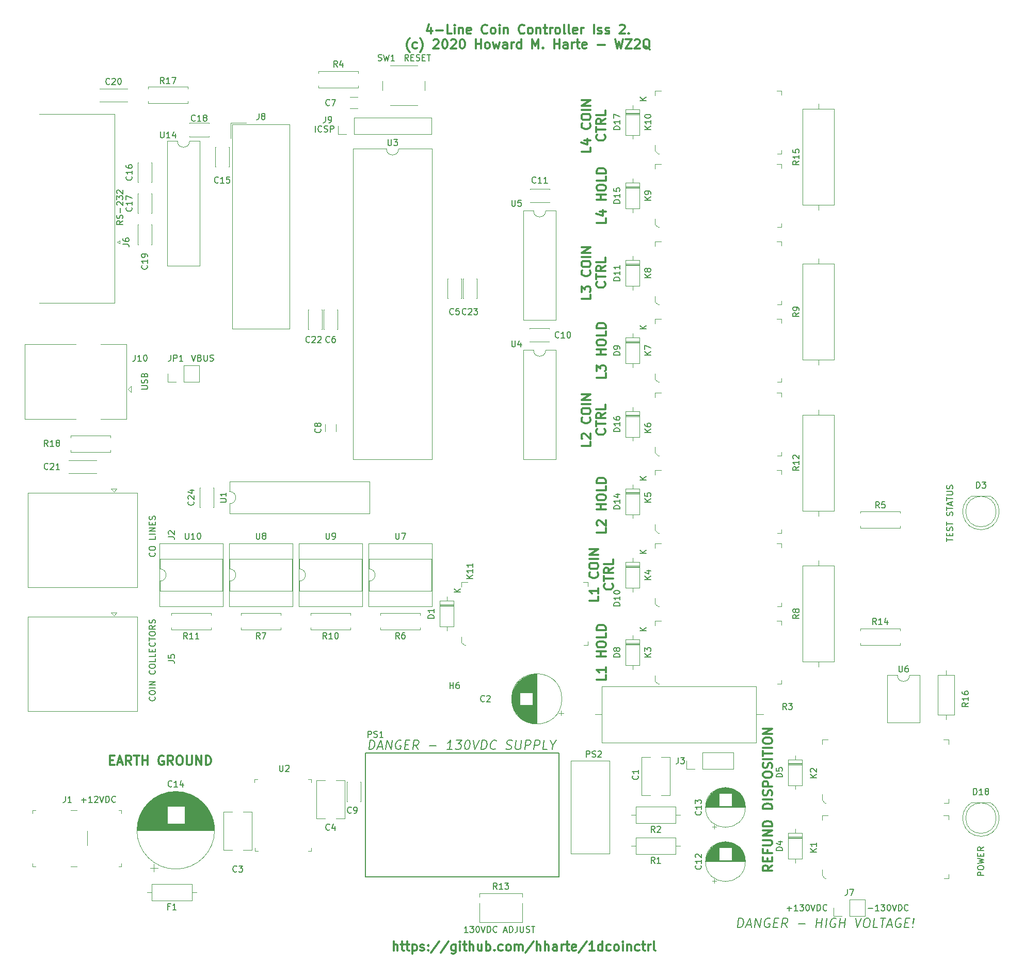
<source format=gbr>
G04 #@! TF.GenerationSoftware,KiCad,Pcbnew,(6.0.5-0)*
G04 #@! TF.CreationDate,2022-08-06T12:04:31-07:00*
G04 #@! TF.ProjectId,1d_coinctrl_r2,31645f63-6f69-46e6-9374-726c5f72322e,rev?*
G04 #@! TF.SameCoordinates,Original*
G04 #@! TF.FileFunction,Legend,Top*
G04 #@! TF.FilePolarity,Positive*
%FSLAX46Y46*%
G04 Gerber Fmt 4.6, Leading zero omitted, Abs format (unit mm)*
G04 Created by KiCad (PCBNEW (6.0.5-0)) date 2022-08-06 12:04:31*
%MOMM*%
%LPD*%
G01*
G04 APERTURE LIST*
%ADD10C,0.300000*%
%ADD11C,0.150000*%
%ADD12C,0.120000*%
%ADD13C,0.100000*%
%ADD14C,0.127000*%
G04 APERTURE END LIST*
D10*
X148572142Y-24506071D02*
X148572142Y-25506071D01*
X148215000Y-23934642D02*
X147857857Y-25006071D01*
X148786428Y-25006071D01*
X149357857Y-24934642D02*
X150500714Y-24934642D01*
X151929285Y-25506071D02*
X151215000Y-25506071D01*
X151215000Y-24006071D01*
X152429285Y-25506071D02*
X152429285Y-24506071D01*
X152429285Y-24006071D02*
X152357857Y-24077500D01*
X152429285Y-24148928D01*
X152500714Y-24077500D01*
X152429285Y-24006071D01*
X152429285Y-24148928D01*
X153143571Y-24506071D02*
X153143571Y-25506071D01*
X153143571Y-24648928D02*
X153215000Y-24577500D01*
X153357857Y-24506071D01*
X153572142Y-24506071D01*
X153715000Y-24577500D01*
X153786428Y-24720357D01*
X153786428Y-25506071D01*
X155072142Y-25434642D02*
X154929285Y-25506071D01*
X154643571Y-25506071D01*
X154500714Y-25434642D01*
X154429285Y-25291785D01*
X154429285Y-24720357D01*
X154500714Y-24577500D01*
X154643571Y-24506071D01*
X154929285Y-24506071D01*
X155072142Y-24577500D01*
X155143571Y-24720357D01*
X155143571Y-24863214D01*
X154429285Y-25006071D01*
X157786428Y-25363214D02*
X157715000Y-25434642D01*
X157500714Y-25506071D01*
X157357857Y-25506071D01*
X157143571Y-25434642D01*
X157000714Y-25291785D01*
X156929285Y-25148928D01*
X156857857Y-24863214D01*
X156857857Y-24648928D01*
X156929285Y-24363214D01*
X157000714Y-24220357D01*
X157143571Y-24077500D01*
X157357857Y-24006071D01*
X157500714Y-24006071D01*
X157715000Y-24077500D01*
X157786428Y-24148928D01*
X158643571Y-25506071D02*
X158500714Y-25434642D01*
X158429285Y-25363214D01*
X158357857Y-25220357D01*
X158357857Y-24791785D01*
X158429285Y-24648928D01*
X158500714Y-24577500D01*
X158643571Y-24506071D01*
X158857857Y-24506071D01*
X159000714Y-24577500D01*
X159072142Y-24648928D01*
X159143571Y-24791785D01*
X159143571Y-25220357D01*
X159072142Y-25363214D01*
X159000714Y-25434642D01*
X158857857Y-25506071D01*
X158643571Y-25506071D01*
X159786428Y-25506071D02*
X159786428Y-24506071D01*
X159786428Y-24006071D02*
X159715000Y-24077500D01*
X159786428Y-24148928D01*
X159857857Y-24077500D01*
X159786428Y-24006071D01*
X159786428Y-24148928D01*
X160500714Y-24506071D02*
X160500714Y-25506071D01*
X160500714Y-24648928D02*
X160572142Y-24577500D01*
X160715000Y-24506071D01*
X160929285Y-24506071D01*
X161072142Y-24577500D01*
X161143571Y-24720357D01*
X161143571Y-25506071D01*
X163857857Y-25363214D02*
X163786428Y-25434642D01*
X163572142Y-25506071D01*
X163429285Y-25506071D01*
X163215000Y-25434642D01*
X163072142Y-25291785D01*
X163000714Y-25148928D01*
X162929285Y-24863214D01*
X162929285Y-24648928D01*
X163000714Y-24363214D01*
X163072142Y-24220357D01*
X163215000Y-24077500D01*
X163429285Y-24006071D01*
X163572142Y-24006071D01*
X163786428Y-24077500D01*
X163857857Y-24148928D01*
X164715000Y-25506071D02*
X164572142Y-25434642D01*
X164500714Y-25363214D01*
X164429285Y-25220357D01*
X164429285Y-24791785D01*
X164500714Y-24648928D01*
X164572142Y-24577500D01*
X164715000Y-24506071D01*
X164929285Y-24506071D01*
X165072142Y-24577500D01*
X165143571Y-24648928D01*
X165215000Y-24791785D01*
X165215000Y-25220357D01*
X165143571Y-25363214D01*
X165072142Y-25434642D01*
X164929285Y-25506071D01*
X164715000Y-25506071D01*
X165857857Y-24506071D02*
X165857857Y-25506071D01*
X165857857Y-24648928D02*
X165929285Y-24577500D01*
X166072142Y-24506071D01*
X166286428Y-24506071D01*
X166429285Y-24577500D01*
X166500714Y-24720357D01*
X166500714Y-25506071D01*
X167000714Y-24506071D02*
X167572142Y-24506071D01*
X167215000Y-24006071D02*
X167215000Y-25291785D01*
X167286428Y-25434642D01*
X167429285Y-25506071D01*
X167572142Y-25506071D01*
X168072142Y-25506071D02*
X168072142Y-24506071D01*
X168072142Y-24791785D02*
X168143571Y-24648928D01*
X168215000Y-24577500D01*
X168357857Y-24506071D01*
X168500714Y-24506071D01*
X169215000Y-25506071D02*
X169072142Y-25434642D01*
X169000714Y-25363214D01*
X168929285Y-25220357D01*
X168929285Y-24791785D01*
X169000714Y-24648928D01*
X169072142Y-24577500D01*
X169215000Y-24506071D01*
X169429285Y-24506071D01*
X169572142Y-24577500D01*
X169643571Y-24648928D01*
X169715000Y-24791785D01*
X169715000Y-25220357D01*
X169643571Y-25363214D01*
X169572142Y-25434642D01*
X169429285Y-25506071D01*
X169215000Y-25506071D01*
X170572142Y-25506071D02*
X170429285Y-25434642D01*
X170357857Y-25291785D01*
X170357857Y-24006071D01*
X171357857Y-25506071D02*
X171215000Y-25434642D01*
X171143571Y-25291785D01*
X171143571Y-24006071D01*
X172500714Y-25434642D02*
X172357857Y-25506071D01*
X172072142Y-25506071D01*
X171929285Y-25434642D01*
X171857857Y-25291785D01*
X171857857Y-24720357D01*
X171929285Y-24577500D01*
X172072142Y-24506071D01*
X172357857Y-24506071D01*
X172500714Y-24577500D01*
X172572142Y-24720357D01*
X172572142Y-24863214D01*
X171857857Y-25006071D01*
X173215000Y-25506071D02*
X173215000Y-24506071D01*
X173215000Y-24791785D02*
X173286428Y-24648928D01*
X173357857Y-24577500D01*
X173500714Y-24506071D01*
X173643571Y-24506071D01*
X175286428Y-25506071D02*
X175286428Y-24006071D01*
X175929285Y-25434642D02*
X176072142Y-25506071D01*
X176357857Y-25506071D01*
X176500714Y-25434642D01*
X176572142Y-25291785D01*
X176572142Y-25220357D01*
X176500714Y-25077500D01*
X176357857Y-25006071D01*
X176143571Y-25006071D01*
X176000714Y-24934642D01*
X175929285Y-24791785D01*
X175929285Y-24720357D01*
X176000714Y-24577500D01*
X176143571Y-24506071D01*
X176357857Y-24506071D01*
X176500714Y-24577500D01*
X177143571Y-25434642D02*
X177286428Y-25506071D01*
X177572142Y-25506071D01*
X177715000Y-25434642D01*
X177786428Y-25291785D01*
X177786428Y-25220357D01*
X177715000Y-25077500D01*
X177572142Y-25006071D01*
X177357857Y-25006071D01*
X177215000Y-24934642D01*
X177143571Y-24791785D01*
X177143571Y-24720357D01*
X177215000Y-24577500D01*
X177357857Y-24506071D01*
X177572142Y-24506071D01*
X177715000Y-24577500D01*
X179500714Y-24148928D02*
X179572142Y-24077500D01*
X179715000Y-24006071D01*
X180072142Y-24006071D01*
X180215000Y-24077500D01*
X180286428Y-24148928D01*
X180357857Y-24291785D01*
X180357857Y-24434642D01*
X180286428Y-24648928D01*
X179429285Y-25506071D01*
X180357857Y-25506071D01*
X181000714Y-25363214D02*
X181072142Y-25434642D01*
X181000714Y-25506071D01*
X180929285Y-25434642D01*
X181000714Y-25363214D01*
X181000714Y-25506071D01*
X145036428Y-28492500D02*
X144964999Y-28421071D01*
X144822142Y-28206785D01*
X144750714Y-28063928D01*
X144679285Y-27849642D01*
X144607857Y-27492500D01*
X144607857Y-27206785D01*
X144679285Y-26849642D01*
X144750714Y-26635357D01*
X144822142Y-26492500D01*
X144964999Y-26278214D01*
X145036428Y-26206785D01*
X146250714Y-27849642D02*
X146107857Y-27921071D01*
X145822142Y-27921071D01*
X145679285Y-27849642D01*
X145607857Y-27778214D01*
X145536428Y-27635357D01*
X145536428Y-27206785D01*
X145607857Y-27063928D01*
X145679285Y-26992500D01*
X145822142Y-26921071D01*
X146107857Y-26921071D01*
X146250714Y-26992500D01*
X146750714Y-28492500D02*
X146822142Y-28421071D01*
X146964999Y-28206785D01*
X147036428Y-28063928D01*
X147107857Y-27849642D01*
X147179285Y-27492500D01*
X147179285Y-27206785D01*
X147107857Y-26849642D01*
X147036428Y-26635357D01*
X146964999Y-26492500D01*
X146822142Y-26278214D01*
X146750714Y-26206785D01*
X148964999Y-26563928D02*
X149036428Y-26492500D01*
X149179285Y-26421071D01*
X149536428Y-26421071D01*
X149679285Y-26492500D01*
X149750714Y-26563928D01*
X149822142Y-26706785D01*
X149822142Y-26849642D01*
X149750714Y-27063928D01*
X148893571Y-27921071D01*
X149822142Y-27921071D01*
X150750714Y-26421071D02*
X150893571Y-26421071D01*
X151036428Y-26492500D01*
X151107857Y-26563928D01*
X151179285Y-26706785D01*
X151250714Y-26992500D01*
X151250714Y-27349642D01*
X151179285Y-27635357D01*
X151107857Y-27778214D01*
X151036428Y-27849642D01*
X150893571Y-27921071D01*
X150750714Y-27921071D01*
X150607857Y-27849642D01*
X150536428Y-27778214D01*
X150464999Y-27635357D01*
X150393571Y-27349642D01*
X150393571Y-26992500D01*
X150464999Y-26706785D01*
X150536428Y-26563928D01*
X150607857Y-26492500D01*
X150750714Y-26421071D01*
X151822142Y-26563928D02*
X151893571Y-26492500D01*
X152036428Y-26421071D01*
X152393571Y-26421071D01*
X152536428Y-26492500D01*
X152607857Y-26563928D01*
X152679285Y-26706785D01*
X152679285Y-26849642D01*
X152607857Y-27063928D01*
X151750714Y-27921071D01*
X152679285Y-27921071D01*
X153607857Y-26421071D02*
X153750714Y-26421071D01*
X153893571Y-26492500D01*
X153964999Y-26563928D01*
X154036428Y-26706785D01*
X154107857Y-26992500D01*
X154107857Y-27349642D01*
X154036428Y-27635357D01*
X153964999Y-27778214D01*
X153893571Y-27849642D01*
X153750714Y-27921071D01*
X153607857Y-27921071D01*
X153464999Y-27849642D01*
X153393571Y-27778214D01*
X153322142Y-27635357D01*
X153250714Y-27349642D01*
X153250714Y-26992500D01*
X153322142Y-26706785D01*
X153393571Y-26563928D01*
X153464999Y-26492500D01*
X153607857Y-26421071D01*
X155893571Y-27921071D02*
X155893571Y-26421071D01*
X155893571Y-27135357D02*
X156750714Y-27135357D01*
X156750714Y-27921071D02*
X156750714Y-26421071D01*
X157679285Y-27921071D02*
X157536428Y-27849642D01*
X157464999Y-27778214D01*
X157393571Y-27635357D01*
X157393571Y-27206785D01*
X157464999Y-27063928D01*
X157536428Y-26992500D01*
X157679285Y-26921071D01*
X157893571Y-26921071D01*
X158036428Y-26992500D01*
X158107857Y-27063928D01*
X158179285Y-27206785D01*
X158179285Y-27635357D01*
X158107857Y-27778214D01*
X158036428Y-27849642D01*
X157893571Y-27921071D01*
X157679285Y-27921071D01*
X158679285Y-26921071D02*
X158964999Y-27921071D01*
X159250714Y-27206785D01*
X159536428Y-27921071D01*
X159822142Y-26921071D01*
X161036428Y-27921071D02*
X161036428Y-27135357D01*
X160964999Y-26992500D01*
X160822142Y-26921071D01*
X160536428Y-26921071D01*
X160393571Y-26992500D01*
X161036428Y-27849642D02*
X160893571Y-27921071D01*
X160536428Y-27921071D01*
X160393571Y-27849642D01*
X160322142Y-27706785D01*
X160322142Y-27563928D01*
X160393571Y-27421071D01*
X160536428Y-27349642D01*
X160893571Y-27349642D01*
X161036428Y-27278214D01*
X161750714Y-27921071D02*
X161750714Y-26921071D01*
X161750714Y-27206785D02*
X161822142Y-27063928D01*
X161893571Y-26992500D01*
X162036428Y-26921071D01*
X162179285Y-26921071D01*
X163322142Y-27921071D02*
X163322142Y-26421071D01*
X163322142Y-27849642D02*
X163179285Y-27921071D01*
X162893571Y-27921071D01*
X162750714Y-27849642D01*
X162679285Y-27778214D01*
X162607857Y-27635357D01*
X162607857Y-27206785D01*
X162679285Y-27063928D01*
X162750714Y-26992500D01*
X162893571Y-26921071D01*
X163179285Y-26921071D01*
X163322142Y-26992500D01*
X165179285Y-27921071D02*
X165179285Y-26421071D01*
X165679285Y-27492500D01*
X166179285Y-26421071D01*
X166179285Y-27921071D01*
X166893571Y-27778214D02*
X166964999Y-27849642D01*
X166893571Y-27921071D01*
X166822142Y-27849642D01*
X166893571Y-27778214D01*
X166893571Y-27921071D01*
X168750714Y-27921071D02*
X168750714Y-26421071D01*
X168750714Y-27135357D02*
X169607857Y-27135357D01*
X169607857Y-27921071D02*
X169607857Y-26421071D01*
X170964999Y-27921071D02*
X170964999Y-27135357D01*
X170893571Y-26992500D01*
X170750714Y-26921071D01*
X170464999Y-26921071D01*
X170322142Y-26992500D01*
X170964999Y-27849642D02*
X170822142Y-27921071D01*
X170464999Y-27921071D01*
X170322142Y-27849642D01*
X170250714Y-27706785D01*
X170250714Y-27563928D01*
X170322142Y-27421071D01*
X170464999Y-27349642D01*
X170822142Y-27349642D01*
X170964999Y-27278214D01*
X171679285Y-27921071D02*
X171679285Y-26921071D01*
X171679285Y-27206785D02*
X171750714Y-27063928D01*
X171822142Y-26992500D01*
X171964999Y-26921071D01*
X172107857Y-26921071D01*
X172393571Y-26921071D02*
X172964999Y-26921071D01*
X172607857Y-26421071D02*
X172607857Y-27706785D01*
X172679285Y-27849642D01*
X172822142Y-27921071D01*
X172964999Y-27921071D01*
X174036428Y-27849642D02*
X173893571Y-27921071D01*
X173607857Y-27921071D01*
X173464999Y-27849642D01*
X173393571Y-27706785D01*
X173393571Y-27135357D01*
X173464999Y-26992500D01*
X173607857Y-26921071D01*
X173893571Y-26921071D01*
X174036428Y-26992500D01*
X174107857Y-27135357D01*
X174107857Y-27278214D01*
X173393571Y-27421071D01*
X175893571Y-27349642D02*
X177036428Y-27349642D01*
X178750714Y-26421071D02*
X179107857Y-27921071D01*
X179393571Y-26849642D01*
X179679285Y-27921071D01*
X180036428Y-26421071D01*
X180465000Y-26421071D02*
X181465000Y-26421071D01*
X180465000Y-27921071D01*
X181465000Y-27921071D01*
X181964999Y-26563928D02*
X182036428Y-26492500D01*
X182179285Y-26421071D01*
X182536428Y-26421071D01*
X182679285Y-26492500D01*
X182750714Y-26563928D01*
X182822142Y-26706785D01*
X182822142Y-26849642D01*
X182750714Y-27063928D01*
X181893571Y-27921071D01*
X182822142Y-27921071D01*
X184464999Y-28063928D02*
X184322142Y-27992500D01*
X184179285Y-27849642D01*
X183964999Y-27635357D01*
X183822142Y-27563928D01*
X183679285Y-27563928D01*
X183750714Y-27921071D02*
X183607857Y-27849642D01*
X183464999Y-27706785D01*
X183393571Y-27421071D01*
X183393571Y-26921071D01*
X183464999Y-26635357D01*
X183607857Y-26492500D01*
X183750714Y-26421071D01*
X184036428Y-26421071D01*
X184179285Y-26492500D01*
X184322142Y-26635357D01*
X184393571Y-26921071D01*
X184393571Y-27421071D01*
X184322142Y-27706785D01*
X184179285Y-27849642D01*
X184036428Y-27921071D01*
X183750714Y-27921071D01*
D11*
X233132380Y-108782857D02*
X233132380Y-108211428D01*
X234132380Y-108497142D02*
X233132380Y-108497142D01*
X233608571Y-107878095D02*
X233608571Y-107544761D01*
X234132380Y-107401904D02*
X234132380Y-107878095D01*
X233132380Y-107878095D01*
X233132380Y-107401904D01*
X234084761Y-107020952D02*
X234132380Y-106878095D01*
X234132380Y-106640000D01*
X234084761Y-106544761D01*
X234037142Y-106497142D01*
X233941904Y-106449523D01*
X233846666Y-106449523D01*
X233751428Y-106497142D01*
X233703809Y-106544761D01*
X233656190Y-106640000D01*
X233608571Y-106830476D01*
X233560952Y-106925714D01*
X233513333Y-106973333D01*
X233418095Y-107020952D01*
X233322857Y-107020952D01*
X233227619Y-106973333D01*
X233180000Y-106925714D01*
X233132380Y-106830476D01*
X233132380Y-106592380D01*
X233180000Y-106449523D01*
X233132380Y-106163809D02*
X233132380Y-105592380D01*
X234132380Y-105878095D02*
X233132380Y-105878095D01*
X234084761Y-104544761D02*
X234132380Y-104401904D01*
X234132380Y-104163809D01*
X234084761Y-104068571D01*
X234037142Y-104020952D01*
X233941904Y-103973333D01*
X233846666Y-103973333D01*
X233751428Y-104020952D01*
X233703809Y-104068571D01*
X233656190Y-104163809D01*
X233608571Y-104354285D01*
X233560952Y-104449523D01*
X233513333Y-104497142D01*
X233418095Y-104544761D01*
X233322857Y-104544761D01*
X233227619Y-104497142D01*
X233180000Y-104449523D01*
X233132380Y-104354285D01*
X233132380Y-104116190D01*
X233180000Y-103973333D01*
X233132380Y-103687619D02*
X233132380Y-103116190D01*
X234132380Y-103401904D02*
X233132380Y-103401904D01*
X233846666Y-102830476D02*
X233846666Y-102354285D01*
X234132380Y-102925714D02*
X233132380Y-102592380D01*
X234132380Y-102259047D01*
X233132380Y-102068571D02*
X233132380Y-101497142D01*
X234132380Y-101782857D02*
X233132380Y-101782857D01*
X233132380Y-101163809D02*
X233941904Y-101163809D01*
X234037142Y-101116190D01*
X234084761Y-101068571D01*
X234132380Y-100973333D01*
X234132380Y-100782857D01*
X234084761Y-100687619D01*
X234037142Y-100640000D01*
X233941904Y-100592380D01*
X233132380Y-100592380D01*
X234084761Y-100163809D02*
X234132380Y-100020952D01*
X234132380Y-99782857D01*
X234084761Y-99687619D01*
X234037142Y-99640000D01*
X233941904Y-99592380D01*
X233846666Y-99592380D01*
X233751428Y-99640000D01*
X233703809Y-99687619D01*
X233656190Y-99782857D01*
X233608571Y-99973333D01*
X233560952Y-100068571D01*
X233513333Y-100116190D01*
X233418095Y-100163809D01*
X233322857Y-100163809D01*
X233227619Y-100116190D01*
X233180000Y-100068571D01*
X233132380Y-99973333D01*
X233132380Y-99735238D01*
X233180000Y-99592380D01*
D10*
X177208571Y-55820000D02*
X177208571Y-56534285D01*
X175708571Y-56534285D01*
X176208571Y-54677142D02*
X177208571Y-54677142D01*
X175637142Y-55034285D02*
X176708571Y-55391428D01*
X176708571Y-54462857D01*
X177208571Y-52748571D02*
X175708571Y-52748571D01*
X176422857Y-52748571D02*
X176422857Y-51891428D01*
X177208571Y-51891428D02*
X175708571Y-51891428D01*
X175708571Y-50891428D02*
X175708571Y-50605714D01*
X175780000Y-50462857D01*
X175922857Y-50320000D01*
X176208571Y-50248571D01*
X176708571Y-50248571D01*
X176994285Y-50320000D01*
X177137142Y-50462857D01*
X177208571Y-50605714D01*
X177208571Y-50891428D01*
X177137142Y-51034285D01*
X176994285Y-51177142D01*
X176708571Y-51248571D01*
X176208571Y-51248571D01*
X175922857Y-51177142D01*
X175780000Y-51034285D01*
X175708571Y-50891428D01*
X177208571Y-48891428D02*
X177208571Y-49605714D01*
X175708571Y-49605714D01*
X177208571Y-48391428D02*
X175708571Y-48391428D01*
X175708571Y-48034285D01*
X175780000Y-47820000D01*
X175922857Y-47677142D01*
X176065714Y-47605714D01*
X176351428Y-47534285D01*
X176565714Y-47534285D01*
X176851428Y-47605714D01*
X176994285Y-47677142D01*
X177137142Y-47820000D01*
X177208571Y-48034285D01*
X177208571Y-48391428D01*
X174731071Y-68270000D02*
X174731071Y-68984285D01*
X173231071Y-68984285D01*
X173231071Y-67912857D02*
X173231071Y-66984285D01*
X173802500Y-67484285D01*
X173802500Y-67270000D01*
X173873928Y-67127142D01*
X173945357Y-67055714D01*
X174088214Y-66984285D01*
X174445357Y-66984285D01*
X174588214Y-67055714D01*
X174659642Y-67127142D01*
X174731071Y-67270000D01*
X174731071Y-67698571D01*
X174659642Y-67841428D01*
X174588214Y-67912857D01*
X174588214Y-64341428D02*
X174659642Y-64412857D01*
X174731071Y-64627142D01*
X174731071Y-64770000D01*
X174659642Y-64984285D01*
X174516785Y-65127142D01*
X174373928Y-65198571D01*
X174088214Y-65270000D01*
X173873928Y-65270000D01*
X173588214Y-65198571D01*
X173445357Y-65127142D01*
X173302500Y-64984285D01*
X173231071Y-64770000D01*
X173231071Y-64627142D01*
X173302500Y-64412857D01*
X173373928Y-64341428D01*
X173231071Y-63412857D02*
X173231071Y-63127142D01*
X173302500Y-62984285D01*
X173445357Y-62841428D01*
X173731071Y-62770000D01*
X174231071Y-62770000D01*
X174516785Y-62841428D01*
X174659642Y-62984285D01*
X174731071Y-63127142D01*
X174731071Y-63412857D01*
X174659642Y-63555714D01*
X174516785Y-63698571D01*
X174231071Y-63770000D01*
X173731071Y-63770000D01*
X173445357Y-63698571D01*
X173302500Y-63555714D01*
X173231071Y-63412857D01*
X174731071Y-62127142D02*
X173231071Y-62127142D01*
X174731071Y-61412857D02*
X173231071Y-61412857D01*
X174731071Y-60555714D01*
X173231071Y-60555714D01*
X177003214Y-66234285D02*
X177074642Y-66305714D01*
X177146071Y-66520000D01*
X177146071Y-66662857D01*
X177074642Y-66877142D01*
X176931785Y-67020000D01*
X176788928Y-67091428D01*
X176503214Y-67162857D01*
X176288928Y-67162857D01*
X176003214Y-67091428D01*
X175860357Y-67020000D01*
X175717500Y-66877142D01*
X175646071Y-66662857D01*
X175646071Y-66520000D01*
X175717500Y-66305714D01*
X175788928Y-66234285D01*
X175646071Y-65805714D02*
X175646071Y-64948571D01*
X177146071Y-65377142D02*
X175646071Y-65377142D01*
X177146071Y-63591428D02*
X176431785Y-64091428D01*
X177146071Y-64448571D02*
X175646071Y-64448571D01*
X175646071Y-63877142D01*
X175717500Y-63734285D01*
X175788928Y-63662857D01*
X175931785Y-63591428D01*
X176146071Y-63591428D01*
X176288928Y-63662857D01*
X176360357Y-63734285D01*
X176431785Y-63877142D01*
X176431785Y-64448571D01*
X177146071Y-62234285D02*
X177146071Y-62948571D01*
X175646071Y-62948571D01*
X174731071Y-92400000D02*
X174731071Y-93114285D01*
X173231071Y-93114285D01*
X173373928Y-91971428D02*
X173302500Y-91900000D01*
X173231071Y-91757142D01*
X173231071Y-91400000D01*
X173302500Y-91257142D01*
X173373928Y-91185714D01*
X173516785Y-91114285D01*
X173659642Y-91114285D01*
X173873928Y-91185714D01*
X174731071Y-92042857D01*
X174731071Y-91114285D01*
X174588214Y-88471428D02*
X174659642Y-88542857D01*
X174731071Y-88757142D01*
X174731071Y-88900000D01*
X174659642Y-89114285D01*
X174516785Y-89257142D01*
X174373928Y-89328571D01*
X174088214Y-89400000D01*
X173873928Y-89400000D01*
X173588214Y-89328571D01*
X173445357Y-89257142D01*
X173302500Y-89114285D01*
X173231071Y-88900000D01*
X173231071Y-88757142D01*
X173302500Y-88542857D01*
X173373928Y-88471428D01*
X173231071Y-87542857D02*
X173231071Y-87257142D01*
X173302500Y-87114285D01*
X173445357Y-86971428D01*
X173731071Y-86900000D01*
X174231071Y-86900000D01*
X174516785Y-86971428D01*
X174659642Y-87114285D01*
X174731071Y-87257142D01*
X174731071Y-87542857D01*
X174659642Y-87685714D01*
X174516785Y-87828571D01*
X174231071Y-87900000D01*
X173731071Y-87900000D01*
X173445357Y-87828571D01*
X173302500Y-87685714D01*
X173231071Y-87542857D01*
X174731071Y-86257142D02*
X173231071Y-86257142D01*
X174731071Y-85542857D02*
X173231071Y-85542857D01*
X174731071Y-84685714D01*
X173231071Y-84685714D01*
X177003214Y-90364285D02*
X177074642Y-90435714D01*
X177146071Y-90650000D01*
X177146071Y-90792857D01*
X177074642Y-91007142D01*
X176931785Y-91150000D01*
X176788928Y-91221428D01*
X176503214Y-91292857D01*
X176288928Y-91292857D01*
X176003214Y-91221428D01*
X175860357Y-91150000D01*
X175717500Y-91007142D01*
X175646071Y-90792857D01*
X175646071Y-90650000D01*
X175717500Y-90435714D01*
X175788928Y-90364285D01*
X175646071Y-89935714D02*
X175646071Y-89078571D01*
X177146071Y-89507142D02*
X175646071Y-89507142D01*
X177146071Y-87721428D02*
X176431785Y-88221428D01*
X177146071Y-88578571D02*
X175646071Y-88578571D01*
X175646071Y-88007142D01*
X175717500Y-87864285D01*
X175788928Y-87792857D01*
X175931785Y-87721428D01*
X176146071Y-87721428D01*
X176288928Y-87792857D01*
X176360357Y-87864285D01*
X176431785Y-88007142D01*
X176431785Y-88578571D01*
X177146071Y-86364285D02*
X177146071Y-87078571D01*
X175646071Y-87078571D01*
X176001071Y-117800000D02*
X176001071Y-118514285D01*
X174501071Y-118514285D01*
X176001071Y-116514285D02*
X176001071Y-117371428D01*
X176001071Y-116942857D02*
X174501071Y-116942857D01*
X174715357Y-117085714D01*
X174858214Y-117228571D01*
X174929642Y-117371428D01*
X175858214Y-113871428D02*
X175929642Y-113942857D01*
X176001071Y-114157142D01*
X176001071Y-114300000D01*
X175929642Y-114514285D01*
X175786785Y-114657142D01*
X175643928Y-114728571D01*
X175358214Y-114800000D01*
X175143928Y-114800000D01*
X174858214Y-114728571D01*
X174715357Y-114657142D01*
X174572500Y-114514285D01*
X174501071Y-114300000D01*
X174501071Y-114157142D01*
X174572500Y-113942857D01*
X174643928Y-113871428D01*
X174501071Y-112942857D02*
X174501071Y-112657142D01*
X174572500Y-112514285D01*
X174715357Y-112371428D01*
X175001071Y-112300000D01*
X175501071Y-112300000D01*
X175786785Y-112371428D01*
X175929642Y-112514285D01*
X176001071Y-112657142D01*
X176001071Y-112942857D01*
X175929642Y-113085714D01*
X175786785Y-113228571D01*
X175501071Y-113300000D01*
X175001071Y-113300000D01*
X174715357Y-113228571D01*
X174572500Y-113085714D01*
X174501071Y-112942857D01*
X176001071Y-111657142D02*
X174501071Y-111657142D01*
X176001071Y-110942857D02*
X174501071Y-110942857D01*
X176001071Y-110085714D01*
X174501071Y-110085714D01*
X178273214Y-115764285D02*
X178344642Y-115835714D01*
X178416071Y-116050000D01*
X178416071Y-116192857D01*
X178344642Y-116407142D01*
X178201785Y-116550000D01*
X178058928Y-116621428D01*
X177773214Y-116692857D01*
X177558928Y-116692857D01*
X177273214Y-116621428D01*
X177130357Y-116550000D01*
X176987500Y-116407142D01*
X176916071Y-116192857D01*
X176916071Y-116050000D01*
X176987500Y-115835714D01*
X177058928Y-115764285D01*
X176916071Y-115335714D02*
X176916071Y-114478571D01*
X178416071Y-114907142D02*
X176916071Y-114907142D01*
X178416071Y-113121428D02*
X177701785Y-113621428D01*
X178416071Y-113978571D02*
X176916071Y-113978571D01*
X176916071Y-113407142D01*
X176987500Y-113264285D01*
X177058928Y-113192857D01*
X177201785Y-113121428D01*
X177416071Y-113121428D01*
X177558928Y-113192857D01*
X177630357Y-113264285D01*
X177701785Y-113407142D01*
X177701785Y-113978571D01*
X178416071Y-111764285D02*
X178416071Y-112478571D01*
X176916071Y-112478571D01*
X177208571Y-81220000D02*
X177208571Y-81934285D01*
X175708571Y-81934285D01*
X175708571Y-80862857D02*
X175708571Y-79934285D01*
X176280000Y-80434285D01*
X176280000Y-80220000D01*
X176351428Y-80077142D01*
X176422857Y-80005714D01*
X176565714Y-79934285D01*
X176922857Y-79934285D01*
X177065714Y-80005714D01*
X177137142Y-80077142D01*
X177208571Y-80220000D01*
X177208571Y-80648571D01*
X177137142Y-80791428D01*
X177065714Y-80862857D01*
X177208571Y-78148571D02*
X175708571Y-78148571D01*
X176422857Y-78148571D02*
X176422857Y-77291428D01*
X177208571Y-77291428D02*
X175708571Y-77291428D01*
X175708571Y-76291428D02*
X175708571Y-76005714D01*
X175780000Y-75862857D01*
X175922857Y-75720000D01*
X176208571Y-75648571D01*
X176708571Y-75648571D01*
X176994285Y-75720000D01*
X177137142Y-75862857D01*
X177208571Y-76005714D01*
X177208571Y-76291428D01*
X177137142Y-76434285D01*
X176994285Y-76577142D01*
X176708571Y-76648571D01*
X176208571Y-76648571D01*
X175922857Y-76577142D01*
X175780000Y-76434285D01*
X175708571Y-76291428D01*
X177208571Y-74291428D02*
X177208571Y-75005714D01*
X175708571Y-75005714D01*
X177208571Y-73791428D02*
X175708571Y-73791428D01*
X175708571Y-73434285D01*
X175780000Y-73220000D01*
X175922857Y-73077142D01*
X176065714Y-73005714D01*
X176351428Y-72934285D01*
X176565714Y-72934285D01*
X176851428Y-73005714D01*
X176994285Y-73077142D01*
X177137142Y-73220000D01*
X177208571Y-73434285D01*
X177208571Y-73791428D01*
X177208571Y-106620000D02*
X177208571Y-107334285D01*
X175708571Y-107334285D01*
X175851428Y-106191428D02*
X175780000Y-106120000D01*
X175708571Y-105977142D01*
X175708571Y-105620000D01*
X175780000Y-105477142D01*
X175851428Y-105405714D01*
X175994285Y-105334285D01*
X176137142Y-105334285D01*
X176351428Y-105405714D01*
X177208571Y-106262857D01*
X177208571Y-105334285D01*
X177208571Y-103548571D02*
X175708571Y-103548571D01*
X176422857Y-103548571D02*
X176422857Y-102691428D01*
X177208571Y-102691428D02*
X175708571Y-102691428D01*
X175708571Y-101691428D02*
X175708571Y-101405714D01*
X175780000Y-101262857D01*
X175922857Y-101120000D01*
X176208571Y-101048571D01*
X176708571Y-101048571D01*
X176994285Y-101120000D01*
X177137142Y-101262857D01*
X177208571Y-101405714D01*
X177208571Y-101691428D01*
X177137142Y-101834285D01*
X176994285Y-101977142D01*
X176708571Y-102048571D01*
X176208571Y-102048571D01*
X175922857Y-101977142D01*
X175780000Y-101834285D01*
X175708571Y-101691428D01*
X177208571Y-99691428D02*
X177208571Y-100405714D01*
X175708571Y-100405714D01*
X177208571Y-99191428D02*
X175708571Y-99191428D01*
X175708571Y-98834285D01*
X175780000Y-98620000D01*
X175922857Y-98477142D01*
X176065714Y-98405714D01*
X176351428Y-98334285D01*
X176565714Y-98334285D01*
X176851428Y-98405714D01*
X176994285Y-98477142D01*
X177137142Y-98620000D01*
X177208571Y-98834285D01*
X177208571Y-99191428D01*
X177208571Y-130750000D02*
X177208571Y-131464285D01*
X175708571Y-131464285D01*
X177208571Y-129464285D02*
X177208571Y-130321428D01*
X177208571Y-129892857D02*
X175708571Y-129892857D01*
X175922857Y-130035714D01*
X176065714Y-130178571D01*
X176137142Y-130321428D01*
X177208571Y-127678571D02*
X175708571Y-127678571D01*
X176422857Y-127678571D02*
X176422857Y-126821428D01*
X177208571Y-126821428D02*
X175708571Y-126821428D01*
X175708571Y-125821428D02*
X175708571Y-125535714D01*
X175780000Y-125392857D01*
X175922857Y-125250000D01*
X176208571Y-125178571D01*
X176708571Y-125178571D01*
X176994285Y-125250000D01*
X177137142Y-125392857D01*
X177208571Y-125535714D01*
X177208571Y-125821428D01*
X177137142Y-125964285D01*
X176994285Y-126107142D01*
X176708571Y-126178571D01*
X176208571Y-126178571D01*
X175922857Y-126107142D01*
X175780000Y-125964285D01*
X175708571Y-125821428D01*
X177208571Y-123821428D02*
X177208571Y-124535714D01*
X175708571Y-124535714D01*
X177208571Y-123321428D02*
X175708571Y-123321428D01*
X175708571Y-122964285D01*
X175780000Y-122750000D01*
X175922857Y-122607142D01*
X176065714Y-122535714D01*
X176351428Y-122464285D01*
X176565714Y-122464285D01*
X176851428Y-122535714D01*
X176994285Y-122607142D01*
X177137142Y-122750000D01*
X177208571Y-122964285D01*
X177208571Y-123321428D01*
X174731071Y-44140000D02*
X174731071Y-44854285D01*
X173231071Y-44854285D01*
X173731071Y-42997142D02*
X174731071Y-42997142D01*
X173159642Y-43354285D02*
X174231071Y-43711428D01*
X174231071Y-42782857D01*
X174588214Y-40211428D02*
X174659642Y-40282857D01*
X174731071Y-40497142D01*
X174731071Y-40640000D01*
X174659642Y-40854285D01*
X174516785Y-40997142D01*
X174373928Y-41068571D01*
X174088214Y-41140000D01*
X173873928Y-41140000D01*
X173588214Y-41068571D01*
X173445357Y-40997142D01*
X173302500Y-40854285D01*
X173231071Y-40640000D01*
X173231071Y-40497142D01*
X173302500Y-40282857D01*
X173373928Y-40211428D01*
X173231071Y-39282857D02*
X173231071Y-38997142D01*
X173302500Y-38854285D01*
X173445357Y-38711428D01*
X173731071Y-38640000D01*
X174231071Y-38640000D01*
X174516785Y-38711428D01*
X174659642Y-38854285D01*
X174731071Y-38997142D01*
X174731071Y-39282857D01*
X174659642Y-39425714D01*
X174516785Y-39568571D01*
X174231071Y-39640000D01*
X173731071Y-39640000D01*
X173445357Y-39568571D01*
X173302500Y-39425714D01*
X173231071Y-39282857D01*
X174731071Y-37997142D02*
X173231071Y-37997142D01*
X174731071Y-37282857D02*
X173231071Y-37282857D01*
X174731071Y-36425714D01*
X173231071Y-36425714D01*
X177003214Y-42104285D02*
X177074642Y-42175714D01*
X177146071Y-42390000D01*
X177146071Y-42532857D01*
X177074642Y-42747142D01*
X176931785Y-42890000D01*
X176788928Y-42961428D01*
X176503214Y-43032857D01*
X176288928Y-43032857D01*
X176003214Y-42961428D01*
X175860357Y-42890000D01*
X175717500Y-42747142D01*
X175646071Y-42532857D01*
X175646071Y-42390000D01*
X175717500Y-42175714D01*
X175788928Y-42104285D01*
X175646071Y-41675714D02*
X175646071Y-40818571D01*
X177146071Y-41247142D02*
X175646071Y-41247142D01*
X177146071Y-39461428D02*
X176431785Y-39961428D01*
X177146071Y-40318571D02*
X175646071Y-40318571D01*
X175646071Y-39747142D01*
X175717500Y-39604285D01*
X175788928Y-39532857D01*
X175931785Y-39461428D01*
X176146071Y-39461428D01*
X176288928Y-39532857D01*
X176360357Y-39604285D01*
X176431785Y-39747142D01*
X176431785Y-40318571D01*
X177146071Y-38104285D02*
X177146071Y-38818571D01*
X175646071Y-38818571D01*
X95890000Y-144672857D02*
X96390000Y-144672857D01*
X96604285Y-145458571D02*
X95890000Y-145458571D01*
X95890000Y-143958571D01*
X96604285Y-143958571D01*
X97175714Y-145030000D02*
X97890000Y-145030000D01*
X97032857Y-145458571D02*
X97532857Y-143958571D01*
X98032857Y-145458571D01*
X99390000Y-145458571D02*
X98890000Y-144744285D01*
X98532857Y-145458571D02*
X98532857Y-143958571D01*
X99104285Y-143958571D01*
X99247142Y-144030000D01*
X99318571Y-144101428D01*
X99390000Y-144244285D01*
X99390000Y-144458571D01*
X99318571Y-144601428D01*
X99247142Y-144672857D01*
X99104285Y-144744285D01*
X98532857Y-144744285D01*
X99818571Y-143958571D02*
X100675714Y-143958571D01*
X100247142Y-145458571D02*
X100247142Y-143958571D01*
X101175714Y-145458571D02*
X101175714Y-143958571D01*
X101175714Y-144672857D02*
X102032857Y-144672857D01*
X102032857Y-145458571D02*
X102032857Y-143958571D01*
X104675714Y-144030000D02*
X104532857Y-143958571D01*
X104318571Y-143958571D01*
X104104285Y-144030000D01*
X103961428Y-144172857D01*
X103890000Y-144315714D01*
X103818571Y-144601428D01*
X103818571Y-144815714D01*
X103890000Y-145101428D01*
X103961428Y-145244285D01*
X104104285Y-145387142D01*
X104318571Y-145458571D01*
X104461428Y-145458571D01*
X104675714Y-145387142D01*
X104747142Y-145315714D01*
X104747142Y-144815714D01*
X104461428Y-144815714D01*
X106247142Y-145458571D02*
X105747142Y-144744285D01*
X105390000Y-145458571D02*
X105390000Y-143958571D01*
X105961428Y-143958571D01*
X106104285Y-144030000D01*
X106175714Y-144101428D01*
X106247142Y-144244285D01*
X106247142Y-144458571D01*
X106175714Y-144601428D01*
X106104285Y-144672857D01*
X105961428Y-144744285D01*
X105390000Y-144744285D01*
X107175714Y-143958571D02*
X107461428Y-143958571D01*
X107604285Y-144030000D01*
X107747142Y-144172857D01*
X107818571Y-144458571D01*
X107818571Y-144958571D01*
X107747142Y-145244285D01*
X107604285Y-145387142D01*
X107461428Y-145458571D01*
X107175714Y-145458571D01*
X107032857Y-145387142D01*
X106890000Y-145244285D01*
X106818571Y-144958571D01*
X106818571Y-144458571D01*
X106890000Y-144172857D01*
X107032857Y-144030000D01*
X107175714Y-143958571D01*
X108461428Y-143958571D02*
X108461428Y-145172857D01*
X108532857Y-145315714D01*
X108604285Y-145387142D01*
X108747142Y-145458571D01*
X109032857Y-145458571D01*
X109175714Y-145387142D01*
X109247142Y-145315714D01*
X109318571Y-145172857D01*
X109318571Y-143958571D01*
X110032857Y-145458571D02*
X110032857Y-143958571D01*
X110890000Y-145458571D01*
X110890000Y-143958571D01*
X111604285Y-145458571D02*
X111604285Y-143958571D01*
X111961428Y-143958571D01*
X112175714Y-144030000D01*
X112318571Y-144172857D01*
X112390000Y-144315714D01*
X112461428Y-144601428D01*
X112461428Y-144815714D01*
X112390000Y-145101428D01*
X112318571Y-145244285D01*
X112175714Y-145387142D01*
X111961428Y-145458571D01*
X111604285Y-145458571D01*
X204513571Y-152621428D02*
X203013571Y-152621428D01*
X203013571Y-152264285D01*
X203085000Y-152050000D01*
X203227857Y-151907142D01*
X203370714Y-151835714D01*
X203656428Y-151764285D01*
X203870714Y-151764285D01*
X204156428Y-151835714D01*
X204299285Y-151907142D01*
X204442142Y-152050000D01*
X204513571Y-152264285D01*
X204513571Y-152621428D01*
X204513571Y-151121428D02*
X203013571Y-151121428D01*
X204442142Y-150478571D02*
X204513571Y-150264285D01*
X204513571Y-149907142D01*
X204442142Y-149764285D01*
X204370714Y-149692857D01*
X204227857Y-149621428D01*
X204085000Y-149621428D01*
X203942142Y-149692857D01*
X203870714Y-149764285D01*
X203799285Y-149907142D01*
X203727857Y-150192857D01*
X203656428Y-150335714D01*
X203585000Y-150407142D01*
X203442142Y-150478571D01*
X203299285Y-150478571D01*
X203156428Y-150407142D01*
X203085000Y-150335714D01*
X203013571Y-150192857D01*
X203013571Y-149835714D01*
X203085000Y-149621428D01*
X204513571Y-148978571D02*
X203013571Y-148978571D01*
X203013571Y-148407142D01*
X203085000Y-148264285D01*
X203156428Y-148192857D01*
X203299285Y-148121428D01*
X203513571Y-148121428D01*
X203656428Y-148192857D01*
X203727857Y-148264285D01*
X203799285Y-148407142D01*
X203799285Y-148978571D01*
X203013571Y-147192857D02*
X203013571Y-146907142D01*
X203085000Y-146764285D01*
X203227857Y-146621428D01*
X203513571Y-146550000D01*
X204013571Y-146550000D01*
X204299285Y-146621428D01*
X204442142Y-146764285D01*
X204513571Y-146907142D01*
X204513571Y-147192857D01*
X204442142Y-147335714D01*
X204299285Y-147478571D01*
X204013571Y-147550000D01*
X203513571Y-147550000D01*
X203227857Y-147478571D01*
X203085000Y-147335714D01*
X203013571Y-147192857D01*
X204442142Y-145978571D02*
X204513571Y-145764285D01*
X204513571Y-145407142D01*
X204442142Y-145264285D01*
X204370714Y-145192857D01*
X204227857Y-145121428D01*
X204085000Y-145121428D01*
X203942142Y-145192857D01*
X203870714Y-145264285D01*
X203799285Y-145407142D01*
X203727857Y-145692857D01*
X203656428Y-145835714D01*
X203585000Y-145907142D01*
X203442142Y-145978571D01*
X203299285Y-145978571D01*
X203156428Y-145907142D01*
X203085000Y-145835714D01*
X203013571Y-145692857D01*
X203013571Y-145335714D01*
X203085000Y-145121428D01*
X204513571Y-144478571D02*
X203013571Y-144478571D01*
X203013571Y-143978571D02*
X203013571Y-143121428D01*
X204513571Y-143550000D02*
X203013571Y-143550000D01*
X204513571Y-142621428D02*
X203013571Y-142621428D01*
X203013571Y-141621428D02*
X203013571Y-141335714D01*
X203085000Y-141192857D01*
X203227857Y-141050000D01*
X203513571Y-140978571D01*
X204013571Y-140978571D01*
X204299285Y-141050000D01*
X204442142Y-141192857D01*
X204513571Y-141335714D01*
X204513571Y-141621428D01*
X204442142Y-141764285D01*
X204299285Y-141907142D01*
X204013571Y-141978571D01*
X203513571Y-141978571D01*
X203227857Y-141907142D01*
X203085000Y-141764285D01*
X203013571Y-141621428D01*
X204513571Y-140335714D02*
X203013571Y-140335714D01*
X204513571Y-139478571D01*
X203013571Y-139478571D01*
D11*
X91218095Y-151201428D02*
X91980000Y-151201428D01*
X91599047Y-151582380D02*
X91599047Y-150820476D01*
X92980000Y-151582380D02*
X92408571Y-151582380D01*
X92694285Y-151582380D02*
X92694285Y-150582380D01*
X92599047Y-150725238D01*
X92503809Y-150820476D01*
X92408571Y-150868095D01*
X93360952Y-150677619D02*
X93408571Y-150630000D01*
X93503809Y-150582380D01*
X93741904Y-150582380D01*
X93837142Y-150630000D01*
X93884761Y-150677619D01*
X93932380Y-150772857D01*
X93932380Y-150868095D01*
X93884761Y-151010952D01*
X93313333Y-151582380D01*
X93932380Y-151582380D01*
X94218095Y-150582380D02*
X94551428Y-151582380D01*
X94884761Y-150582380D01*
X95218095Y-151582380D02*
X95218095Y-150582380D01*
X95456190Y-150582380D01*
X95599047Y-150630000D01*
X95694285Y-150725238D01*
X95741904Y-150820476D01*
X95789523Y-151010952D01*
X95789523Y-151153809D01*
X95741904Y-151344285D01*
X95694285Y-151439523D01*
X95599047Y-151534761D01*
X95456190Y-151582380D01*
X95218095Y-151582380D01*
X96789523Y-151487142D02*
X96741904Y-151534761D01*
X96599047Y-151582380D01*
X96503809Y-151582380D01*
X96360952Y-151534761D01*
X96265714Y-151439523D01*
X96218095Y-151344285D01*
X96170476Y-151153809D01*
X96170476Y-151010952D01*
X96218095Y-150820476D01*
X96265714Y-150725238D01*
X96360952Y-150630000D01*
X96503809Y-150582380D01*
X96599047Y-150582380D01*
X96741904Y-150630000D01*
X96789523Y-150677619D01*
X103227142Y-110640476D02*
X103274761Y-110688095D01*
X103322380Y-110830952D01*
X103322380Y-110926190D01*
X103274761Y-111069047D01*
X103179523Y-111164285D01*
X103084285Y-111211904D01*
X102893809Y-111259523D01*
X102750952Y-111259523D01*
X102560476Y-111211904D01*
X102465238Y-111164285D01*
X102370000Y-111069047D01*
X102322380Y-110926190D01*
X102322380Y-110830952D01*
X102370000Y-110688095D01*
X102417619Y-110640476D01*
X102322380Y-110021428D02*
X102322380Y-109830952D01*
X102370000Y-109735714D01*
X102465238Y-109640476D01*
X102655714Y-109592857D01*
X102989047Y-109592857D01*
X103179523Y-109640476D01*
X103274761Y-109735714D01*
X103322380Y-109830952D01*
X103322380Y-110021428D01*
X103274761Y-110116666D01*
X103179523Y-110211904D01*
X102989047Y-110259523D01*
X102655714Y-110259523D01*
X102465238Y-110211904D01*
X102370000Y-110116666D01*
X102322380Y-110021428D01*
X103322380Y-107926190D02*
X103322380Y-108402380D01*
X102322380Y-108402380D01*
X103322380Y-107592857D02*
X102322380Y-107592857D01*
X103322380Y-107116666D02*
X102322380Y-107116666D01*
X103322380Y-106545238D01*
X102322380Y-106545238D01*
X102798571Y-106069047D02*
X102798571Y-105735714D01*
X103322380Y-105592857D02*
X103322380Y-106069047D01*
X102322380Y-106069047D01*
X102322380Y-105592857D01*
X103274761Y-105211904D02*
X103322380Y-105069047D01*
X103322380Y-104830952D01*
X103274761Y-104735714D01*
X103227142Y-104688095D01*
X103131904Y-104640476D01*
X103036666Y-104640476D01*
X102941428Y-104688095D01*
X102893809Y-104735714D01*
X102846190Y-104830952D01*
X102798571Y-105021428D01*
X102750952Y-105116666D01*
X102703333Y-105164285D01*
X102608095Y-105211904D01*
X102512857Y-105211904D01*
X102417619Y-105164285D01*
X102370000Y-105116666D01*
X102322380Y-105021428D01*
X102322380Y-104783333D01*
X102370000Y-104640476D01*
X206946904Y-168981428D02*
X207708809Y-168981428D01*
X207327857Y-169362380D02*
X207327857Y-168600476D01*
X208708809Y-169362380D02*
X208137380Y-169362380D01*
X208423095Y-169362380D02*
X208423095Y-168362380D01*
X208327857Y-168505238D01*
X208232619Y-168600476D01*
X208137380Y-168648095D01*
X209042142Y-168362380D02*
X209661190Y-168362380D01*
X209327857Y-168743333D01*
X209470714Y-168743333D01*
X209565952Y-168790952D01*
X209613571Y-168838571D01*
X209661190Y-168933809D01*
X209661190Y-169171904D01*
X209613571Y-169267142D01*
X209565952Y-169314761D01*
X209470714Y-169362380D01*
X209185000Y-169362380D01*
X209089761Y-169314761D01*
X209042142Y-169267142D01*
X210280238Y-168362380D02*
X210375476Y-168362380D01*
X210470714Y-168410000D01*
X210518333Y-168457619D01*
X210565952Y-168552857D01*
X210613571Y-168743333D01*
X210613571Y-168981428D01*
X210565952Y-169171904D01*
X210518333Y-169267142D01*
X210470714Y-169314761D01*
X210375476Y-169362380D01*
X210280238Y-169362380D01*
X210185000Y-169314761D01*
X210137380Y-169267142D01*
X210089761Y-169171904D01*
X210042142Y-168981428D01*
X210042142Y-168743333D01*
X210089761Y-168552857D01*
X210137380Y-168457619D01*
X210185000Y-168410000D01*
X210280238Y-168362380D01*
X210899285Y-168362380D02*
X211232619Y-169362380D01*
X211565952Y-168362380D01*
X211899285Y-169362380D02*
X211899285Y-168362380D01*
X212137380Y-168362380D01*
X212280238Y-168410000D01*
X212375476Y-168505238D01*
X212423095Y-168600476D01*
X212470714Y-168790952D01*
X212470714Y-168933809D01*
X212423095Y-169124285D01*
X212375476Y-169219523D01*
X212280238Y-169314761D01*
X212137380Y-169362380D01*
X211899285Y-169362380D01*
X213470714Y-169267142D02*
X213423095Y-169314761D01*
X213280238Y-169362380D01*
X213185000Y-169362380D01*
X213042142Y-169314761D01*
X212946904Y-169219523D01*
X212899285Y-169124285D01*
X212851666Y-168933809D01*
X212851666Y-168790952D01*
X212899285Y-168600476D01*
X212946904Y-168505238D01*
X213042142Y-168410000D01*
X213185000Y-168362380D01*
X213280238Y-168362380D01*
X213423095Y-168410000D01*
X213470714Y-168457619D01*
X103227142Y-134293809D02*
X103274761Y-134341428D01*
X103322380Y-134484285D01*
X103322380Y-134579523D01*
X103274761Y-134722380D01*
X103179523Y-134817619D01*
X103084285Y-134865238D01*
X102893809Y-134912857D01*
X102750952Y-134912857D01*
X102560476Y-134865238D01*
X102465238Y-134817619D01*
X102370000Y-134722380D01*
X102322380Y-134579523D01*
X102322380Y-134484285D01*
X102370000Y-134341428D01*
X102417619Y-134293809D01*
X102322380Y-133674761D02*
X102322380Y-133484285D01*
X102370000Y-133389047D01*
X102465238Y-133293809D01*
X102655714Y-133246190D01*
X102989047Y-133246190D01*
X103179523Y-133293809D01*
X103274761Y-133389047D01*
X103322380Y-133484285D01*
X103322380Y-133674761D01*
X103274761Y-133770000D01*
X103179523Y-133865238D01*
X102989047Y-133912857D01*
X102655714Y-133912857D01*
X102465238Y-133865238D01*
X102370000Y-133770000D01*
X102322380Y-133674761D01*
X103322380Y-132817619D02*
X102322380Y-132817619D01*
X103322380Y-132341428D02*
X102322380Y-132341428D01*
X103322380Y-131770000D01*
X102322380Y-131770000D01*
X103227142Y-129960476D02*
X103274761Y-130008095D01*
X103322380Y-130150952D01*
X103322380Y-130246190D01*
X103274761Y-130389047D01*
X103179523Y-130484285D01*
X103084285Y-130531904D01*
X102893809Y-130579523D01*
X102750952Y-130579523D01*
X102560476Y-130531904D01*
X102465238Y-130484285D01*
X102370000Y-130389047D01*
X102322380Y-130246190D01*
X102322380Y-130150952D01*
X102370000Y-130008095D01*
X102417619Y-129960476D01*
X102322380Y-129341428D02*
X102322380Y-129150952D01*
X102370000Y-129055714D01*
X102465238Y-128960476D01*
X102655714Y-128912857D01*
X102989047Y-128912857D01*
X103179523Y-128960476D01*
X103274761Y-129055714D01*
X103322380Y-129150952D01*
X103322380Y-129341428D01*
X103274761Y-129436666D01*
X103179523Y-129531904D01*
X102989047Y-129579523D01*
X102655714Y-129579523D01*
X102465238Y-129531904D01*
X102370000Y-129436666D01*
X102322380Y-129341428D01*
X103322380Y-128008095D02*
X103322380Y-128484285D01*
X102322380Y-128484285D01*
X103322380Y-127198571D02*
X103322380Y-127674761D01*
X102322380Y-127674761D01*
X102798571Y-126865238D02*
X102798571Y-126531904D01*
X103322380Y-126389047D02*
X103322380Y-126865238D01*
X102322380Y-126865238D01*
X102322380Y-126389047D01*
X103227142Y-125389047D02*
X103274761Y-125436666D01*
X103322380Y-125579523D01*
X103322380Y-125674761D01*
X103274761Y-125817619D01*
X103179523Y-125912857D01*
X103084285Y-125960476D01*
X102893809Y-126008095D01*
X102750952Y-126008095D01*
X102560476Y-125960476D01*
X102465238Y-125912857D01*
X102370000Y-125817619D01*
X102322380Y-125674761D01*
X102322380Y-125579523D01*
X102370000Y-125436666D01*
X102417619Y-125389047D01*
X102322380Y-125103333D02*
X102322380Y-124531904D01*
X103322380Y-124817619D02*
X102322380Y-124817619D01*
X102322380Y-124008095D02*
X102322380Y-123817619D01*
X102370000Y-123722380D01*
X102465238Y-123627142D01*
X102655714Y-123579523D01*
X102989047Y-123579523D01*
X103179523Y-123627142D01*
X103274761Y-123722380D01*
X103322380Y-123817619D01*
X103322380Y-124008095D01*
X103274761Y-124103333D01*
X103179523Y-124198571D01*
X102989047Y-124246190D01*
X102655714Y-124246190D01*
X102465238Y-124198571D01*
X102370000Y-124103333D01*
X102322380Y-124008095D01*
X103322380Y-122579523D02*
X102846190Y-122912857D01*
X103322380Y-123150952D02*
X102322380Y-123150952D01*
X102322380Y-122770000D01*
X102370000Y-122674761D01*
X102417619Y-122627142D01*
X102512857Y-122579523D01*
X102655714Y-122579523D01*
X102750952Y-122627142D01*
X102798571Y-122674761D01*
X102846190Y-122770000D01*
X102846190Y-123150952D01*
X103274761Y-122198571D02*
X103322380Y-122055714D01*
X103322380Y-121817619D01*
X103274761Y-121722380D01*
X103227142Y-121674761D01*
X103131904Y-121627142D01*
X103036666Y-121627142D01*
X102941428Y-121674761D01*
X102893809Y-121722380D01*
X102846190Y-121817619D01*
X102798571Y-122008095D01*
X102750952Y-122103333D01*
X102703333Y-122150952D01*
X102608095Y-122198571D01*
X102512857Y-122198571D01*
X102417619Y-122150952D01*
X102370000Y-122103333D01*
X102322380Y-122008095D01*
X102322380Y-121770000D01*
X102370000Y-121627142D01*
X138349419Y-142918571D02*
X138536919Y-141418571D01*
X138894062Y-141418571D01*
X139099419Y-141490000D01*
X139224419Y-141632857D01*
X139277991Y-141775714D01*
X139313705Y-142061428D01*
X139286919Y-142275714D01*
X139179776Y-142561428D01*
X139090491Y-142704285D01*
X138929776Y-142847142D01*
X138706562Y-142918571D01*
X138349419Y-142918571D01*
X139831562Y-142490000D02*
X140545848Y-142490000D01*
X139635133Y-142918571D02*
X140322633Y-141418571D01*
X140635133Y-142918571D01*
X141135133Y-142918571D02*
X141322633Y-141418571D01*
X141992276Y-142918571D01*
X142179776Y-141418571D01*
X143670848Y-141490000D02*
X143536919Y-141418571D01*
X143322633Y-141418571D01*
X143099419Y-141490000D01*
X142938705Y-141632857D01*
X142849419Y-141775714D01*
X142742276Y-142061428D01*
X142715491Y-142275714D01*
X142751205Y-142561428D01*
X142804776Y-142704285D01*
X142929776Y-142847142D01*
X143135133Y-142918571D01*
X143277991Y-142918571D01*
X143501205Y-142847142D01*
X143581562Y-142775714D01*
X143644062Y-142275714D01*
X143358348Y-142275714D01*
X144304776Y-142132857D02*
X144804776Y-142132857D01*
X144920848Y-142918571D02*
X144206562Y-142918571D01*
X144394062Y-141418571D01*
X145108348Y-141418571D01*
X146420848Y-142918571D02*
X146010133Y-142204285D01*
X145563705Y-142918571D02*
X145751205Y-141418571D01*
X146322633Y-141418571D01*
X146456562Y-141490000D01*
X146519062Y-141561428D01*
X146572633Y-141704285D01*
X146545848Y-141918571D01*
X146456562Y-142061428D01*
X146376205Y-142132857D01*
X146224419Y-142204285D01*
X145652991Y-142204285D01*
X148277991Y-142347142D02*
X149420848Y-142347142D01*
X151992276Y-142918571D02*
X151135133Y-142918571D01*
X151563705Y-142918571D02*
X151751205Y-141418571D01*
X151581562Y-141632857D01*
X151420848Y-141775714D01*
X151269062Y-141847142D01*
X152679776Y-141418571D02*
X153608348Y-141418571D01*
X153036919Y-141990000D01*
X153251205Y-141990000D01*
X153385133Y-142061428D01*
X153447633Y-142132857D01*
X153501205Y-142275714D01*
X153456562Y-142632857D01*
X153367276Y-142775714D01*
X153286919Y-142847142D01*
X153135133Y-142918571D01*
X152706562Y-142918571D01*
X152572633Y-142847142D01*
X152510133Y-142775714D01*
X154536919Y-141418571D02*
X154679776Y-141418571D01*
X154813705Y-141490000D01*
X154876205Y-141561428D01*
X154929776Y-141704285D01*
X154965491Y-141990000D01*
X154920848Y-142347142D01*
X154813705Y-142632857D01*
X154724419Y-142775714D01*
X154644062Y-142847142D01*
X154492276Y-142918571D01*
X154349419Y-142918571D01*
X154215491Y-142847142D01*
X154152991Y-142775714D01*
X154099419Y-142632857D01*
X154063705Y-142347142D01*
X154108348Y-141990000D01*
X154215491Y-141704285D01*
X154304776Y-141561428D01*
X154385133Y-141490000D01*
X154536919Y-141418571D01*
X155465491Y-141418571D02*
X155777991Y-142918571D01*
X156465491Y-141418571D01*
X156777991Y-142918571D02*
X156965491Y-141418571D01*
X157322633Y-141418571D01*
X157527991Y-141490000D01*
X157652991Y-141632857D01*
X157706562Y-141775714D01*
X157742276Y-142061428D01*
X157715491Y-142275714D01*
X157608348Y-142561428D01*
X157519062Y-142704285D01*
X157358348Y-142847142D01*
X157135133Y-142918571D01*
X156777991Y-142918571D01*
X159152991Y-142775714D02*
X159072633Y-142847142D01*
X158849419Y-142918571D01*
X158706562Y-142918571D01*
X158501205Y-142847142D01*
X158376205Y-142704285D01*
X158322633Y-142561428D01*
X158286919Y-142275714D01*
X158313705Y-142061428D01*
X158420848Y-141775714D01*
X158510133Y-141632857D01*
X158670848Y-141490000D01*
X158894062Y-141418571D01*
X159036919Y-141418571D01*
X159242276Y-141490000D01*
X159304776Y-141561428D01*
X160858348Y-142847142D02*
X161063705Y-142918571D01*
X161420848Y-142918571D01*
X161572633Y-142847142D01*
X161652991Y-142775714D01*
X161742276Y-142632857D01*
X161760133Y-142490000D01*
X161706562Y-142347142D01*
X161644062Y-142275714D01*
X161510133Y-142204285D01*
X161233348Y-142132857D01*
X161099419Y-142061428D01*
X161036919Y-141990000D01*
X160983348Y-141847142D01*
X161001205Y-141704285D01*
X161090491Y-141561428D01*
X161170848Y-141490000D01*
X161322633Y-141418571D01*
X161679776Y-141418571D01*
X161885133Y-141490000D01*
X162536919Y-141418571D02*
X162385133Y-142632857D01*
X162438705Y-142775714D01*
X162501205Y-142847142D01*
X162635133Y-142918571D01*
X162920848Y-142918571D01*
X163072633Y-142847142D01*
X163152991Y-142775714D01*
X163242276Y-142632857D01*
X163394062Y-141418571D01*
X163920848Y-142918571D02*
X164108348Y-141418571D01*
X164679776Y-141418571D01*
X164813705Y-141490000D01*
X164876205Y-141561428D01*
X164929776Y-141704285D01*
X164902991Y-141918571D01*
X164813705Y-142061428D01*
X164733348Y-142132857D01*
X164581562Y-142204285D01*
X164010133Y-142204285D01*
X165420848Y-142918571D02*
X165608348Y-141418571D01*
X166179776Y-141418571D01*
X166313705Y-141490000D01*
X166376205Y-141561428D01*
X166429776Y-141704285D01*
X166402991Y-141918571D01*
X166313705Y-142061428D01*
X166233348Y-142132857D01*
X166081562Y-142204285D01*
X165510133Y-142204285D01*
X167635133Y-142918571D02*
X166920848Y-142918571D01*
X167108348Y-141418571D01*
X168510133Y-142204285D02*
X168420848Y-142918571D01*
X168108348Y-141418571D02*
X168510133Y-142204285D01*
X169108348Y-141418571D01*
X239212380Y-163599523D02*
X238212380Y-163599523D01*
X238212380Y-163218571D01*
X238260000Y-163123333D01*
X238307619Y-163075714D01*
X238402857Y-163028095D01*
X238545714Y-163028095D01*
X238640952Y-163075714D01*
X238688571Y-163123333D01*
X238736190Y-163218571D01*
X238736190Y-163599523D01*
X238212380Y-162409047D02*
X238212380Y-162218571D01*
X238260000Y-162123333D01*
X238355238Y-162028095D01*
X238545714Y-161980476D01*
X238879047Y-161980476D01*
X239069523Y-162028095D01*
X239164761Y-162123333D01*
X239212380Y-162218571D01*
X239212380Y-162409047D01*
X239164761Y-162504285D01*
X239069523Y-162599523D01*
X238879047Y-162647142D01*
X238545714Y-162647142D01*
X238355238Y-162599523D01*
X238260000Y-162504285D01*
X238212380Y-162409047D01*
X238212380Y-161647142D02*
X239212380Y-161409047D01*
X238498095Y-161218571D01*
X239212380Y-161028095D01*
X238212380Y-160790000D01*
X238688571Y-160409047D02*
X238688571Y-160075714D01*
X239212380Y-159932857D02*
X239212380Y-160409047D01*
X238212380Y-160409047D01*
X238212380Y-159932857D01*
X239212380Y-158932857D02*
X238736190Y-159266190D01*
X239212380Y-159504285D02*
X238212380Y-159504285D01*
X238212380Y-159123333D01*
X238260000Y-159028095D01*
X238307619Y-158980476D01*
X238402857Y-158932857D01*
X238545714Y-158932857D01*
X238640952Y-158980476D01*
X238688571Y-159028095D01*
X238736190Y-159123333D01*
X238736190Y-159504285D01*
X198860848Y-172128571D02*
X199048348Y-170628571D01*
X199405491Y-170628571D01*
X199610848Y-170700000D01*
X199735848Y-170842857D01*
X199789419Y-170985714D01*
X199825133Y-171271428D01*
X199798348Y-171485714D01*
X199691205Y-171771428D01*
X199601919Y-171914285D01*
X199441205Y-172057142D01*
X199217991Y-172128571D01*
X198860848Y-172128571D01*
X200342991Y-171700000D02*
X201057276Y-171700000D01*
X200146562Y-172128571D02*
X200834062Y-170628571D01*
X201146562Y-172128571D01*
X201646562Y-172128571D02*
X201834062Y-170628571D01*
X202503705Y-172128571D01*
X202691205Y-170628571D01*
X204182276Y-170700000D02*
X204048348Y-170628571D01*
X203834062Y-170628571D01*
X203610848Y-170700000D01*
X203450133Y-170842857D01*
X203360848Y-170985714D01*
X203253705Y-171271428D01*
X203226919Y-171485714D01*
X203262633Y-171771428D01*
X203316205Y-171914285D01*
X203441205Y-172057142D01*
X203646562Y-172128571D01*
X203789419Y-172128571D01*
X204012633Y-172057142D01*
X204092991Y-171985714D01*
X204155491Y-171485714D01*
X203869776Y-171485714D01*
X204816205Y-171342857D02*
X205316205Y-171342857D01*
X205432276Y-172128571D02*
X204717991Y-172128571D01*
X204905491Y-170628571D01*
X205619776Y-170628571D01*
X206932276Y-172128571D02*
X206521562Y-171414285D01*
X206075133Y-172128571D02*
X206262633Y-170628571D01*
X206834062Y-170628571D01*
X206967991Y-170700000D01*
X207030491Y-170771428D01*
X207084062Y-170914285D01*
X207057276Y-171128571D01*
X206967991Y-171271428D01*
X206887633Y-171342857D01*
X206735848Y-171414285D01*
X206164419Y-171414285D01*
X208789419Y-171557142D02*
X209932276Y-171557142D01*
X211717991Y-172128571D02*
X211905491Y-170628571D01*
X211816205Y-171342857D02*
X212673348Y-171342857D01*
X212575133Y-172128571D02*
X212762633Y-170628571D01*
X213289419Y-172128571D02*
X213476919Y-170628571D01*
X214967991Y-170700000D02*
X214834062Y-170628571D01*
X214619776Y-170628571D01*
X214396562Y-170700000D01*
X214235848Y-170842857D01*
X214146562Y-170985714D01*
X214039419Y-171271428D01*
X214012633Y-171485714D01*
X214048348Y-171771428D01*
X214101919Y-171914285D01*
X214226919Y-172057142D01*
X214432276Y-172128571D01*
X214575133Y-172128571D01*
X214798348Y-172057142D01*
X214878705Y-171985714D01*
X214941205Y-171485714D01*
X214655491Y-171485714D01*
X215503705Y-172128571D02*
X215691205Y-170628571D01*
X215601919Y-171342857D02*
X216459062Y-171342857D01*
X216360848Y-172128571D02*
X216548348Y-170628571D01*
X218191205Y-170628571D02*
X218503705Y-172128571D01*
X219191205Y-170628571D01*
X219976919Y-170628571D02*
X220262633Y-170628571D01*
X220396562Y-170700000D01*
X220521562Y-170842857D01*
X220557276Y-171128571D01*
X220494776Y-171628571D01*
X220387633Y-171914285D01*
X220226919Y-172057142D01*
X220075133Y-172128571D01*
X219789419Y-172128571D01*
X219655491Y-172057142D01*
X219530491Y-171914285D01*
X219494776Y-171628571D01*
X219557276Y-171128571D01*
X219664419Y-170842857D01*
X219825133Y-170700000D01*
X219976919Y-170628571D01*
X221789419Y-172128571D02*
X221075133Y-172128571D01*
X221262633Y-170628571D01*
X222262633Y-170628571D02*
X223119776Y-170628571D01*
X222503705Y-172128571D02*
X222691205Y-170628571D01*
X223414419Y-171700000D02*
X224128705Y-171700000D01*
X223217991Y-172128571D02*
X223905491Y-170628571D01*
X224217991Y-172128571D01*
X225682276Y-170700000D02*
X225548348Y-170628571D01*
X225334062Y-170628571D01*
X225110848Y-170700000D01*
X224950133Y-170842857D01*
X224860848Y-170985714D01*
X224753705Y-171271428D01*
X224726919Y-171485714D01*
X224762633Y-171771428D01*
X224816205Y-171914285D01*
X224941205Y-172057142D01*
X225146562Y-172128571D01*
X225289419Y-172128571D01*
X225512633Y-172057142D01*
X225592991Y-171985714D01*
X225655491Y-171485714D01*
X225369776Y-171485714D01*
X226316205Y-171342857D02*
X226816205Y-171342857D01*
X226932276Y-172128571D02*
X226217991Y-172128571D01*
X226405491Y-170628571D01*
X227119776Y-170628571D01*
X227592991Y-171985714D02*
X227655491Y-172057142D01*
X227575133Y-172128571D01*
X227512633Y-172057142D01*
X227592991Y-171985714D01*
X227575133Y-172128571D01*
X227646562Y-171557142D02*
X227682276Y-170700000D01*
X227762633Y-170628571D01*
X227825133Y-170700000D01*
X227646562Y-171557142D01*
X227762633Y-170628571D01*
X220281904Y-168981428D02*
X221043809Y-168981428D01*
X222043809Y-169362380D02*
X221472380Y-169362380D01*
X221758095Y-169362380D02*
X221758095Y-168362380D01*
X221662857Y-168505238D01*
X221567619Y-168600476D01*
X221472380Y-168648095D01*
X222377142Y-168362380D02*
X222996190Y-168362380D01*
X222662857Y-168743333D01*
X222805714Y-168743333D01*
X222900952Y-168790952D01*
X222948571Y-168838571D01*
X222996190Y-168933809D01*
X222996190Y-169171904D01*
X222948571Y-169267142D01*
X222900952Y-169314761D01*
X222805714Y-169362380D01*
X222520000Y-169362380D01*
X222424761Y-169314761D01*
X222377142Y-169267142D01*
X223615238Y-168362380D02*
X223710476Y-168362380D01*
X223805714Y-168410000D01*
X223853333Y-168457619D01*
X223900952Y-168552857D01*
X223948571Y-168743333D01*
X223948571Y-168981428D01*
X223900952Y-169171904D01*
X223853333Y-169267142D01*
X223805714Y-169314761D01*
X223710476Y-169362380D01*
X223615238Y-169362380D01*
X223520000Y-169314761D01*
X223472380Y-169267142D01*
X223424761Y-169171904D01*
X223377142Y-168981428D01*
X223377142Y-168743333D01*
X223424761Y-168552857D01*
X223472380Y-168457619D01*
X223520000Y-168410000D01*
X223615238Y-168362380D01*
X224234285Y-168362380D02*
X224567619Y-169362380D01*
X224900952Y-168362380D01*
X225234285Y-169362380D02*
X225234285Y-168362380D01*
X225472380Y-168362380D01*
X225615238Y-168410000D01*
X225710476Y-168505238D01*
X225758095Y-168600476D01*
X225805714Y-168790952D01*
X225805714Y-168933809D01*
X225758095Y-169124285D01*
X225710476Y-169219523D01*
X225615238Y-169314761D01*
X225472380Y-169362380D01*
X225234285Y-169362380D01*
X226805714Y-169267142D02*
X226758095Y-169314761D01*
X226615238Y-169362380D01*
X226520000Y-169362380D01*
X226377142Y-169314761D01*
X226281904Y-169219523D01*
X226234285Y-169124285D01*
X226186666Y-168933809D01*
X226186666Y-168790952D01*
X226234285Y-168600476D01*
X226281904Y-168505238D01*
X226377142Y-168410000D01*
X226520000Y-168362380D01*
X226615238Y-168362380D01*
X226758095Y-168410000D01*
X226805714Y-168457619D01*
X109291666Y-78192380D02*
X109625000Y-79192380D01*
X109958333Y-78192380D01*
X110625000Y-78668571D02*
X110767857Y-78716190D01*
X110815476Y-78763809D01*
X110863095Y-78859047D01*
X110863095Y-79001904D01*
X110815476Y-79097142D01*
X110767857Y-79144761D01*
X110672619Y-79192380D01*
X110291666Y-79192380D01*
X110291666Y-78192380D01*
X110625000Y-78192380D01*
X110720238Y-78240000D01*
X110767857Y-78287619D01*
X110815476Y-78382857D01*
X110815476Y-78478095D01*
X110767857Y-78573333D01*
X110720238Y-78620952D01*
X110625000Y-78668571D01*
X110291666Y-78668571D01*
X111291666Y-78192380D02*
X111291666Y-79001904D01*
X111339285Y-79097142D01*
X111386904Y-79144761D01*
X111482142Y-79192380D01*
X111672619Y-79192380D01*
X111767857Y-79144761D01*
X111815476Y-79097142D01*
X111863095Y-79001904D01*
X111863095Y-78192380D01*
X112291666Y-79144761D02*
X112434523Y-79192380D01*
X112672619Y-79192380D01*
X112767857Y-79144761D01*
X112815476Y-79097142D01*
X112863095Y-79001904D01*
X112863095Y-78906666D01*
X112815476Y-78811428D01*
X112767857Y-78763809D01*
X112672619Y-78716190D01*
X112482142Y-78668571D01*
X112386904Y-78620952D01*
X112339285Y-78573333D01*
X112291666Y-78478095D01*
X112291666Y-78382857D01*
X112339285Y-78287619D01*
X112386904Y-78240000D01*
X112482142Y-78192380D01*
X112720238Y-78192380D01*
X112863095Y-78240000D01*
X144851619Y-29916380D02*
X144518285Y-29440190D01*
X144280190Y-29916380D02*
X144280190Y-28916380D01*
X144661142Y-28916380D01*
X144756380Y-28964000D01*
X144804000Y-29011619D01*
X144851619Y-29106857D01*
X144851619Y-29249714D01*
X144804000Y-29344952D01*
X144756380Y-29392571D01*
X144661142Y-29440190D01*
X144280190Y-29440190D01*
X145280190Y-29392571D02*
X145613523Y-29392571D01*
X145756380Y-29916380D02*
X145280190Y-29916380D01*
X145280190Y-28916380D01*
X145756380Y-28916380D01*
X146137333Y-29868761D02*
X146280190Y-29916380D01*
X146518285Y-29916380D01*
X146613523Y-29868761D01*
X146661142Y-29821142D01*
X146708761Y-29725904D01*
X146708761Y-29630666D01*
X146661142Y-29535428D01*
X146613523Y-29487809D01*
X146518285Y-29440190D01*
X146327809Y-29392571D01*
X146232571Y-29344952D01*
X146184952Y-29297333D01*
X146137333Y-29202095D01*
X146137333Y-29106857D01*
X146184952Y-29011619D01*
X146232571Y-28964000D01*
X146327809Y-28916380D01*
X146565904Y-28916380D01*
X146708761Y-28964000D01*
X147137333Y-29392571D02*
X147470666Y-29392571D01*
X147613523Y-29916380D02*
X147137333Y-29916380D01*
X147137333Y-28916380D01*
X147613523Y-28916380D01*
X147899238Y-28916380D02*
X148470666Y-28916380D01*
X148184952Y-29916380D02*
X148184952Y-28916380D01*
X97988380Y-56189285D02*
X97512190Y-56522619D01*
X97988380Y-56760714D02*
X96988380Y-56760714D01*
X96988380Y-56379761D01*
X97036000Y-56284523D01*
X97083619Y-56236904D01*
X97178857Y-56189285D01*
X97321714Y-56189285D01*
X97416952Y-56236904D01*
X97464571Y-56284523D01*
X97512190Y-56379761D01*
X97512190Y-56760714D01*
X97940761Y-55808333D02*
X97988380Y-55665476D01*
X97988380Y-55427380D01*
X97940761Y-55332142D01*
X97893142Y-55284523D01*
X97797904Y-55236904D01*
X97702666Y-55236904D01*
X97607428Y-55284523D01*
X97559809Y-55332142D01*
X97512190Y-55427380D01*
X97464571Y-55617857D01*
X97416952Y-55713095D01*
X97369333Y-55760714D01*
X97274095Y-55808333D01*
X97178857Y-55808333D01*
X97083619Y-55760714D01*
X97036000Y-55713095D01*
X96988380Y-55617857D01*
X96988380Y-55379761D01*
X97036000Y-55236904D01*
X97607428Y-54808333D02*
X97607428Y-54046428D01*
X97083619Y-53617857D02*
X97036000Y-53570238D01*
X96988380Y-53475000D01*
X96988380Y-53236904D01*
X97036000Y-53141666D01*
X97083619Y-53094047D01*
X97178857Y-53046428D01*
X97274095Y-53046428D01*
X97416952Y-53094047D01*
X97988380Y-53665476D01*
X97988380Y-53046428D01*
X96988380Y-52713095D02*
X96988380Y-52094047D01*
X97369333Y-52427380D01*
X97369333Y-52284523D01*
X97416952Y-52189285D01*
X97464571Y-52141666D01*
X97559809Y-52094047D01*
X97797904Y-52094047D01*
X97893142Y-52141666D01*
X97940761Y-52189285D01*
X97988380Y-52284523D01*
X97988380Y-52570238D01*
X97940761Y-52665476D01*
X97893142Y-52713095D01*
X97083619Y-51713095D02*
X97036000Y-51665476D01*
X96988380Y-51570238D01*
X96988380Y-51332142D01*
X97036000Y-51236904D01*
X97083619Y-51189285D01*
X97178857Y-51141666D01*
X97274095Y-51141666D01*
X97416952Y-51189285D01*
X97988380Y-51760714D01*
X97988380Y-51141666D01*
D10*
X204513571Y-161928571D02*
X203799285Y-162428571D01*
X204513571Y-162785714D02*
X203013571Y-162785714D01*
X203013571Y-162214285D01*
X203085000Y-162071428D01*
X203156428Y-162000000D01*
X203299285Y-161928571D01*
X203513571Y-161928571D01*
X203656428Y-162000000D01*
X203727857Y-162071428D01*
X203799285Y-162214285D01*
X203799285Y-162785714D01*
X203727857Y-161285714D02*
X203727857Y-160785714D01*
X204513571Y-160571428D02*
X204513571Y-161285714D01*
X203013571Y-161285714D01*
X203013571Y-160571428D01*
X203727857Y-159428571D02*
X203727857Y-159928571D01*
X204513571Y-159928571D02*
X203013571Y-159928571D01*
X203013571Y-159214285D01*
X203013571Y-158642857D02*
X204227857Y-158642857D01*
X204370714Y-158571428D01*
X204442142Y-158500000D01*
X204513571Y-158357142D01*
X204513571Y-158071428D01*
X204442142Y-157928571D01*
X204370714Y-157857142D01*
X204227857Y-157785714D01*
X203013571Y-157785714D01*
X204513571Y-157071428D02*
X203013571Y-157071428D01*
X204513571Y-156214285D01*
X203013571Y-156214285D01*
X204513571Y-155500000D02*
X203013571Y-155500000D01*
X203013571Y-155142857D01*
X203085000Y-154928571D01*
X203227857Y-154785714D01*
X203370714Y-154714285D01*
X203656428Y-154642857D01*
X203870714Y-154642857D01*
X204156428Y-154714285D01*
X204299285Y-154785714D01*
X204442142Y-154928571D01*
X204513571Y-155142857D01*
X204513571Y-155500000D01*
D11*
X101052380Y-83811904D02*
X101861904Y-83811904D01*
X101957142Y-83764285D01*
X102004761Y-83716666D01*
X102052380Y-83621428D01*
X102052380Y-83430952D01*
X102004761Y-83335714D01*
X101957142Y-83288095D01*
X101861904Y-83240476D01*
X101052380Y-83240476D01*
X102004761Y-82811904D02*
X102052380Y-82669047D01*
X102052380Y-82430952D01*
X102004761Y-82335714D01*
X101957142Y-82288095D01*
X101861904Y-82240476D01*
X101766666Y-82240476D01*
X101671428Y-82288095D01*
X101623809Y-82335714D01*
X101576190Y-82430952D01*
X101528571Y-82621428D01*
X101480952Y-82716666D01*
X101433333Y-82764285D01*
X101338095Y-82811904D01*
X101242857Y-82811904D01*
X101147619Y-82764285D01*
X101100000Y-82716666D01*
X101052380Y-82621428D01*
X101052380Y-82383333D01*
X101100000Y-82240476D01*
X101528571Y-81478571D02*
X101576190Y-81335714D01*
X101623809Y-81288095D01*
X101719047Y-81240476D01*
X101861904Y-81240476D01*
X101957142Y-81288095D01*
X102004761Y-81335714D01*
X102052380Y-81430952D01*
X102052380Y-81811904D01*
X101052380Y-81811904D01*
X101052380Y-81478571D01*
X101100000Y-81383333D01*
X101147619Y-81335714D01*
X101242857Y-81288095D01*
X101338095Y-81288095D01*
X101433333Y-81335714D01*
X101480952Y-81383333D01*
X101528571Y-81478571D01*
X101528571Y-81811904D01*
X154599333Y-172918380D02*
X154027904Y-172918380D01*
X154313619Y-172918380D02*
X154313619Y-171918380D01*
X154218380Y-172061238D01*
X154123142Y-172156476D01*
X154027904Y-172204095D01*
X154932666Y-171918380D02*
X155551714Y-171918380D01*
X155218380Y-172299333D01*
X155361238Y-172299333D01*
X155456476Y-172346952D01*
X155504095Y-172394571D01*
X155551714Y-172489809D01*
X155551714Y-172727904D01*
X155504095Y-172823142D01*
X155456476Y-172870761D01*
X155361238Y-172918380D01*
X155075523Y-172918380D01*
X154980285Y-172870761D01*
X154932666Y-172823142D01*
X156170761Y-171918380D02*
X156266000Y-171918380D01*
X156361238Y-171966000D01*
X156408857Y-172013619D01*
X156456476Y-172108857D01*
X156504095Y-172299333D01*
X156504095Y-172537428D01*
X156456476Y-172727904D01*
X156408857Y-172823142D01*
X156361238Y-172870761D01*
X156266000Y-172918380D01*
X156170761Y-172918380D01*
X156075523Y-172870761D01*
X156027904Y-172823142D01*
X155980285Y-172727904D01*
X155932666Y-172537428D01*
X155932666Y-172299333D01*
X155980285Y-172108857D01*
X156027904Y-172013619D01*
X156075523Y-171966000D01*
X156170761Y-171918380D01*
X156789809Y-171918380D02*
X157123142Y-172918380D01*
X157456476Y-171918380D01*
X157789809Y-172918380D02*
X157789809Y-171918380D01*
X158027904Y-171918380D01*
X158170761Y-171966000D01*
X158266000Y-172061238D01*
X158313619Y-172156476D01*
X158361238Y-172346952D01*
X158361238Y-172489809D01*
X158313619Y-172680285D01*
X158266000Y-172775523D01*
X158170761Y-172870761D01*
X158027904Y-172918380D01*
X157789809Y-172918380D01*
X159361238Y-172823142D02*
X159313619Y-172870761D01*
X159170761Y-172918380D01*
X159075523Y-172918380D01*
X158932666Y-172870761D01*
X158837428Y-172775523D01*
X158789809Y-172680285D01*
X158742190Y-172489809D01*
X158742190Y-172346952D01*
X158789809Y-172156476D01*
X158837428Y-172061238D01*
X158932666Y-171966000D01*
X159075523Y-171918380D01*
X159170761Y-171918380D01*
X159313619Y-171966000D01*
X159361238Y-172013619D01*
X160504095Y-172632666D02*
X160980285Y-172632666D01*
X160408857Y-172918380D02*
X160742190Y-171918380D01*
X161075523Y-172918380D01*
X161408857Y-172918380D02*
X161408857Y-171918380D01*
X161646952Y-171918380D01*
X161789809Y-171966000D01*
X161885047Y-172061238D01*
X161932666Y-172156476D01*
X161980285Y-172346952D01*
X161980285Y-172489809D01*
X161932666Y-172680285D01*
X161885047Y-172775523D01*
X161789809Y-172870761D01*
X161646952Y-172918380D01*
X161408857Y-172918380D01*
X162694571Y-171918380D02*
X162694571Y-172632666D01*
X162646952Y-172775523D01*
X162551714Y-172870761D01*
X162408857Y-172918380D01*
X162313619Y-172918380D01*
X163170761Y-171918380D02*
X163170761Y-172727904D01*
X163218380Y-172823142D01*
X163266000Y-172870761D01*
X163361238Y-172918380D01*
X163551714Y-172918380D01*
X163646952Y-172870761D01*
X163694571Y-172823142D01*
X163742190Y-172727904D01*
X163742190Y-171918380D01*
X164170761Y-172870761D02*
X164313619Y-172918380D01*
X164551714Y-172918380D01*
X164646952Y-172870761D01*
X164694571Y-172823142D01*
X164742190Y-172727904D01*
X164742190Y-172632666D01*
X164694571Y-172537428D01*
X164646952Y-172489809D01*
X164551714Y-172442190D01*
X164361238Y-172394571D01*
X164266000Y-172346952D01*
X164218380Y-172299333D01*
X164170761Y-172204095D01*
X164170761Y-172108857D01*
X164218380Y-172013619D01*
X164266000Y-171966000D01*
X164361238Y-171918380D01*
X164599333Y-171918380D01*
X164742190Y-171966000D01*
X165027904Y-171918380D02*
X165599333Y-171918380D01*
X165313619Y-172918380D02*
X165313619Y-171918380D01*
D10*
X142437142Y-175938571D02*
X142437142Y-174438571D01*
X143080000Y-175938571D02*
X143080000Y-175152857D01*
X143008571Y-175010000D01*
X142865714Y-174938571D01*
X142651428Y-174938571D01*
X142508571Y-175010000D01*
X142437142Y-175081428D01*
X143580000Y-174938571D02*
X144151428Y-174938571D01*
X143794285Y-174438571D02*
X143794285Y-175724285D01*
X143865714Y-175867142D01*
X144008571Y-175938571D01*
X144151428Y-175938571D01*
X144437142Y-174938571D02*
X145008571Y-174938571D01*
X144651428Y-174438571D02*
X144651428Y-175724285D01*
X144722857Y-175867142D01*
X144865714Y-175938571D01*
X145008571Y-175938571D01*
X145508571Y-174938571D02*
X145508571Y-176438571D01*
X145508571Y-175010000D02*
X145651428Y-174938571D01*
X145937142Y-174938571D01*
X146080000Y-175010000D01*
X146151428Y-175081428D01*
X146222857Y-175224285D01*
X146222857Y-175652857D01*
X146151428Y-175795714D01*
X146080000Y-175867142D01*
X145937142Y-175938571D01*
X145651428Y-175938571D01*
X145508571Y-175867142D01*
X146794285Y-175867142D02*
X146937142Y-175938571D01*
X147222857Y-175938571D01*
X147365714Y-175867142D01*
X147437142Y-175724285D01*
X147437142Y-175652857D01*
X147365714Y-175510000D01*
X147222857Y-175438571D01*
X147008571Y-175438571D01*
X146865714Y-175367142D01*
X146794285Y-175224285D01*
X146794285Y-175152857D01*
X146865714Y-175010000D01*
X147008571Y-174938571D01*
X147222857Y-174938571D01*
X147365714Y-175010000D01*
X148080000Y-175795714D02*
X148151428Y-175867142D01*
X148080000Y-175938571D01*
X148008571Y-175867142D01*
X148080000Y-175795714D01*
X148080000Y-175938571D01*
X148080000Y-175010000D02*
X148151428Y-175081428D01*
X148080000Y-175152857D01*
X148008571Y-175081428D01*
X148080000Y-175010000D01*
X148080000Y-175152857D01*
X149865714Y-174367142D02*
X148580000Y-176295714D01*
X151437142Y-174367142D02*
X150151428Y-176295714D01*
X152580000Y-174938571D02*
X152580000Y-176152857D01*
X152508571Y-176295714D01*
X152437142Y-176367142D01*
X152294285Y-176438571D01*
X152080000Y-176438571D01*
X151937142Y-176367142D01*
X152580000Y-175867142D02*
X152437142Y-175938571D01*
X152151428Y-175938571D01*
X152008571Y-175867142D01*
X151937142Y-175795714D01*
X151865714Y-175652857D01*
X151865714Y-175224285D01*
X151937142Y-175081428D01*
X152008571Y-175010000D01*
X152151428Y-174938571D01*
X152437142Y-174938571D01*
X152580000Y-175010000D01*
X153294285Y-175938571D02*
X153294285Y-174938571D01*
X153294285Y-174438571D02*
X153222857Y-174510000D01*
X153294285Y-174581428D01*
X153365714Y-174510000D01*
X153294285Y-174438571D01*
X153294285Y-174581428D01*
X153794285Y-174938571D02*
X154365714Y-174938571D01*
X154008571Y-174438571D02*
X154008571Y-175724285D01*
X154080000Y-175867142D01*
X154222857Y-175938571D01*
X154365714Y-175938571D01*
X154865714Y-175938571D02*
X154865714Y-174438571D01*
X155508571Y-175938571D02*
X155508571Y-175152857D01*
X155437142Y-175010000D01*
X155294285Y-174938571D01*
X155080000Y-174938571D01*
X154937142Y-175010000D01*
X154865714Y-175081428D01*
X156865714Y-174938571D02*
X156865714Y-175938571D01*
X156222857Y-174938571D02*
X156222857Y-175724285D01*
X156294285Y-175867142D01*
X156437142Y-175938571D01*
X156651428Y-175938571D01*
X156794285Y-175867142D01*
X156865714Y-175795714D01*
X157580000Y-175938571D02*
X157580000Y-174438571D01*
X157580000Y-175010000D02*
X157722857Y-174938571D01*
X158008571Y-174938571D01*
X158151428Y-175010000D01*
X158222857Y-175081428D01*
X158294285Y-175224285D01*
X158294285Y-175652857D01*
X158222857Y-175795714D01*
X158151428Y-175867142D01*
X158008571Y-175938571D01*
X157722857Y-175938571D01*
X157580000Y-175867142D01*
X158937142Y-175795714D02*
X159008571Y-175867142D01*
X158937142Y-175938571D01*
X158865714Y-175867142D01*
X158937142Y-175795714D01*
X158937142Y-175938571D01*
X160294285Y-175867142D02*
X160151428Y-175938571D01*
X159865714Y-175938571D01*
X159722857Y-175867142D01*
X159651428Y-175795714D01*
X159580000Y-175652857D01*
X159580000Y-175224285D01*
X159651428Y-175081428D01*
X159722857Y-175010000D01*
X159865714Y-174938571D01*
X160151428Y-174938571D01*
X160294285Y-175010000D01*
X161151428Y-175938571D02*
X161008571Y-175867142D01*
X160937142Y-175795714D01*
X160865714Y-175652857D01*
X160865714Y-175224285D01*
X160937142Y-175081428D01*
X161008571Y-175010000D01*
X161151428Y-174938571D01*
X161365714Y-174938571D01*
X161508571Y-175010000D01*
X161580000Y-175081428D01*
X161651428Y-175224285D01*
X161651428Y-175652857D01*
X161580000Y-175795714D01*
X161508571Y-175867142D01*
X161365714Y-175938571D01*
X161151428Y-175938571D01*
X162294285Y-175938571D02*
X162294285Y-174938571D01*
X162294285Y-175081428D02*
X162365714Y-175010000D01*
X162508571Y-174938571D01*
X162722857Y-174938571D01*
X162865714Y-175010000D01*
X162937142Y-175152857D01*
X162937142Y-175938571D01*
X162937142Y-175152857D02*
X163008571Y-175010000D01*
X163151428Y-174938571D01*
X163365714Y-174938571D01*
X163508571Y-175010000D01*
X163580000Y-175152857D01*
X163580000Y-175938571D01*
X165365714Y-174367142D02*
X164080000Y-176295714D01*
X165865714Y-175938571D02*
X165865714Y-174438571D01*
X166508571Y-175938571D02*
X166508571Y-175152857D01*
X166437142Y-175010000D01*
X166294285Y-174938571D01*
X166080000Y-174938571D01*
X165937142Y-175010000D01*
X165865714Y-175081428D01*
X167222857Y-175938571D02*
X167222857Y-174438571D01*
X167865714Y-175938571D02*
X167865714Y-175152857D01*
X167794285Y-175010000D01*
X167651428Y-174938571D01*
X167437142Y-174938571D01*
X167294285Y-175010000D01*
X167222857Y-175081428D01*
X169222857Y-175938571D02*
X169222857Y-175152857D01*
X169151428Y-175010000D01*
X169008571Y-174938571D01*
X168722857Y-174938571D01*
X168580000Y-175010000D01*
X169222857Y-175867142D02*
X169080000Y-175938571D01*
X168722857Y-175938571D01*
X168580000Y-175867142D01*
X168508571Y-175724285D01*
X168508571Y-175581428D01*
X168580000Y-175438571D01*
X168722857Y-175367142D01*
X169080000Y-175367142D01*
X169222857Y-175295714D01*
X169937142Y-175938571D02*
X169937142Y-174938571D01*
X169937142Y-175224285D02*
X170008571Y-175081428D01*
X170080000Y-175010000D01*
X170222857Y-174938571D01*
X170365714Y-174938571D01*
X170651428Y-174938571D02*
X171222857Y-174938571D01*
X170865714Y-174438571D02*
X170865714Y-175724285D01*
X170937142Y-175867142D01*
X171080000Y-175938571D01*
X171222857Y-175938571D01*
X172294285Y-175867142D02*
X172151428Y-175938571D01*
X171865714Y-175938571D01*
X171722857Y-175867142D01*
X171651428Y-175724285D01*
X171651428Y-175152857D01*
X171722857Y-175010000D01*
X171865714Y-174938571D01*
X172151428Y-174938571D01*
X172294285Y-175010000D01*
X172365714Y-175152857D01*
X172365714Y-175295714D01*
X171651428Y-175438571D01*
X174080000Y-174367142D02*
X172794285Y-176295714D01*
X175365714Y-175938571D02*
X174508571Y-175938571D01*
X174937142Y-175938571D02*
X174937142Y-174438571D01*
X174794285Y-174652857D01*
X174651428Y-174795714D01*
X174508571Y-174867142D01*
X176651428Y-175938571D02*
X176651428Y-174438571D01*
X176651428Y-175867142D02*
X176508571Y-175938571D01*
X176222857Y-175938571D01*
X176080000Y-175867142D01*
X176008571Y-175795714D01*
X175937142Y-175652857D01*
X175937142Y-175224285D01*
X176008571Y-175081428D01*
X176080000Y-175010000D01*
X176222857Y-174938571D01*
X176508571Y-174938571D01*
X176651428Y-175010000D01*
X178008571Y-175867142D02*
X177865714Y-175938571D01*
X177580000Y-175938571D01*
X177437142Y-175867142D01*
X177365714Y-175795714D01*
X177294285Y-175652857D01*
X177294285Y-175224285D01*
X177365714Y-175081428D01*
X177437142Y-175010000D01*
X177580000Y-174938571D01*
X177865714Y-174938571D01*
X178008571Y-175010000D01*
X178865714Y-175938571D02*
X178722857Y-175867142D01*
X178651428Y-175795714D01*
X178580000Y-175652857D01*
X178580000Y-175224285D01*
X178651428Y-175081428D01*
X178722857Y-175010000D01*
X178865714Y-174938571D01*
X179080000Y-174938571D01*
X179222857Y-175010000D01*
X179294285Y-175081428D01*
X179365714Y-175224285D01*
X179365714Y-175652857D01*
X179294285Y-175795714D01*
X179222857Y-175867142D01*
X179080000Y-175938571D01*
X178865714Y-175938571D01*
X180008571Y-175938571D02*
X180008571Y-174938571D01*
X180008571Y-174438571D02*
X179937142Y-174510000D01*
X180008571Y-174581428D01*
X180080000Y-174510000D01*
X180008571Y-174438571D01*
X180008571Y-174581428D01*
X180722857Y-174938571D02*
X180722857Y-175938571D01*
X180722857Y-175081428D02*
X180794285Y-175010000D01*
X180937142Y-174938571D01*
X181151428Y-174938571D01*
X181294285Y-175010000D01*
X181365714Y-175152857D01*
X181365714Y-175938571D01*
X182722857Y-175867142D02*
X182580000Y-175938571D01*
X182294285Y-175938571D01*
X182151428Y-175867142D01*
X182080000Y-175795714D01*
X182008571Y-175652857D01*
X182008571Y-175224285D01*
X182080000Y-175081428D01*
X182151428Y-175010000D01*
X182294285Y-174938571D01*
X182580000Y-174938571D01*
X182722857Y-175010000D01*
X183151428Y-174938571D02*
X183722857Y-174938571D01*
X183365714Y-174438571D02*
X183365714Y-175724285D01*
X183437142Y-175867142D01*
X183580000Y-175938571D01*
X183722857Y-175938571D01*
X184222857Y-175938571D02*
X184222857Y-174938571D01*
X184222857Y-175224285D02*
X184294285Y-175081428D01*
X184365714Y-175010000D01*
X184508571Y-174938571D01*
X184651428Y-174938571D01*
X185365714Y-175938571D02*
X185222857Y-175867142D01*
X185151428Y-175724285D01*
X185151428Y-174438571D01*
D11*
X129587809Y-41600380D02*
X129587809Y-40600380D01*
X130635428Y-41505142D02*
X130587809Y-41552761D01*
X130444952Y-41600380D01*
X130349714Y-41600380D01*
X130206857Y-41552761D01*
X130111619Y-41457523D01*
X130064000Y-41362285D01*
X130016380Y-41171809D01*
X130016380Y-41028952D01*
X130064000Y-40838476D01*
X130111619Y-40743238D01*
X130206857Y-40648000D01*
X130349714Y-40600380D01*
X130444952Y-40600380D01*
X130587809Y-40648000D01*
X130635428Y-40695619D01*
X131016380Y-41552761D02*
X131159238Y-41600380D01*
X131397333Y-41600380D01*
X131492571Y-41552761D01*
X131540190Y-41505142D01*
X131587809Y-41409904D01*
X131587809Y-41314666D01*
X131540190Y-41219428D01*
X131492571Y-41171809D01*
X131397333Y-41124190D01*
X131206857Y-41076571D01*
X131111619Y-41028952D01*
X131064000Y-40981333D01*
X131016380Y-40886095D01*
X131016380Y-40790857D01*
X131064000Y-40695619D01*
X131111619Y-40648000D01*
X131206857Y-40600380D01*
X131444952Y-40600380D01*
X131587809Y-40648000D01*
X132016380Y-41600380D02*
X132016380Y-40600380D01*
X132397333Y-40600380D01*
X132492571Y-40648000D01*
X132540190Y-40695619D01*
X132587809Y-40790857D01*
X132587809Y-40933714D01*
X132540190Y-41028952D01*
X132492571Y-41076571D01*
X132397333Y-41124190D01*
X132016380Y-41124190D01*
X182475142Y-147232666D02*
X182522761Y-147280285D01*
X182570380Y-147423142D01*
X182570380Y-147518380D01*
X182522761Y-147661238D01*
X182427523Y-147756476D01*
X182332285Y-147804095D01*
X182141809Y-147851714D01*
X181998952Y-147851714D01*
X181808476Y-147804095D01*
X181713238Y-147756476D01*
X181618000Y-147661238D01*
X181570380Y-147518380D01*
X181570380Y-147423142D01*
X181618000Y-147280285D01*
X181665619Y-147232666D01*
X182570380Y-146280285D02*
X182570380Y-146851714D01*
X182570380Y-146566000D02*
X181570380Y-146566000D01*
X181713238Y-146661238D01*
X181808476Y-146756476D01*
X181856095Y-146851714D01*
X157313333Y-134977142D02*
X157265714Y-135024761D01*
X157122857Y-135072380D01*
X157027619Y-135072380D01*
X156884761Y-135024761D01*
X156789523Y-134929523D01*
X156741904Y-134834285D01*
X156694285Y-134643809D01*
X156694285Y-134500952D01*
X156741904Y-134310476D01*
X156789523Y-134215238D01*
X156884761Y-134120000D01*
X157027619Y-134072380D01*
X157122857Y-134072380D01*
X157265714Y-134120000D01*
X157313333Y-134167619D01*
X157694285Y-134167619D02*
X157741904Y-134120000D01*
X157837142Y-134072380D01*
X158075238Y-134072380D01*
X158170476Y-134120000D01*
X158218095Y-134167619D01*
X158265714Y-134262857D01*
X158265714Y-134358095D01*
X158218095Y-134500952D01*
X157646666Y-135072380D01*
X158265714Y-135072380D01*
X116673333Y-162917142D02*
X116625714Y-162964761D01*
X116482857Y-163012380D01*
X116387619Y-163012380D01*
X116244761Y-162964761D01*
X116149523Y-162869523D01*
X116101904Y-162774285D01*
X116054285Y-162583809D01*
X116054285Y-162440952D01*
X116101904Y-162250476D01*
X116149523Y-162155238D01*
X116244761Y-162060000D01*
X116387619Y-162012380D01*
X116482857Y-162012380D01*
X116625714Y-162060000D01*
X116673333Y-162107619D01*
X117006666Y-162012380D02*
X117625714Y-162012380D01*
X117292380Y-162393333D01*
X117435238Y-162393333D01*
X117530476Y-162440952D01*
X117578095Y-162488571D01*
X117625714Y-162583809D01*
X117625714Y-162821904D01*
X117578095Y-162917142D01*
X117530476Y-162964761D01*
X117435238Y-163012380D01*
X117149523Y-163012380D01*
X117054285Y-162964761D01*
X117006666Y-162917142D01*
X131913333Y-156059142D02*
X131865714Y-156106761D01*
X131722857Y-156154380D01*
X131627619Y-156154380D01*
X131484761Y-156106761D01*
X131389523Y-156011523D01*
X131341904Y-155916285D01*
X131294285Y-155725809D01*
X131294285Y-155582952D01*
X131341904Y-155392476D01*
X131389523Y-155297238D01*
X131484761Y-155202000D01*
X131627619Y-155154380D01*
X131722857Y-155154380D01*
X131865714Y-155202000D01*
X131913333Y-155249619D01*
X132770476Y-155487714D02*
X132770476Y-156154380D01*
X132532380Y-155106761D02*
X132294285Y-155821047D01*
X132913333Y-155821047D01*
X152233333Y-71477142D02*
X152185714Y-71524761D01*
X152042857Y-71572380D01*
X151947619Y-71572380D01*
X151804761Y-71524761D01*
X151709523Y-71429523D01*
X151661904Y-71334285D01*
X151614285Y-71143809D01*
X151614285Y-71000952D01*
X151661904Y-70810476D01*
X151709523Y-70715238D01*
X151804761Y-70620000D01*
X151947619Y-70572380D01*
X152042857Y-70572380D01*
X152185714Y-70620000D01*
X152233333Y-70667619D01*
X153138095Y-70572380D02*
X152661904Y-70572380D01*
X152614285Y-71048571D01*
X152661904Y-71000952D01*
X152757142Y-70953333D01*
X152995238Y-70953333D01*
X153090476Y-71000952D01*
X153138095Y-71048571D01*
X153185714Y-71143809D01*
X153185714Y-71381904D01*
X153138095Y-71477142D01*
X153090476Y-71524761D01*
X152995238Y-71572380D01*
X152757142Y-71572380D01*
X152661904Y-71524761D01*
X152614285Y-71477142D01*
X131913333Y-76049142D02*
X131865714Y-76096761D01*
X131722857Y-76144380D01*
X131627619Y-76144380D01*
X131484761Y-76096761D01*
X131389523Y-76001523D01*
X131341904Y-75906285D01*
X131294285Y-75715809D01*
X131294285Y-75572952D01*
X131341904Y-75382476D01*
X131389523Y-75287238D01*
X131484761Y-75192000D01*
X131627619Y-75144380D01*
X131722857Y-75144380D01*
X131865714Y-75192000D01*
X131913333Y-75239619D01*
X132770476Y-75144380D02*
X132580000Y-75144380D01*
X132484761Y-75192000D01*
X132437142Y-75239619D01*
X132341904Y-75382476D01*
X132294285Y-75572952D01*
X132294285Y-75953904D01*
X132341904Y-76049142D01*
X132389523Y-76096761D01*
X132484761Y-76144380D01*
X132675238Y-76144380D01*
X132770476Y-76096761D01*
X132818095Y-76049142D01*
X132865714Y-75953904D01*
X132865714Y-75715809D01*
X132818095Y-75620571D01*
X132770476Y-75572952D01*
X132675238Y-75525333D01*
X132484761Y-75525333D01*
X132389523Y-75572952D01*
X132341904Y-75620571D01*
X132294285Y-75715809D01*
X131913333Y-37187142D02*
X131865714Y-37234761D01*
X131722857Y-37282380D01*
X131627619Y-37282380D01*
X131484761Y-37234761D01*
X131389523Y-37139523D01*
X131341904Y-37044285D01*
X131294285Y-36853809D01*
X131294285Y-36710952D01*
X131341904Y-36520476D01*
X131389523Y-36425238D01*
X131484761Y-36330000D01*
X131627619Y-36282380D01*
X131722857Y-36282380D01*
X131865714Y-36330000D01*
X131913333Y-36377619D01*
X132246666Y-36282380D02*
X132913333Y-36282380D01*
X132484761Y-37282380D01*
X130387142Y-90316666D02*
X130434761Y-90364285D01*
X130482380Y-90507142D01*
X130482380Y-90602380D01*
X130434761Y-90745238D01*
X130339523Y-90840476D01*
X130244285Y-90888095D01*
X130053809Y-90935714D01*
X129910952Y-90935714D01*
X129720476Y-90888095D01*
X129625238Y-90840476D01*
X129530000Y-90745238D01*
X129482380Y-90602380D01*
X129482380Y-90507142D01*
X129530000Y-90364285D01*
X129577619Y-90316666D01*
X129910952Y-89745238D02*
X129863333Y-89840476D01*
X129815714Y-89888095D01*
X129720476Y-89935714D01*
X129672857Y-89935714D01*
X129577619Y-89888095D01*
X129530000Y-89840476D01*
X129482380Y-89745238D01*
X129482380Y-89554761D01*
X129530000Y-89459523D01*
X129577619Y-89411904D01*
X129672857Y-89364285D01*
X129720476Y-89364285D01*
X129815714Y-89411904D01*
X129863333Y-89459523D01*
X129910952Y-89554761D01*
X129910952Y-89745238D01*
X129958571Y-89840476D01*
X130006190Y-89888095D01*
X130101428Y-89935714D01*
X130291904Y-89935714D01*
X130387142Y-89888095D01*
X130434761Y-89840476D01*
X130482380Y-89745238D01*
X130482380Y-89554761D01*
X130434761Y-89459523D01*
X130387142Y-89411904D01*
X130291904Y-89364285D01*
X130101428Y-89364285D01*
X130006190Y-89411904D01*
X129958571Y-89459523D01*
X129910952Y-89554761D01*
X135469333Y-153265142D02*
X135421714Y-153312761D01*
X135278857Y-153360380D01*
X135183619Y-153360380D01*
X135040761Y-153312761D01*
X134945523Y-153217523D01*
X134897904Y-153122285D01*
X134850285Y-152931809D01*
X134850285Y-152788952D01*
X134897904Y-152598476D01*
X134945523Y-152503238D01*
X135040761Y-152408000D01*
X135183619Y-152360380D01*
X135278857Y-152360380D01*
X135421714Y-152408000D01*
X135469333Y-152455619D01*
X135945523Y-153360380D02*
X136136000Y-153360380D01*
X136231238Y-153312761D01*
X136278857Y-153265142D01*
X136374095Y-153122285D01*
X136421714Y-152931809D01*
X136421714Y-152550857D01*
X136374095Y-152455619D01*
X136326476Y-152408000D01*
X136231238Y-152360380D01*
X136040761Y-152360380D01*
X135945523Y-152408000D01*
X135897904Y-152455619D01*
X135850285Y-152550857D01*
X135850285Y-152788952D01*
X135897904Y-152884190D01*
X135945523Y-152931809D01*
X136040761Y-152979428D01*
X136231238Y-152979428D01*
X136326476Y-152931809D01*
X136374095Y-152884190D01*
X136421714Y-152788952D01*
X165747142Y-49887142D02*
X165699523Y-49934761D01*
X165556666Y-49982380D01*
X165461428Y-49982380D01*
X165318571Y-49934761D01*
X165223333Y-49839523D01*
X165175714Y-49744285D01*
X165128095Y-49553809D01*
X165128095Y-49410952D01*
X165175714Y-49220476D01*
X165223333Y-49125238D01*
X165318571Y-49030000D01*
X165461428Y-48982380D01*
X165556666Y-48982380D01*
X165699523Y-49030000D01*
X165747142Y-49077619D01*
X166699523Y-49982380D02*
X166128095Y-49982380D01*
X166413809Y-49982380D02*
X166413809Y-48982380D01*
X166318571Y-49125238D01*
X166223333Y-49220476D01*
X166128095Y-49268095D01*
X167651904Y-49982380D02*
X167080476Y-49982380D01*
X167366190Y-49982380D02*
X167366190Y-48982380D01*
X167270952Y-49125238D01*
X167175714Y-49220476D01*
X167080476Y-49268095D01*
X149042380Y-121388095D02*
X148042380Y-121388095D01*
X148042380Y-121150000D01*
X148090000Y-121007142D01*
X148185238Y-120911904D01*
X148280476Y-120864285D01*
X148470952Y-120816666D01*
X148613809Y-120816666D01*
X148804285Y-120864285D01*
X148899523Y-120911904D01*
X148994761Y-121007142D01*
X149042380Y-121150000D01*
X149042380Y-121388095D01*
X149042380Y-119864285D02*
X149042380Y-120435714D01*
X149042380Y-120150000D02*
X148042380Y-120150000D01*
X148185238Y-120245238D01*
X148280476Y-120340476D01*
X148328095Y-120435714D01*
X153382380Y-117101904D02*
X152382380Y-117101904D01*
X153382380Y-116530476D02*
X152810952Y-116959047D01*
X152382380Y-116530476D02*
X152953809Y-117101904D01*
X206192380Y-159488095D02*
X205192380Y-159488095D01*
X205192380Y-159250000D01*
X205240000Y-159107142D01*
X205335238Y-159011904D01*
X205430476Y-158964285D01*
X205620952Y-158916666D01*
X205763809Y-158916666D01*
X205954285Y-158964285D01*
X206049523Y-159011904D01*
X206144761Y-159107142D01*
X206192380Y-159250000D01*
X206192380Y-159488095D01*
X205525714Y-158059523D02*
X206192380Y-158059523D01*
X205144761Y-158297619D02*
X205859047Y-158535714D01*
X205859047Y-157916666D01*
X179522380Y-127738095D02*
X178522380Y-127738095D01*
X178522380Y-127500000D01*
X178570000Y-127357142D01*
X178665238Y-127261904D01*
X178760476Y-127214285D01*
X178950952Y-127166666D01*
X179093809Y-127166666D01*
X179284285Y-127214285D01*
X179379523Y-127261904D01*
X179474761Y-127357142D01*
X179522380Y-127500000D01*
X179522380Y-127738095D01*
X178950952Y-126595238D02*
X178903333Y-126690476D01*
X178855714Y-126738095D01*
X178760476Y-126785714D01*
X178712857Y-126785714D01*
X178617619Y-126738095D01*
X178570000Y-126690476D01*
X178522380Y-126595238D01*
X178522380Y-126404761D01*
X178570000Y-126309523D01*
X178617619Y-126261904D01*
X178712857Y-126214285D01*
X178760476Y-126214285D01*
X178855714Y-126261904D01*
X178903333Y-126309523D01*
X178950952Y-126404761D01*
X178950952Y-126595238D01*
X178998571Y-126690476D01*
X179046190Y-126738095D01*
X179141428Y-126785714D01*
X179331904Y-126785714D01*
X179427142Y-126738095D01*
X179474761Y-126690476D01*
X179522380Y-126595238D01*
X179522380Y-126404761D01*
X179474761Y-126309523D01*
X179427142Y-126261904D01*
X179331904Y-126214285D01*
X179141428Y-126214285D01*
X179046190Y-126261904D01*
X178998571Y-126309523D01*
X178950952Y-126404761D01*
X183862380Y-123451904D02*
X182862380Y-123451904D01*
X183862380Y-122880476D02*
X183290952Y-123309047D01*
X182862380Y-122880476D02*
X183433809Y-123451904D01*
X179522380Y-78208095D02*
X178522380Y-78208095D01*
X178522380Y-77970000D01*
X178570000Y-77827142D01*
X178665238Y-77731904D01*
X178760476Y-77684285D01*
X178950952Y-77636666D01*
X179093809Y-77636666D01*
X179284285Y-77684285D01*
X179379523Y-77731904D01*
X179474761Y-77827142D01*
X179522380Y-77970000D01*
X179522380Y-78208095D01*
X179522380Y-77160476D02*
X179522380Y-76970000D01*
X179474761Y-76874761D01*
X179427142Y-76827142D01*
X179284285Y-76731904D01*
X179093809Y-76684285D01*
X178712857Y-76684285D01*
X178617619Y-76731904D01*
X178570000Y-76779523D01*
X178522380Y-76874761D01*
X178522380Y-77065238D01*
X178570000Y-77160476D01*
X178617619Y-77208095D01*
X178712857Y-77255714D01*
X178950952Y-77255714D01*
X179046190Y-77208095D01*
X179093809Y-77160476D01*
X179141428Y-77065238D01*
X179141428Y-76874761D01*
X179093809Y-76779523D01*
X179046190Y-76731904D01*
X178950952Y-76684285D01*
X183862380Y-73921904D02*
X182862380Y-73921904D01*
X183862380Y-73350476D02*
X183290952Y-73779047D01*
X182862380Y-73350476D02*
X183433809Y-73921904D01*
X179522380Y-119324285D02*
X178522380Y-119324285D01*
X178522380Y-119086190D01*
X178570000Y-118943333D01*
X178665238Y-118848095D01*
X178760476Y-118800476D01*
X178950952Y-118752857D01*
X179093809Y-118752857D01*
X179284285Y-118800476D01*
X179379523Y-118848095D01*
X179474761Y-118943333D01*
X179522380Y-119086190D01*
X179522380Y-119324285D01*
X179522380Y-117800476D02*
X179522380Y-118371904D01*
X179522380Y-118086190D02*
X178522380Y-118086190D01*
X178665238Y-118181428D01*
X178760476Y-118276666D01*
X178808095Y-118371904D01*
X178522380Y-117181428D02*
X178522380Y-117086190D01*
X178570000Y-116990952D01*
X178617619Y-116943333D01*
X178712857Y-116895714D01*
X178903333Y-116848095D01*
X179141428Y-116848095D01*
X179331904Y-116895714D01*
X179427142Y-116943333D01*
X179474761Y-116990952D01*
X179522380Y-117086190D01*
X179522380Y-117181428D01*
X179474761Y-117276666D01*
X179427142Y-117324285D01*
X179331904Y-117371904D01*
X179141428Y-117419523D01*
X178903333Y-117419523D01*
X178712857Y-117371904D01*
X178617619Y-117324285D01*
X178570000Y-117276666D01*
X178522380Y-117181428D01*
X183862380Y-110751904D02*
X182862380Y-110751904D01*
X183862380Y-110180476D02*
X183290952Y-110609047D01*
X182862380Y-110180476D02*
X183433809Y-110751904D01*
X179522380Y-65984285D02*
X178522380Y-65984285D01*
X178522380Y-65746190D01*
X178570000Y-65603333D01*
X178665238Y-65508095D01*
X178760476Y-65460476D01*
X178950952Y-65412857D01*
X179093809Y-65412857D01*
X179284285Y-65460476D01*
X179379523Y-65508095D01*
X179474761Y-65603333D01*
X179522380Y-65746190D01*
X179522380Y-65984285D01*
X179522380Y-64460476D02*
X179522380Y-65031904D01*
X179522380Y-64746190D02*
X178522380Y-64746190D01*
X178665238Y-64841428D01*
X178760476Y-64936666D01*
X178808095Y-65031904D01*
X179522380Y-63508095D02*
X179522380Y-64079523D01*
X179522380Y-63793809D02*
X178522380Y-63793809D01*
X178665238Y-63889047D01*
X178760476Y-63984285D01*
X178808095Y-64079523D01*
X179522380Y-103449285D02*
X178522380Y-103449285D01*
X178522380Y-103211190D01*
X178570000Y-103068333D01*
X178665238Y-102973095D01*
X178760476Y-102925476D01*
X178950952Y-102877857D01*
X179093809Y-102877857D01*
X179284285Y-102925476D01*
X179379523Y-102973095D01*
X179474761Y-103068333D01*
X179522380Y-103211190D01*
X179522380Y-103449285D01*
X179522380Y-101925476D02*
X179522380Y-102496904D01*
X179522380Y-102211190D02*
X178522380Y-102211190D01*
X178665238Y-102306428D01*
X178760476Y-102401666D01*
X178808095Y-102496904D01*
X178855714Y-101068333D02*
X179522380Y-101068333D01*
X178474761Y-101306428D02*
X179189047Y-101544523D01*
X179189047Y-100925476D01*
X183862380Y-98686904D02*
X182862380Y-98686904D01*
X183862380Y-98115476D02*
X183290952Y-98544047D01*
X182862380Y-98115476D02*
X183433809Y-98686904D01*
X179522380Y-53284285D02*
X178522380Y-53284285D01*
X178522380Y-53046190D01*
X178570000Y-52903333D01*
X178665238Y-52808095D01*
X178760476Y-52760476D01*
X178950952Y-52712857D01*
X179093809Y-52712857D01*
X179284285Y-52760476D01*
X179379523Y-52808095D01*
X179474761Y-52903333D01*
X179522380Y-53046190D01*
X179522380Y-53284285D01*
X179522380Y-51760476D02*
X179522380Y-52331904D01*
X179522380Y-52046190D02*
X178522380Y-52046190D01*
X178665238Y-52141428D01*
X178760476Y-52236666D01*
X178808095Y-52331904D01*
X178522380Y-50855714D02*
X178522380Y-51331904D01*
X178998571Y-51379523D01*
X178950952Y-51331904D01*
X178903333Y-51236666D01*
X178903333Y-50998571D01*
X178950952Y-50903333D01*
X178998571Y-50855714D01*
X179093809Y-50808095D01*
X179331904Y-50808095D01*
X179427142Y-50855714D01*
X179474761Y-50903333D01*
X179522380Y-50998571D01*
X179522380Y-51236666D01*
X179474761Y-51331904D01*
X179427142Y-51379523D01*
X179522380Y-90749285D02*
X178522380Y-90749285D01*
X178522380Y-90511190D01*
X178570000Y-90368333D01*
X178665238Y-90273095D01*
X178760476Y-90225476D01*
X178950952Y-90177857D01*
X179093809Y-90177857D01*
X179284285Y-90225476D01*
X179379523Y-90273095D01*
X179474761Y-90368333D01*
X179522380Y-90511190D01*
X179522380Y-90749285D01*
X179522380Y-89225476D02*
X179522380Y-89796904D01*
X179522380Y-89511190D02*
X178522380Y-89511190D01*
X178665238Y-89606428D01*
X178760476Y-89701666D01*
X178808095Y-89796904D01*
X178522380Y-88368333D02*
X178522380Y-88558809D01*
X178570000Y-88654047D01*
X178617619Y-88701666D01*
X178760476Y-88796904D01*
X178950952Y-88844523D01*
X179331904Y-88844523D01*
X179427142Y-88796904D01*
X179474761Y-88749285D01*
X179522380Y-88654047D01*
X179522380Y-88463571D01*
X179474761Y-88368333D01*
X179427142Y-88320714D01*
X179331904Y-88273095D01*
X179093809Y-88273095D01*
X178998571Y-88320714D01*
X178950952Y-88368333D01*
X178903333Y-88463571D01*
X178903333Y-88654047D01*
X178950952Y-88749285D01*
X178998571Y-88796904D01*
X179093809Y-88844523D01*
X179522380Y-41219285D02*
X178522380Y-41219285D01*
X178522380Y-40981190D01*
X178570000Y-40838333D01*
X178665238Y-40743095D01*
X178760476Y-40695476D01*
X178950952Y-40647857D01*
X179093809Y-40647857D01*
X179284285Y-40695476D01*
X179379523Y-40743095D01*
X179474761Y-40838333D01*
X179522380Y-40981190D01*
X179522380Y-41219285D01*
X179522380Y-39695476D02*
X179522380Y-40266904D01*
X179522380Y-39981190D02*
X178522380Y-39981190D01*
X178665238Y-40076428D01*
X178760476Y-40171666D01*
X178808095Y-40266904D01*
X178522380Y-39362142D02*
X178522380Y-38695476D01*
X179522380Y-39124047D01*
X183862380Y-36456904D02*
X182862380Y-36456904D01*
X183862380Y-35885476D02*
X183290952Y-36314047D01*
X182862380Y-35885476D02*
X183433809Y-36456904D01*
X237545714Y-150312380D02*
X237545714Y-149312380D01*
X237783809Y-149312380D01*
X237926666Y-149360000D01*
X238021904Y-149455238D01*
X238069523Y-149550476D01*
X238117142Y-149740952D01*
X238117142Y-149883809D01*
X238069523Y-150074285D01*
X238021904Y-150169523D01*
X237926666Y-150264761D01*
X237783809Y-150312380D01*
X237545714Y-150312380D01*
X239069523Y-150312380D02*
X238498095Y-150312380D01*
X238783809Y-150312380D02*
X238783809Y-149312380D01*
X238688571Y-149455238D01*
X238593333Y-149550476D01*
X238498095Y-149598095D01*
X239640952Y-149740952D02*
X239545714Y-149693333D01*
X239498095Y-149645714D01*
X239450476Y-149550476D01*
X239450476Y-149502857D01*
X239498095Y-149407619D01*
X239545714Y-149360000D01*
X239640952Y-149312380D01*
X239831428Y-149312380D01*
X239926666Y-149360000D01*
X239974285Y-149407619D01*
X240021904Y-149502857D01*
X240021904Y-149550476D01*
X239974285Y-149645714D01*
X239926666Y-149693333D01*
X239831428Y-149740952D01*
X239640952Y-149740952D01*
X239545714Y-149788571D01*
X239498095Y-149836190D01*
X239450476Y-149931428D01*
X239450476Y-150121904D01*
X239498095Y-150217142D01*
X239545714Y-150264761D01*
X239640952Y-150312380D01*
X239831428Y-150312380D01*
X239926666Y-150264761D01*
X239974285Y-150217142D01*
X240021904Y-150121904D01*
X240021904Y-149931428D01*
X239974285Y-149836190D01*
X239926666Y-149788571D01*
X239831428Y-149740952D01*
X88566666Y-150582380D02*
X88566666Y-151296666D01*
X88519047Y-151439523D01*
X88423809Y-151534761D01*
X88280952Y-151582380D01*
X88185714Y-151582380D01*
X89566666Y-151582380D02*
X88995238Y-151582380D01*
X89280952Y-151582380D02*
X89280952Y-150582380D01*
X89185714Y-150725238D01*
X89090476Y-150820476D01*
X88995238Y-150868095D01*
X105472380Y-108033333D02*
X106186666Y-108033333D01*
X106329523Y-108080952D01*
X106424761Y-108176190D01*
X106472380Y-108319047D01*
X106472380Y-108414285D01*
X105567619Y-107604761D02*
X105520000Y-107557142D01*
X105472380Y-107461904D01*
X105472380Y-107223809D01*
X105520000Y-107128571D01*
X105567619Y-107080952D01*
X105662857Y-107033333D01*
X105758095Y-107033333D01*
X105900952Y-107080952D01*
X106472380Y-107652380D01*
X106472380Y-107033333D01*
X189106666Y-144232380D02*
X189106666Y-144946666D01*
X189059047Y-145089523D01*
X188963809Y-145184761D01*
X188820952Y-145232380D01*
X188725714Y-145232380D01*
X189487619Y-144232380D02*
X190106666Y-144232380D01*
X189773333Y-144613333D01*
X189916190Y-144613333D01*
X190011428Y-144660952D01*
X190059047Y-144708571D01*
X190106666Y-144803809D01*
X190106666Y-145041904D01*
X190059047Y-145137142D01*
X190011428Y-145184761D01*
X189916190Y-145232380D01*
X189630476Y-145232380D01*
X189535238Y-145184761D01*
X189487619Y-145137142D01*
X105472380Y-128353333D02*
X106186666Y-128353333D01*
X106329523Y-128400952D01*
X106424761Y-128496190D01*
X106472380Y-128639047D01*
X106472380Y-128734285D01*
X105472380Y-127400952D02*
X105472380Y-127877142D01*
X105948571Y-127924761D01*
X105900952Y-127877142D01*
X105853333Y-127781904D01*
X105853333Y-127543809D01*
X105900952Y-127448571D01*
X105948571Y-127400952D01*
X106043809Y-127353333D01*
X106281904Y-127353333D01*
X106377142Y-127400952D01*
X106424761Y-127448571D01*
X106472380Y-127543809D01*
X106472380Y-127781904D01*
X106424761Y-127877142D01*
X106377142Y-127924761D01*
X120316666Y-38568380D02*
X120316666Y-39282666D01*
X120269047Y-39425523D01*
X120173809Y-39520761D01*
X120030952Y-39568380D01*
X119935714Y-39568380D01*
X120935714Y-38996952D02*
X120840476Y-38949333D01*
X120792857Y-38901714D01*
X120745238Y-38806476D01*
X120745238Y-38758857D01*
X120792857Y-38663619D01*
X120840476Y-38616000D01*
X120935714Y-38568380D01*
X121126190Y-38568380D01*
X121221428Y-38616000D01*
X121269047Y-38663619D01*
X121316666Y-38758857D01*
X121316666Y-38806476D01*
X121269047Y-38901714D01*
X121221428Y-38949333D01*
X121126190Y-38996952D01*
X120935714Y-38996952D01*
X120840476Y-39044571D01*
X120792857Y-39092190D01*
X120745238Y-39187428D01*
X120745238Y-39377904D01*
X120792857Y-39473142D01*
X120840476Y-39520761D01*
X120935714Y-39568380D01*
X121126190Y-39568380D01*
X121221428Y-39520761D01*
X121269047Y-39473142D01*
X121316666Y-39377904D01*
X121316666Y-39187428D01*
X121269047Y-39092190D01*
X121221428Y-39044571D01*
X121126190Y-38996952D01*
X100028476Y-78192380D02*
X100028476Y-78906666D01*
X99980857Y-79049523D01*
X99885619Y-79144761D01*
X99742761Y-79192380D01*
X99647523Y-79192380D01*
X101028476Y-79192380D02*
X100457047Y-79192380D01*
X100742761Y-79192380D02*
X100742761Y-78192380D01*
X100647523Y-78335238D01*
X100552285Y-78430476D01*
X100457047Y-78478095D01*
X101647523Y-78192380D02*
X101742761Y-78192380D01*
X101838000Y-78240000D01*
X101885619Y-78287619D01*
X101933238Y-78382857D01*
X101980857Y-78573333D01*
X101980857Y-78811428D01*
X101933238Y-79001904D01*
X101885619Y-79097142D01*
X101838000Y-79144761D01*
X101742761Y-79192380D01*
X101647523Y-79192380D01*
X101552285Y-79144761D01*
X101504666Y-79097142D01*
X101457047Y-79001904D01*
X101409428Y-78811428D01*
X101409428Y-78573333D01*
X101457047Y-78382857D01*
X101504666Y-78287619D01*
X101552285Y-78240000D01*
X101647523Y-78192380D01*
X211780380Y-159742095D02*
X210780380Y-159742095D01*
X211780380Y-159170666D02*
X211208952Y-159599238D01*
X210780380Y-159170666D02*
X211351809Y-159742095D01*
X211780380Y-158218285D02*
X211780380Y-158789714D01*
X211780380Y-158504000D02*
X210780380Y-158504000D01*
X210923238Y-158599238D01*
X211018476Y-158694476D01*
X211066095Y-158789714D01*
X211780380Y-147550095D02*
X210780380Y-147550095D01*
X211780380Y-146978666D02*
X211208952Y-147407238D01*
X210780380Y-146978666D02*
X211351809Y-147550095D01*
X210875619Y-146597714D02*
X210828000Y-146550095D01*
X210780380Y-146454857D01*
X210780380Y-146216761D01*
X210828000Y-146121523D01*
X210875619Y-146073904D01*
X210970857Y-146026285D01*
X211066095Y-146026285D01*
X211208952Y-146073904D01*
X211780380Y-146645333D01*
X211780380Y-146026285D01*
X184602380Y-115038095D02*
X183602380Y-115038095D01*
X184602380Y-114466666D02*
X184030952Y-114895238D01*
X183602380Y-114466666D02*
X184173809Y-115038095D01*
X183935714Y-113609523D02*
X184602380Y-113609523D01*
X183554761Y-113847619D02*
X184269047Y-114085714D01*
X184269047Y-113466666D01*
X184602380Y-102338095D02*
X183602380Y-102338095D01*
X184602380Y-101766666D02*
X184030952Y-102195238D01*
X183602380Y-101766666D02*
X184173809Y-102338095D01*
X183602380Y-100861904D02*
X183602380Y-101338095D01*
X184078571Y-101385714D01*
X184030952Y-101338095D01*
X183983333Y-101242857D01*
X183983333Y-101004761D01*
X184030952Y-100909523D01*
X184078571Y-100861904D01*
X184173809Y-100814285D01*
X184411904Y-100814285D01*
X184507142Y-100861904D01*
X184554761Y-100909523D01*
X184602380Y-101004761D01*
X184602380Y-101242857D01*
X184554761Y-101338095D01*
X184507142Y-101385714D01*
X184602380Y-90908095D02*
X183602380Y-90908095D01*
X184602380Y-90336666D02*
X184030952Y-90765238D01*
X183602380Y-90336666D02*
X184173809Y-90908095D01*
X183602380Y-89479523D02*
X183602380Y-89670000D01*
X183650000Y-89765238D01*
X183697619Y-89812857D01*
X183840476Y-89908095D01*
X184030952Y-89955714D01*
X184411904Y-89955714D01*
X184507142Y-89908095D01*
X184554761Y-89860476D01*
X184602380Y-89765238D01*
X184602380Y-89574761D01*
X184554761Y-89479523D01*
X184507142Y-89431904D01*
X184411904Y-89384285D01*
X184173809Y-89384285D01*
X184078571Y-89431904D01*
X184030952Y-89479523D01*
X183983333Y-89574761D01*
X183983333Y-89765238D01*
X184030952Y-89860476D01*
X184078571Y-89908095D01*
X184173809Y-89955714D01*
X184602380Y-78208095D02*
X183602380Y-78208095D01*
X184602380Y-77636666D02*
X184030952Y-78065238D01*
X183602380Y-77636666D02*
X184173809Y-78208095D01*
X183602380Y-77303333D02*
X183602380Y-76636666D01*
X184602380Y-77065238D01*
X184602380Y-52808095D02*
X183602380Y-52808095D01*
X184602380Y-52236666D02*
X184030952Y-52665238D01*
X183602380Y-52236666D02*
X184173809Y-52808095D01*
X184602380Y-51760476D02*
X184602380Y-51570000D01*
X184554761Y-51474761D01*
X184507142Y-51427142D01*
X184364285Y-51331904D01*
X184173809Y-51284285D01*
X183792857Y-51284285D01*
X183697619Y-51331904D01*
X183650000Y-51379523D01*
X183602380Y-51474761D01*
X183602380Y-51665238D01*
X183650000Y-51760476D01*
X183697619Y-51808095D01*
X183792857Y-51855714D01*
X184030952Y-51855714D01*
X184126190Y-51808095D01*
X184173809Y-51760476D01*
X184221428Y-51665238D01*
X184221428Y-51474761D01*
X184173809Y-51379523D01*
X184126190Y-51331904D01*
X184030952Y-51284285D01*
X184602380Y-41219285D02*
X183602380Y-41219285D01*
X184602380Y-40647857D02*
X184030952Y-41076428D01*
X183602380Y-40647857D02*
X184173809Y-41219285D01*
X184602380Y-39695476D02*
X184602380Y-40266904D01*
X184602380Y-39981190D02*
X183602380Y-39981190D01*
X183745238Y-40076428D01*
X183840476Y-40171666D01*
X183888095Y-40266904D01*
X183602380Y-39076428D02*
X183602380Y-38981190D01*
X183650000Y-38885952D01*
X183697619Y-38838333D01*
X183792857Y-38790714D01*
X183983333Y-38743095D01*
X184221428Y-38743095D01*
X184411904Y-38790714D01*
X184507142Y-38838333D01*
X184554761Y-38885952D01*
X184602380Y-38981190D01*
X184602380Y-39076428D01*
X184554761Y-39171666D01*
X184507142Y-39219285D01*
X184411904Y-39266904D01*
X184221428Y-39314523D01*
X183983333Y-39314523D01*
X183792857Y-39266904D01*
X183697619Y-39219285D01*
X183650000Y-39171666D01*
X183602380Y-39076428D01*
X155392380Y-114879285D02*
X154392380Y-114879285D01*
X155392380Y-114307857D02*
X154820952Y-114736428D01*
X154392380Y-114307857D02*
X154963809Y-114879285D01*
X155392380Y-113355476D02*
X155392380Y-113926904D01*
X155392380Y-113641190D02*
X154392380Y-113641190D01*
X154535238Y-113736428D01*
X154630476Y-113831666D01*
X154678095Y-113926904D01*
X155392380Y-112403095D02*
X155392380Y-112974523D01*
X155392380Y-112688809D02*
X154392380Y-112688809D01*
X154535238Y-112784047D01*
X154630476Y-112879285D01*
X154678095Y-112974523D01*
X138231714Y-140914380D02*
X138231714Y-139914380D01*
X138612666Y-139914380D01*
X138707904Y-139962000D01*
X138755523Y-140009619D01*
X138803142Y-140104857D01*
X138803142Y-140247714D01*
X138755523Y-140342952D01*
X138707904Y-140390571D01*
X138612666Y-140438190D01*
X138231714Y-140438190D01*
X139184095Y-140866761D02*
X139326952Y-140914380D01*
X139565047Y-140914380D01*
X139660285Y-140866761D01*
X139707904Y-140819142D01*
X139755523Y-140723904D01*
X139755523Y-140628666D01*
X139707904Y-140533428D01*
X139660285Y-140485809D01*
X139565047Y-140438190D01*
X139374571Y-140390571D01*
X139279333Y-140342952D01*
X139231714Y-140295333D01*
X139184095Y-140200095D01*
X139184095Y-140104857D01*
X139231714Y-140009619D01*
X139279333Y-139962000D01*
X139374571Y-139914380D01*
X139612666Y-139914380D01*
X139755523Y-139962000D01*
X140707904Y-140914380D02*
X140136476Y-140914380D01*
X140422190Y-140914380D02*
X140422190Y-139914380D01*
X140326952Y-140057238D01*
X140231714Y-140152476D01*
X140136476Y-140200095D01*
X206843333Y-136342380D02*
X206510000Y-135866190D01*
X206271904Y-136342380D02*
X206271904Y-135342380D01*
X206652857Y-135342380D01*
X206748095Y-135390000D01*
X206795714Y-135437619D01*
X206843333Y-135532857D01*
X206843333Y-135675714D01*
X206795714Y-135770952D01*
X206748095Y-135818571D01*
X206652857Y-135866190D01*
X206271904Y-135866190D01*
X207176666Y-135342380D02*
X207795714Y-135342380D01*
X207462380Y-135723333D01*
X207605238Y-135723333D01*
X207700476Y-135770952D01*
X207748095Y-135818571D01*
X207795714Y-135913809D01*
X207795714Y-136151904D01*
X207748095Y-136247142D01*
X207700476Y-136294761D01*
X207605238Y-136342380D01*
X207319523Y-136342380D01*
X207224285Y-136294761D01*
X207176666Y-136247142D01*
X133183333Y-30932380D02*
X132850000Y-30456190D01*
X132611904Y-30932380D02*
X132611904Y-29932380D01*
X132992857Y-29932380D01*
X133088095Y-29980000D01*
X133135714Y-30027619D01*
X133183333Y-30122857D01*
X133183333Y-30265714D01*
X133135714Y-30360952D01*
X133088095Y-30408571D01*
X132992857Y-30456190D01*
X132611904Y-30456190D01*
X134040476Y-30265714D02*
X134040476Y-30932380D01*
X133802380Y-29884761D02*
X133564285Y-30599047D01*
X134183333Y-30599047D01*
X208922380Y-120816666D02*
X208446190Y-121150000D01*
X208922380Y-121388095D02*
X207922380Y-121388095D01*
X207922380Y-121007142D01*
X207970000Y-120911904D01*
X208017619Y-120864285D01*
X208112857Y-120816666D01*
X208255714Y-120816666D01*
X208350952Y-120864285D01*
X208398571Y-120911904D01*
X208446190Y-121007142D01*
X208446190Y-121388095D01*
X208350952Y-120245238D02*
X208303333Y-120340476D01*
X208255714Y-120388095D01*
X208160476Y-120435714D01*
X208112857Y-120435714D01*
X208017619Y-120388095D01*
X207970000Y-120340476D01*
X207922380Y-120245238D01*
X207922380Y-120054761D01*
X207970000Y-119959523D01*
X208017619Y-119911904D01*
X208112857Y-119864285D01*
X208160476Y-119864285D01*
X208255714Y-119911904D01*
X208303333Y-119959523D01*
X208350952Y-120054761D01*
X208350952Y-120245238D01*
X208398571Y-120340476D01*
X208446190Y-120388095D01*
X208541428Y-120435714D01*
X208731904Y-120435714D01*
X208827142Y-120388095D01*
X208874761Y-120340476D01*
X208922380Y-120245238D01*
X208922380Y-120054761D01*
X208874761Y-119959523D01*
X208827142Y-119911904D01*
X208731904Y-119864285D01*
X208541428Y-119864285D01*
X208446190Y-119911904D01*
X208398571Y-119959523D01*
X208350952Y-120054761D01*
X208922380Y-71286666D02*
X208446190Y-71620000D01*
X208922380Y-71858095D02*
X207922380Y-71858095D01*
X207922380Y-71477142D01*
X207970000Y-71381904D01*
X208017619Y-71334285D01*
X208112857Y-71286666D01*
X208255714Y-71286666D01*
X208350952Y-71334285D01*
X208398571Y-71381904D01*
X208446190Y-71477142D01*
X208446190Y-71858095D01*
X208922380Y-70810476D02*
X208922380Y-70620000D01*
X208874761Y-70524761D01*
X208827142Y-70477142D01*
X208684285Y-70381904D01*
X208493809Y-70334285D01*
X208112857Y-70334285D01*
X208017619Y-70381904D01*
X207970000Y-70429523D01*
X207922380Y-70524761D01*
X207922380Y-70715238D01*
X207970000Y-70810476D01*
X208017619Y-70858095D01*
X208112857Y-70905714D01*
X208350952Y-70905714D01*
X208446190Y-70858095D01*
X208493809Y-70810476D01*
X208541428Y-70715238D01*
X208541428Y-70524761D01*
X208493809Y-70429523D01*
X208446190Y-70381904D01*
X208350952Y-70334285D01*
X208922380Y-96527857D02*
X208446190Y-96861190D01*
X208922380Y-97099285D02*
X207922380Y-97099285D01*
X207922380Y-96718333D01*
X207970000Y-96623095D01*
X208017619Y-96575476D01*
X208112857Y-96527857D01*
X208255714Y-96527857D01*
X208350952Y-96575476D01*
X208398571Y-96623095D01*
X208446190Y-96718333D01*
X208446190Y-97099285D01*
X208922380Y-95575476D02*
X208922380Y-96146904D01*
X208922380Y-95861190D02*
X207922380Y-95861190D01*
X208065238Y-95956428D01*
X208160476Y-96051666D01*
X208208095Y-96146904D01*
X208017619Y-95194523D02*
X207970000Y-95146904D01*
X207922380Y-95051666D01*
X207922380Y-94813571D01*
X207970000Y-94718333D01*
X208017619Y-94670714D01*
X208112857Y-94623095D01*
X208208095Y-94623095D01*
X208350952Y-94670714D01*
X208922380Y-95242142D01*
X208922380Y-94623095D01*
X208922380Y-46362857D02*
X208446190Y-46696190D01*
X208922380Y-46934285D02*
X207922380Y-46934285D01*
X207922380Y-46553333D01*
X207970000Y-46458095D01*
X208017619Y-46410476D01*
X208112857Y-46362857D01*
X208255714Y-46362857D01*
X208350952Y-46410476D01*
X208398571Y-46458095D01*
X208446190Y-46553333D01*
X208446190Y-46934285D01*
X208922380Y-45410476D02*
X208922380Y-45981904D01*
X208922380Y-45696190D02*
X207922380Y-45696190D01*
X208065238Y-45791428D01*
X208160476Y-45886666D01*
X208208095Y-45981904D01*
X207922380Y-44505714D02*
X207922380Y-44981904D01*
X208398571Y-45029523D01*
X208350952Y-44981904D01*
X208303333Y-44886666D01*
X208303333Y-44648571D01*
X208350952Y-44553333D01*
X208398571Y-44505714D01*
X208493809Y-44458095D01*
X208731904Y-44458095D01*
X208827142Y-44505714D01*
X208874761Y-44553333D01*
X208922380Y-44648571D01*
X208922380Y-44886666D01*
X208874761Y-44981904D01*
X208827142Y-45029523D01*
X159377142Y-165822380D02*
X159043809Y-165346190D01*
X158805714Y-165822380D02*
X158805714Y-164822380D01*
X159186666Y-164822380D01*
X159281904Y-164870000D01*
X159329523Y-164917619D01*
X159377142Y-165012857D01*
X159377142Y-165155714D01*
X159329523Y-165250952D01*
X159281904Y-165298571D01*
X159186666Y-165346190D01*
X158805714Y-165346190D01*
X160329523Y-165822380D02*
X159758095Y-165822380D01*
X160043809Y-165822380D02*
X160043809Y-164822380D01*
X159948571Y-164965238D01*
X159853333Y-165060476D01*
X159758095Y-165108095D01*
X160662857Y-164822380D02*
X161281904Y-164822380D01*
X160948571Y-165203333D01*
X161091428Y-165203333D01*
X161186666Y-165250952D01*
X161234285Y-165298571D01*
X161281904Y-165393809D01*
X161281904Y-165631904D01*
X161234285Y-165727142D01*
X161186666Y-165774761D01*
X161091428Y-165822380D01*
X160805714Y-165822380D01*
X160710476Y-165774761D01*
X160662857Y-165727142D01*
X221607142Y-122372380D02*
X221273809Y-121896190D01*
X221035714Y-122372380D02*
X221035714Y-121372380D01*
X221416666Y-121372380D01*
X221511904Y-121420000D01*
X221559523Y-121467619D01*
X221607142Y-121562857D01*
X221607142Y-121705714D01*
X221559523Y-121800952D01*
X221511904Y-121848571D01*
X221416666Y-121896190D01*
X221035714Y-121896190D01*
X222559523Y-122372380D02*
X221988095Y-122372380D01*
X222273809Y-122372380D02*
X222273809Y-121372380D01*
X222178571Y-121515238D01*
X222083333Y-121610476D01*
X221988095Y-121658095D01*
X223416666Y-121705714D02*
X223416666Y-122372380D01*
X223178571Y-121324761D02*
X222940476Y-122039047D01*
X223559523Y-122039047D01*
X139890666Y-29868761D02*
X140033523Y-29916380D01*
X140271619Y-29916380D01*
X140366857Y-29868761D01*
X140414476Y-29821142D01*
X140462095Y-29725904D01*
X140462095Y-29630666D01*
X140414476Y-29535428D01*
X140366857Y-29487809D01*
X140271619Y-29440190D01*
X140081142Y-29392571D01*
X139985904Y-29344952D01*
X139938285Y-29297333D01*
X139890666Y-29202095D01*
X139890666Y-29106857D01*
X139938285Y-29011619D01*
X139985904Y-28964000D01*
X140081142Y-28916380D01*
X140319238Y-28916380D01*
X140462095Y-28964000D01*
X140795428Y-28916380D02*
X141033523Y-29916380D01*
X141224000Y-29202095D01*
X141414476Y-29916380D01*
X141652571Y-28916380D01*
X142557333Y-29916380D02*
X141985904Y-29916380D01*
X142271619Y-29916380D02*
X142271619Y-28916380D01*
X142176380Y-29059238D01*
X142081142Y-29154476D01*
X141985904Y-29202095D01*
X174045714Y-144172380D02*
X174045714Y-143172380D01*
X174426666Y-143172380D01*
X174521904Y-143220000D01*
X174569523Y-143267619D01*
X174617142Y-143362857D01*
X174617142Y-143505714D01*
X174569523Y-143600952D01*
X174521904Y-143648571D01*
X174426666Y-143696190D01*
X174045714Y-143696190D01*
X174998095Y-144124761D02*
X175140952Y-144172380D01*
X175379047Y-144172380D01*
X175474285Y-144124761D01*
X175521904Y-144077142D01*
X175569523Y-143981904D01*
X175569523Y-143886666D01*
X175521904Y-143791428D01*
X175474285Y-143743809D01*
X175379047Y-143696190D01*
X175188571Y-143648571D01*
X175093333Y-143600952D01*
X175045714Y-143553333D01*
X174998095Y-143458095D01*
X174998095Y-143362857D01*
X175045714Y-143267619D01*
X175093333Y-143220000D01*
X175188571Y-143172380D01*
X175426666Y-143172380D01*
X175569523Y-143220000D01*
X175950476Y-143267619D02*
X175998095Y-143220000D01*
X176093333Y-143172380D01*
X176331428Y-143172380D01*
X176426666Y-143220000D01*
X176474285Y-143267619D01*
X176521904Y-143362857D01*
X176521904Y-143458095D01*
X176474285Y-143600952D01*
X175902857Y-144172380D01*
X176521904Y-144172380D01*
X123698095Y-145502380D02*
X123698095Y-146311904D01*
X123745714Y-146407142D01*
X123793333Y-146454761D01*
X123888571Y-146502380D01*
X124079047Y-146502380D01*
X124174285Y-146454761D01*
X124221904Y-146407142D01*
X124269523Y-146311904D01*
X124269523Y-145502380D01*
X124698095Y-145597619D02*
X124745714Y-145550000D01*
X124840952Y-145502380D01*
X125079047Y-145502380D01*
X125174285Y-145550000D01*
X125221904Y-145597619D01*
X125269523Y-145692857D01*
X125269523Y-145788095D01*
X125221904Y-145930952D01*
X124650476Y-146502380D01*
X125269523Y-146502380D01*
X141478095Y-42842380D02*
X141478095Y-43651904D01*
X141525714Y-43747142D01*
X141573333Y-43794761D01*
X141668571Y-43842380D01*
X141859047Y-43842380D01*
X141954285Y-43794761D01*
X142001904Y-43747142D01*
X142049523Y-43651904D01*
X142049523Y-42842380D01*
X142430476Y-42842380D02*
X143049523Y-42842380D01*
X142716190Y-43223333D01*
X142859047Y-43223333D01*
X142954285Y-43270952D01*
X143001904Y-43318571D01*
X143049523Y-43413809D01*
X143049523Y-43651904D01*
X143001904Y-43747142D01*
X142954285Y-43794761D01*
X142859047Y-43842380D01*
X142573333Y-43842380D01*
X142478095Y-43794761D01*
X142430476Y-43747142D01*
X161798095Y-75862380D02*
X161798095Y-76671904D01*
X161845714Y-76767142D01*
X161893333Y-76814761D01*
X161988571Y-76862380D01*
X162179047Y-76862380D01*
X162274285Y-76814761D01*
X162321904Y-76767142D01*
X162369523Y-76671904D01*
X162369523Y-75862380D01*
X163274285Y-76195714D02*
X163274285Y-76862380D01*
X163036190Y-75814761D02*
X162798095Y-76529047D01*
X163417142Y-76529047D01*
X161798095Y-52792380D02*
X161798095Y-53601904D01*
X161845714Y-53697142D01*
X161893333Y-53744761D01*
X161988571Y-53792380D01*
X162179047Y-53792380D01*
X162274285Y-53744761D01*
X162321904Y-53697142D01*
X162369523Y-53601904D01*
X162369523Y-52792380D01*
X163321904Y-52792380D02*
X162845714Y-52792380D01*
X162798095Y-53268571D01*
X162845714Y-53220952D01*
X162940952Y-53173333D01*
X163179047Y-53173333D01*
X163274285Y-53220952D01*
X163321904Y-53268571D01*
X163369523Y-53363809D01*
X163369523Y-53601904D01*
X163321904Y-53697142D01*
X163274285Y-53744761D01*
X163179047Y-53792380D01*
X162940952Y-53792380D01*
X162845714Y-53744761D01*
X162798095Y-53697142D01*
X225298095Y-129202380D02*
X225298095Y-130011904D01*
X225345714Y-130107142D01*
X225393333Y-130154761D01*
X225488571Y-130202380D01*
X225679047Y-130202380D01*
X225774285Y-130154761D01*
X225821904Y-130107142D01*
X225869523Y-130011904D01*
X225869523Y-129202380D01*
X226774285Y-129202380D02*
X226583809Y-129202380D01*
X226488571Y-129250000D01*
X226440952Y-129297619D01*
X226345714Y-129440476D01*
X226298095Y-129630952D01*
X226298095Y-130011904D01*
X226345714Y-130107142D01*
X226393333Y-130154761D01*
X226488571Y-130202380D01*
X226679047Y-130202380D01*
X226774285Y-130154761D01*
X226821904Y-130107142D01*
X226869523Y-130011904D01*
X226869523Y-129773809D01*
X226821904Y-129678571D01*
X226774285Y-129630952D01*
X226679047Y-129583333D01*
X226488571Y-129583333D01*
X226393333Y-129630952D01*
X226345714Y-129678571D01*
X226298095Y-129773809D01*
X169537142Y-75287142D02*
X169489523Y-75334761D01*
X169346666Y-75382380D01*
X169251428Y-75382380D01*
X169108571Y-75334761D01*
X169013333Y-75239523D01*
X168965714Y-75144285D01*
X168918095Y-74953809D01*
X168918095Y-74810952D01*
X168965714Y-74620476D01*
X169013333Y-74525238D01*
X169108571Y-74430000D01*
X169251428Y-74382380D01*
X169346666Y-74382380D01*
X169489523Y-74430000D01*
X169537142Y-74477619D01*
X170489523Y-75382380D02*
X169918095Y-75382380D01*
X170203809Y-75382380D02*
X170203809Y-74382380D01*
X170108571Y-74525238D01*
X170013333Y-74620476D01*
X169918095Y-74668095D01*
X171108571Y-74382380D02*
X171203809Y-74382380D01*
X171299047Y-74430000D01*
X171346666Y-74477619D01*
X171394285Y-74572857D01*
X171441904Y-74763333D01*
X171441904Y-75001428D01*
X171394285Y-75191904D01*
X171346666Y-75287142D01*
X171299047Y-75334761D01*
X171203809Y-75382380D01*
X171108571Y-75382380D01*
X171013333Y-75334761D01*
X170965714Y-75287142D01*
X170918095Y-75191904D01*
X170870476Y-75001428D01*
X170870476Y-74763333D01*
X170918095Y-74572857D01*
X170965714Y-74477619D01*
X171013333Y-74430000D01*
X171108571Y-74382380D01*
X184602380Y-127738095D02*
X183602380Y-127738095D01*
X184602380Y-127166666D02*
X184030952Y-127595238D01*
X183602380Y-127166666D02*
X184173809Y-127738095D01*
X183602380Y-126833333D02*
X183602380Y-126214285D01*
X183983333Y-126547619D01*
X183983333Y-126404761D01*
X184030952Y-126309523D01*
X184078571Y-126261904D01*
X184173809Y-126214285D01*
X184411904Y-126214285D01*
X184507142Y-126261904D01*
X184554761Y-126309523D01*
X184602380Y-126404761D01*
X184602380Y-126690476D01*
X184554761Y-126785714D01*
X184507142Y-126833333D01*
X192807142Y-161952857D02*
X192854761Y-162000476D01*
X192902380Y-162143333D01*
X192902380Y-162238571D01*
X192854761Y-162381428D01*
X192759523Y-162476666D01*
X192664285Y-162524285D01*
X192473809Y-162571904D01*
X192330952Y-162571904D01*
X192140476Y-162524285D01*
X192045238Y-162476666D01*
X191950000Y-162381428D01*
X191902380Y-162238571D01*
X191902380Y-162143333D01*
X191950000Y-162000476D01*
X191997619Y-161952857D01*
X192902380Y-161000476D02*
X192902380Y-161571904D01*
X192902380Y-161286190D02*
X191902380Y-161286190D01*
X192045238Y-161381428D01*
X192140476Y-161476666D01*
X192188095Y-161571904D01*
X191997619Y-160619523D02*
X191950000Y-160571904D01*
X191902380Y-160476666D01*
X191902380Y-160238571D01*
X191950000Y-160143333D01*
X191997619Y-160095714D01*
X192092857Y-160048095D01*
X192188095Y-160048095D01*
X192330952Y-160095714D01*
X192902380Y-160667142D01*
X192902380Y-160048095D01*
X192807142Y-153062857D02*
X192854761Y-153110476D01*
X192902380Y-153253333D01*
X192902380Y-153348571D01*
X192854761Y-153491428D01*
X192759523Y-153586666D01*
X192664285Y-153634285D01*
X192473809Y-153681904D01*
X192330952Y-153681904D01*
X192140476Y-153634285D01*
X192045238Y-153586666D01*
X191950000Y-153491428D01*
X191902380Y-153348571D01*
X191902380Y-153253333D01*
X191950000Y-153110476D01*
X191997619Y-153062857D01*
X192902380Y-152110476D02*
X192902380Y-152681904D01*
X192902380Y-152396190D02*
X191902380Y-152396190D01*
X192045238Y-152491428D01*
X192140476Y-152586666D01*
X192188095Y-152681904D01*
X191902380Y-151777142D02*
X191902380Y-151158095D01*
X192283333Y-151491428D01*
X192283333Y-151348571D01*
X192330952Y-151253333D01*
X192378571Y-151205714D01*
X192473809Y-151158095D01*
X192711904Y-151158095D01*
X192807142Y-151205714D01*
X192854761Y-151253333D01*
X192902380Y-151348571D01*
X192902380Y-151634285D01*
X192854761Y-151729523D01*
X192807142Y-151777142D01*
X106037142Y-148947142D02*
X105989523Y-148994761D01*
X105846666Y-149042380D01*
X105751428Y-149042380D01*
X105608571Y-148994761D01*
X105513333Y-148899523D01*
X105465714Y-148804285D01*
X105418095Y-148613809D01*
X105418095Y-148470952D01*
X105465714Y-148280476D01*
X105513333Y-148185238D01*
X105608571Y-148090000D01*
X105751428Y-148042380D01*
X105846666Y-148042380D01*
X105989523Y-148090000D01*
X106037142Y-148137619D01*
X106989523Y-149042380D02*
X106418095Y-149042380D01*
X106703809Y-149042380D02*
X106703809Y-148042380D01*
X106608571Y-148185238D01*
X106513333Y-148280476D01*
X106418095Y-148328095D01*
X107846666Y-148375714D02*
X107846666Y-149042380D01*
X107608571Y-147994761D02*
X107370476Y-148709047D01*
X107989523Y-148709047D01*
X185253333Y-156492380D02*
X184920000Y-156016190D01*
X184681904Y-156492380D02*
X184681904Y-155492380D01*
X185062857Y-155492380D01*
X185158095Y-155540000D01*
X185205714Y-155587619D01*
X185253333Y-155682857D01*
X185253333Y-155825714D01*
X185205714Y-155920952D01*
X185158095Y-155968571D01*
X185062857Y-156016190D01*
X184681904Y-156016190D01*
X185634285Y-155587619D02*
X185681904Y-155540000D01*
X185777142Y-155492380D01*
X186015238Y-155492380D01*
X186110476Y-155540000D01*
X186158095Y-155587619D01*
X186205714Y-155682857D01*
X186205714Y-155778095D01*
X186158095Y-155920952D01*
X185586666Y-156492380D01*
X186205714Y-156492380D01*
X185253333Y-161572380D02*
X184920000Y-161096190D01*
X184681904Y-161572380D02*
X184681904Y-160572380D01*
X185062857Y-160572380D01*
X185158095Y-160620000D01*
X185205714Y-160667619D01*
X185253333Y-160762857D01*
X185253333Y-160905714D01*
X185205714Y-161000952D01*
X185158095Y-161048571D01*
X185062857Y-161096190D01*
X184681904Y-161096190D01*
X186205714Y-161572380D02*
X185634285Y-161572380D01*
X185920000Y-161572380D02*
X185920000Y-160572380D01*
X185824761Y-160715238D01*
X185729523Y-160810476D01*
X185634285Y-160858095D01*
X238021904Y-100020380D02*
X238021904Y-99020380D01*
X238260000Y-99020380D01*
X238402857Y-99068000D01*
X238498095Y-99163238D01*
X238545714Y-99258476D01*
X238593333Y-99448952D01*
X238593333Y-99591809D01*
X238545714Y-99782285D01*
X238498095Y-99877523D01*
X238402857Y-99972761D01*
X238260000Y-100020380D01*
X238021904Y-100020380D01*
X238926666Y-99020380D02*
X239545714Y-99020380D01*
X239212380Y-99401333D01*
X239355238Y-99401333D01*
X239450476Y-99448952D01*
X239498095Y-99496571D01*
X239545714Y-99591809D01*
X239545714Y-99829904D01*
X239498095Y-99925142D01*
X239450476Y-99972761D01*
X239355238Y-100020380D01*
X239069523Y-100020380D01*
X238974285Y-99972761D01*
X238926666Y-99925142D01*
X184602380Y-65508095D02*
X183602380Y-65508095D01*
X184602380Y-64936666D02*
X184030952Y-65365238D01*
X183602380Y-64936666D02*
X184173809Y-65508095D01*
X184030952Y-64365238D02*
X183983333Y-64460476D01*
X183935714Y-64508095D01*
X183840476Y-64555714D01*
X183792857Y-64555714D01*
X183697619Y-64508095D01*
X183650000Y-64460476D01*
X183602380Y-64365238D01*
X183602380Y-64174761D01*
X183650000Y-64079523D01*
X183697619Y-64031904D01*
X183792857Y-63984285D01*
X183840476Y-63984285D01*
X183935714Y-64031904D01*
X183983333Y-64079523D01*
X184030952Y-64174761D01*
X184030952Y-64365238D01*
X184078571Y-64460476D01*
X184126190Y-64508095D01*
X184221428Y-64555714D01*
X184411904Y-64555714D01*
X184507142Y-64508095D01*
X184554761Y-64460476D01*
X184602380Y-64365238D01*
X184602380Y-64174761D01*
X184554761Y-64079523D01*
X184507142Y-64031904D01*
X184411904Y-63984285D01*
X184221428Y-63984285D01*
X184126190Y-64031904D01*
X184078571Y-64079523D01*
X184030952Y-64174761D01*
X206192380Y-147423095D02*
X205192380Y-147423095D01*
X205192380Y-147185000D01*
X205240000Y-147042142D01*
X205335238Y-146946904D01*
X205430476Y-146899285D01*
X205620952Y-146851666D01*
X205763809Y-146851666D01*
X205954285Y-146899285D01*
X206049523Y-146946904D01*
X206144761Y-147042142D01*
X206192380Y-147185000D01*
X206192380Y-147423095D01*
X205192380Y-145946904D02*
X205192380Y-146423095D01*
X205668571Y-146470714D01*
X205620952Y-146423095D01*
X205573333Y-146327857D01*
X205573333Y-146089761D01*
X205620952Y-145994523D01*
X205668571Y-145946904D01*
X205763809Y-145899285D01*
X206001904Y-145899285D01*
X206097142Y-145946904D01*
X206144761Y-145994523D01*
X206192380Y-146089761D01*
X206192380Y-146327857D01*
X206144761Y-146423095D01*
X206097142Y-146470714D01*
X222083333Y-103289180D02*
X221750000Y-102812990D01*
X221511904Y-103289180D02*
X221511904Y-102289180D01*
X221892857Y-102289180D01*
X221988095Y-102336800D01*
X222035714Y-102384419D01*
X222083333Y-102479657D01*
X222083333Y-102622514D01*
X222035714Y-102717752D01*
X221988095Y-102765371D01*
X221892857Y-102812990D01*
X221511904Y-102812990D01*
X222988095Y-102289180D02*
X222511904Y-102289180D01*
X222464285Y-102765371D01*
X222511904Y-102717752D01*
X222607142Y-102670133D01*
X222845238Y-102670133D01*
X222940476Y-102717752D01*
X222988095Y-102765371D01*
X223035714Y-102860609D01*
X223035714Y-103098704D01*
X222988095Y-103193942D01*
X222940476Y-103241561D01*
X222845238Y-103289180D01*
X222607142Y-103289180D01*
X222511904Y-103241561D01*
X222464285Y-103193942D01*
X99417142Y-48902857D02*
X99464761Y-48950476D01*
X99512380Y-49093333D01*
X99512380Y-49188571D01*
X99464761Y-49331428D01*
X99369523Y-49426666D01*
X99274285Y-49474285D01*
X99083809Y-49521904D01*
X98940952Y-49521904D01*
X98750476Y-49474285D01*
X98655238Y-49426666D01*
X98560000Y-49331428D01*
X98512380Y-49188571D01*
X98512380Y-49093333D01*
X98560000Y-48950476D01*
X98607619Y-48902857D01*
X99512380Y-47950476D02*
X99512380Y-48521904D01*
X99512380Y-48236190D02*
X98512380Y-48236190D01*
X98655238Y-48331428D01*
X98750476Y-48426666D01*
X98798095Y-48521904D01*
X98512380Y-47093333D02*
X98512380Y-47283809D01*
X98560000Y-47379047D01*
X98607619Y-47426666D01*
X98750476Y-47521904D01*
X98940952Y-47569523D01*
X99321904Y-47569523D01*
X99417142Y-47521904D01*
X99464761Y-47474285D01*
X99512380Y-47379047D01*
X99512380Y-47188571D01*
X99464761Y-47093333D01*
X99417142Y-47045714D01*
X99321904Y-46998095D01*
X99083809Y-46998095D01*
X98988571Y-47045714D01*
X98940952Y-47093333D01*
X98893333Y-47188571D01*
X98893333Y-47379047D01*
X98940952Y-47474285D01*
X98988571Y-47521904D01*
X99083809Y-47569523D01*
X99417142Y-53982857D02*
X99464761Y-54030476D01*
X99512380Y-54173333D01*
X99512380Y-54268571D01*
X99464761Y-54411428D01*
X99369523Y-54506666D01*
X99274285Y-54554285D01*
X99083809Y-54601904D01*
X98940952Y-54601904D01*
X98750476Y-54554285D01*
X98655238Y-54506666D01*
X98560000Y-54411428D01*
X98512380Y-54268571D01*
X98512380Y-54173333D01*
X98560000Y-54030476D01*
X98607619Y-53982857D01*
X99512380Y-53030476D02*
X99512380Y-53601904D01*
X99512380Y-53316190D02*
X98512380Y-53316190D01*
X98655238Y-53411428D01*
X98750476Y-53506666D01*
X98798095Y-53601904D01*
X98512380Y-52697142D02*
X98512380Y-52030476D01*
X99512380Y-52459047D01*
X109867142Y-39727142D02*
X109819523Y-39774761D01*
X109676666Y-39822380D01*
X109581428Y-39822380D01*
X109438571Y-39774761D01*
X109343333Y-39679523D01*
X109295714Y-39584285D01*
X109248095Y-39393809D01*
X109248095Y-39250952D01*
X109295714Y-39060476D01*
X109343333Y-38965238D01*
X109438571Y-38870000D01*
X109581428Y-38822380D01*
X109676666Y-38822380D01*
X109819523Y-38870000D01*
X109867142Y-38917619D01*
X110819523Y-39822380D02*
X110248095Y-39822380D01*
X110533809Y-39822380D02*
X110533809Y-38822380D01*
X110438571Y-38965238D01*
X110343333Y-39060476D01*
X110248095Y-39108095D01*
X111390952Y-39250952D02*
X111295714Y-39203333D01*
X111248095Y-39155714D01*
X111200476Y-39060476D01*
X111200476Y-39012857D01*
X111248095Y-38917619D01*
X111295714Y-38870000D01*
X111390952Y-38822380D01*
X111581428Y-38822380D01*
X111676666Y-38870000D01*
X111724285Y-38917619D01*
X111771904Y-39012857D01*
X111771904Y-39060476D01*
X111724285Y-39155714D01*
X111676666Y-39203333D01*
X111581428Y-39250952D01*
X111390952Y-39250952D01*
X111295714Y-39298571D01*
X111248095Y-39346190D01*
X111200476Y-39441428D01*
X111200476Y-39631904D01*
X111248095Y-39727142D01*
X111295714Y-39774761D01*
X111390952Y-39822380D01*
X111581428Y-39822380D01*
X111676666Y-39774761D01*
X111724285Y-39727142D01*
X111771904Y-39631904D01*
X111771904Y-39441428D01*
X111724285Y-39346190D01*
X111676666Y-39298571D01*
X111581428Y-39250952D01*
X101957142Y-63507857D02*
X102004761Y-63555476D01*
X102052380Y-63698333D01*
X102052380Y-63793571D01*
X102004761Y-63936428D01*
X101909523Y-64031666D01*
X101814285Y-64079285D01*
X101623809Y-64126904D01*
X101480952Y-64126904D01*
X101290476Y-64079285D01*
X101195238Y-64031666D01*
X101100000Y-63936428D01*
X101052380Y-63793571D01*
X101052380Y-63698333D01*
X101100000Y-63555476D01*
X101147619Y-63507857D01*
X102052380Y-62555476D02*
X102052380Y-63126904D01*
X102052380Y-62841190D02*
X101052380Y-62841190D01*
X101195238Y-62936428D01*
X101290476Y-63031666D01*
X101338095Y-63126904D01*
X102052380Y-62079285D02*
X102052380Y-61888809D01*
X102004761Y-61793571D01*
X101957142Y-61745952D01*
X101814285Y-61650714D01*
X101623809Y-61603095D01*
X101242857Y-61603095D01*
X101147619Y-61650714D01*
X101100000Y-61698333D01*
X101052380Y-61793571D01*
X101052380Y-61984047D01*
X101100000Y-62079285D01*
X101147619Y-62126904D01*
X101242857Y-62174523D01*
X101480952Y-62174523D01*
X101576190Y-62126904D01*
X101623809Y-62079285D01*
X101671428Y-61984047D01*
X101671428Y-61793571D01*
X101623809Y-61698333D01*
X101576190Y-61650714D01*
X101480952Y-61603095D01*
X98004380Y-60023333D02*
X98718666Y-60023333D01*
X98861523Y-60070952D01*
X98956761Y-60166190D01*
X99004380Y-60309047D01*
X99004380Y-60404285D01*
X98004380Y-59118571D02*
X98004380Y-59309047D01*
X98052000Y-59404285D01*
X98099619Y-59451904D01*
X98242476Y-59547142D01*
X98432952Y-59594761D01*
X98813904Y-59594761D01*
X98909142Y-59547142D01*
X98956761Y-59499523D01*
X99004380Y-59404285D01*
X99004380Y-59213809D01*
X98956761Y-59118571D01*
X98909142Y-59070952D01*
X98813904Y-59023333D01*
X98575809Y-59023333D01*
X98480571Y-59070952D01*
X98432952Y-59118571D01*
X98385333Y-59213809D01*
X98385333Y-59404285D01*
X98432952Y-59499523D01*
X98480571Y-59547142D01*
X98575809Y-59594761D01*
X104767142Y-33642380D02*
X104433809Y-33166190D01*
X104195714Y-33642380D02*
X104195714Y-32642380D01*
X104576666Y-32642380D01*
X104671904Y-32690000D01*
X104719523Y-32737619D01*
X104767142Y-32832857D01*
X104767142Y-32975714D01*
X104719523Y-33070952D01*
X104671904Y-33118571D01*
X104576666Y-33166190D01*
X104195714Y-33166190D01*
X105719523Y-33642380D02*
X105148095Y-33642380D01*
X105433809Y-33642380D02*
X105433809Y-32642380D01*
X105338571Y-32785238D01*
X105243333Y-32880476D01*
X105148095Y-32928095D01*
X106052857Y-32642380D02*
X106719523Y-32642380D01*
X106290952Y-33642380D01*
X104171904Y-41572380D02*
X104171904Y-42381904D01*
X104219523Y-42477142D01*
X104267142Y-42524761D01*
X104362380Y-42572380D01*
X104552857Y-42572380D01*
X104648095Y-42524761D01*
X104695714Y-42477142D01*
X104743333Y-42381904D01*
X104743333Y-41572380D01*
X105743333Y-42572380D02*
X105171904Y-42572380D01*
X105457619Y-42572380D02*
X105457619Y-41572380D01*
X105362380Y-41715238D01*
X105267142Y-41810476D01*
X105171904Y-41858095D01*
X106600476Y-41905714D02*
X106600476Y-42572380D01*
X106362380Y-41524761D02*
X106124285Y-42239047D01*
X106743333Y-42239047D01*
X131238666Y-39076380D02*
X131238666Y-39790666D01*
X131191047Y-39933523D01*
X131095809Y-40028761D01*
X130952952Y-40076380D01*
X130857714Y-40076380D01*
X131762476Y-40076380D02*
X131952952Y-40076380D01*
X132048190Y-40028761D01*
X132095809Y-39981142D01*
X132191047Y-39838285D01*
X132238666Y-39647809D01*
X132238666Y-39266857D01*
X132191047Y-39171619D01*
X132143428Y-39124000D01*
X132048190Y-39076380D01*
X131857714Y-39076380D01*
X131762476Y-39124000D01*
X131714857Y-39171619D01*
X131667238Y-39266857D01*
X131667238Y-39504952D01*
X131714857Y-39600190D01*
X131762476Y-39647809D01*
X131857714Y-39695428D01*
X132048190Y-39695428D01*
X132143428Y-39647809D01*
X132191047Y-39600190D01*
X132238666Y-39504952D01*
X95837142Y-33717142D02*
X95789523Y-33764761D01*
X95646666Y-33812380D01*
X95551428Y-33812380D01*
X95408571Y-33764761D01*
X95313333Y-33669523D01*
X95265714Y-33574285D01*
X95218095Y-33383809D01*
X95218095Y-33240952D01*
X95265714Y-33050476D01*
X95313333Y-32955238D01*
X95408571Y-32860000D01*
X95551428Y-32812380D01*
X95646666Y-32812380D01*
X95789523Y-32860000D01*
X95837142Y-32907619D01*
X96218095Y-32907619D02*
X96265714Y-32860000D01*
X96360952Y-32812380D01*
X96599047Y-32812380D01*
X96694285Y-32860000D01*
X96741904Y-32907619D01*
X96789523Y-33002857D01*
X96789523Y-33098095D01*
X96741904Y-33240952D01*
X96170476Y-33812380D01*
X96789523Y-33812380D01*
X97408571Y-32812380D02*
X97503809Y-32812380D01*
X97599047Y-32860000D01*
X97646666Y-32907619D01*
X97694285Y-33002857D01*
X97741904Y-33193333D01*
X97741904Y-33431428D01*
X97694285Y-33621904D01*
X97646666Y-33717142D01*
X97599047Y-33764761D01*
X97503809Y-33812380D01*
X97408571Y-33812380D01*
X97313333Y-33764761D01*
X97265714Y-33717142D01*
X97218095Y-33621904D01*
X97170476Y-33431428D01*
X97170476Y-33193333D01*
X97218095Y-33002857D01*
X97265714Y-32907619D01*
X97313333Y-32860000D01*
X97408571Y-32812380D01*
X236672380Y-135262857D02*
X236196190Y-135596190D01*
X236672380Y-135834285D02*
X235672380Y-135834285D01*
X235672380Y-135453333D01*
X235720000Y-135358095D01*
X235767619Y-135310476D01*
X235862857Y-135262857D01*
X236005714Y-135262857D01*
X236100952Y-135310476D01*
X236148571Y-135358095D01*
X236196190Y-135453333D01*
X236196190Y-135834285D01*
X236672380Y-134310476D02*
X236672380Y-134881904D01*
X236672380Y-134596190D02*
X235672380Y-134596190D01*
X235815238Y-134691428D01*
X235910476Y-134786666D01*
X235958095Y-134881904D01*
X235672380Y-133453333D02*
X235672380Y-133643809D01*
X235720000Y-133739047D01*
X235767619Y-133786666D01*
X235910476Y-133881904D01*
X236100952Y-133929523D01*
X236481904Y-133929523D01*
X236577142Y-133881904D01*
X236624761Y-133834285D01*
X236672380Y-133739047D01*
X236672380Y-133548571D01*
X236624761Y-133453333D01*
X236577142Y-133405714D01*
X236481904Y-133358095D01*
X236243809Y-133358095D01*
X236148571Y-133405714D01*
X236100952Y-133453333D01*
X236053333Y-133548571D01*
X236053333Y-133739047D01*
X236100952Y-133834285D01*
X236148571Y-133881904D01*
X236243809Y-133929523D01*
X85717142Y-96877142D02*
X85669523Y-96924761D01*
X85526666Y-96972380D01*
X85431428Y-96972380D01*
X85288571Y-96924761D01*
X85193333Y-96829523D01*
X85145714Y-96734285D01*
X85098095Y-96543809D01*
X85098095Y-96400952D01*
X85145714Y-96210476D01*
X85193333Y-96115238D01*
X85288571Y-96020000D01*
X85431428Y-95972380D01*
X85526666Y-95972380D01*
X85669523Y-96020000D01*
X85717142Y-96067619D01*
X86098095Y-96067619D02*
X86145714Y-96020000D01*
X86240952Y-95972380D01*
X86479047Y-95972380D01*
X86574285Y-96020000D01*
X86621904Y-96067619D01*
X86669523Y-96162857D01*
X86669523Y-96258095D01*
X86621904Y-96400952D01*
X86050476Y-96972380D01*
X86669523Y-96972380D01*
X87621904Y-96972380D02*
X87050476Y-96972380D01*
X87336190Y-96972380D02*
X87336190Y-95972380D01*
X87240952Y-96115238D01*
X87145714Y-96210476D01*
X87050476Y-96258095D01*
X85717142Y-93162380D02*
X85383809Y-92686190D01*
X85145714Y-93162380D02*
X85145714Y-92162380D01*
X85526666Y-92162380D01*
X85621904Y-92210000D01*
X85669523Y-92257619D01*
X85717142Y-92352857D01*
X85717142Y-92495714D01*
X85669523Y-92590952D01*
X85621904Y-92638571D01*
X85526666Y-92686190D01*
X85145714Y-92686190D01*
X86669523Y-93162380D02*
X86098095Y-93162380D01*
X86383809Y-93162380D02*
X86383809Y-92162380D01*
X86288571Y-92305238D01*
X86193333Y-92400476D01*
X86098095Y-92448095D01*
X87240952Y-92590952D02*
X87145714Y-92543333D01*
X87098095Y-92495714D01*
X87050476Y-92400476D01*
X87050476Y-92352857D01*
X87098095Y-92257619D01*
X87145714Y-92210000D01*
X87240952Y-92162380D01*
X87431428Y-92162380D01*
X87526666Y-92210000D01*
X87574285Y-92257619D01*
X87621904Y-92352857D01*
X87621904Y-92400476D01*
X87574285Y-92495714D01*
X87526666Y-92543333D01*
X87431428Y-92590952D01*
X87240952Y-92590952D01*
X87145714Y-92638571D01*
X87098095Y-92686190D01*
X87050476Y-92781428D01*
X87050476Y-92971904D01*
X87098095Y-93067142D01*
X87145714Y-93114761D01*
X87240952Y-93162380D01*
X87431428Y-93162380D01*
X87526666Y-93114761D01*
X87574285Y-93067142D01*
X87621904Y-92971904D01*
X87621904Y-92781428D01*
X87574285Y-92686190D01*
X87526666Y-92638571D01*
X87431428Y-92590952D01*
X113657142Y-49887142D02*
X113609523Y-49934761D01*
X113466666Y-49982380D01*
X113371428Y-49982380D01*
X113228571Y-49934761D01*
X113133333Y-49839523D01*
X113085714Y-49744285D01*
X113038095Y-49553809D01*
X113038095Y-49410952D01*
X113085714Y-49220476D01*
X113133333Y-49125238D01*
X113228571Y-49030000D01*
X113371428Y-48982380D01*
X113466666Y-48982380D01*
X113609523Y-49030000D01*
X113657142Y-49077619D01*
X114609523Y-49982380D02*
X114038095Y-49982380D01*
X114323809Y-49982380D02*
X114323809Y-48982380D01*
X114228571Y-49125238D01*
X114133333Y-49220476D01*
X114038095Y-49268095D01*
X115514285Y-48982380D02*
X115038095Y-48982380D01*
X114990476Y-49458571D01*
X115038095Y-49410952D01*
X115133333Y-49363333D01*
X115371428Y-49363333D01*
X115466666Y-49410952D01*
X115514285Y-49458571D01*
X115561904Y-49553809D01*
X115561904Y-49791904D01*
X115514285Y-49887142D01*
X115466666Y-49934761D01*
X115371428Y-49982380D01*
X115133333Y-49982380D01*
X115038095Y-49934761D01*
X114990476Y-49887142D01*
X216836666Y-165822380D02*
X216836666Y-166536666D01*
X216789047Y-166679523D01*
X216693809Y-166774761D01*
X216550952Y-166822380D01*
X216455714Y-166822380D01*
X217217619Y-165822380D02*
X217884285Y-165822380D01*
X217455714Y-166822380D01*
X105846666Y-78192380D02*
X105846666Y-78906666D01*
X105799047Y-79049523D01*
X105703809Y-79144761D01*
X105560952Y-79192380D01*
X105465714Y-79192380D01*
X106322857Y-79192380D02*
X106322857Y-78192380D01*
X106703809Y-78192380D01*
X106799047Y-78240000D01*
X106846666Y-78287619D01*
X106894285Y-78382857D01*
X106894285Y-78525714D01*
X106846666Y-78620952D01*
X106799047Y-78668571D01*
X106703809Y-78716190D01*
X106322857Y-78716190D01*
X107846666Y-79192380D02*
X107275238Y-79192380D01*
X107560952Y-79192380D02*
X107560952Y-78192380D01*
X107465714Y-78335238D01*
X107370476Y-78430476D01*
X107275238Y-78478095D01*
X128643142Y-76049142D02*
X128595523Y-76096761D01*
X128452666Y-76144380D01*
X128357428Y-76144380D01*
X128214571Y-76096761D01*
X128119333Y-76001523D01*
X128071714Y-75906285D01*
X128024095Y-75715809D01*
X128024095Y-75572952D01*
X128071714Y-75382476D01*
X128119333Y-75287238D01*
X128214571Y-75192000D01*
X128357428Y-75144380D01*
X128452666Y-75144380D01*
X128595523Y-75192000D01*
X128643142Y-75239619D01*
X129024095Y-75239619D02*
X129071714Y-75192000D01*
X129166952Y-75144380D01*
X129405047Y-75144380D01*
X129500285Y-75192000D01*
X129547904Y-75239619D01*
X129595523Y-75334857D01*
X129595523Y-75430095D01*
X129547904Y-75572952D01*
X128976476Y-76144380D01*
X129595523Y-76144380D01*
X129976476Y-75239619D02*
X130024095Y-75192000D01*
X130119333Y-75144380D01*
X130357428Y-75144380D01*
X130452666Y-75192000D01*
X130500285Y-75239619D01*
X130547904Y-75334857D01*
X130547904Y-75430095D01*
X130500285Y-75572952D01*
X129928857Y-76144380D01*
X130547904Y-76144380D01*
X154297142Y-71477142D02*
X154249523Y-71524761D01*
X154106666Y-71572380D01*
X154011428Y-71572380D01*
X153868571Y-71524761D01*
X153773333Y-71429523D01*
X153725714Y-71334285D01*
X153678095Y-71143809D01*
X153678095Y-71000952D01*
X153725714Y-70810476D01*
X153773333Y-70715238D01*
X153868571Y-70620000D01*
X154011428Y-70572380D01*
X154106666Y-70572380D01*
X154249523Y-70620000D01*
X154297142Y-70667619D01*
X154678095Y-70667619D02*
X154725714Y-70620000D01*
X154820952Y-70572380D01*
X155059047Y-70572380D01*
X155154285Y-70620000D01*
X155201904Y-70667619D01*
X155249523Y-70762857D01*
X155249523Y-70858095D01*
X155201904Y-71000952D01*
X154630476Y-71572380D01*
X155249523Y-71572380D01*
X155582857Y-70572380D02*
X156201904Y-70572380D01*
X155868571Y-70953333D01*
X156011428Y-70953333D01*
X156106666Y-71000952D01*
X156154285Y-71048571D01*
X156201904Y-71143809D01*
X156201904Y-71381904D01*
X156154285Y-71477142D01*
X156106666Y-71524761D01*
X156011428Y-71572380D01*
X155725714Y-71572380D01*
X155630476Y-71524761D01*
X155582857Y-71477142D01*
X151638095Y-132912380D02*
X151638095Y-131912380D01*
X151638095Y-132388571D02*
X152209523Y-132388571D01*
X152209523Y-132912380D02*
X152209523Y-131912380D01*
X153114285Y-131912380D02*
X152923809Y-131912380D01*
X152828571Y-131960000D01*
X152780952Y-132007619D01*
X152685714Y-132150476D01*
X152638095Y-132340952D01*
X152638095Y-132721904D01*
X152685714Y-132817142D01*
X152733333Y-132864761D01*
X152828571Y-132912380D01*
X153019047Y-132912380D01*
X153114285Y-132864761D01*
X153161904Y-132817142D01*
X153209523Y-132721904D01*
X153209523Y-132483809D01*
X153161904Y-132388571D01*
X153114285Y-132340952D01*
X153019047Y-132293333D01*
X152828571Y-132293333D01*
X152733333Y-132340952D01*
X152685714Y-132388571D01*
X152638095Y-132483809D01*
X143343333Y-124742380D02*
X143010000Y-124266190D01*
X142771904Y-124742380D02*
X142771904Y-123742380D01*
X143152857Y-123742380D01*
X143248095Y-123790000D01*
X143295714Y-123837619D01*
X143343333Y-123932857D01*
X143343333Y-124075714D01*
X143295714Y-124170952D01*
X143248095Y-124218571D01*
X143152857Y-124266190D01*
X142771904Y-124266190D01*
X144200476Y-123742380D02*
X144010000Y-123742380D01*
X143914761Y-123790000D01*
X143867142Y-123837619D01*
X143771904Y-123980476D01*
X143724285Y-124170952D01*
X143724285Y-124551904D01*
X143771904Y-124647142D01*
X143819523Y-124694761D01*
X143914761Y-124742380D01*
X144105238Y-124742380D01*
X144200476Y-124694761D01*
X144248095Y-124647142D01*
X144295714Y-124551904D01*
X144295714Y-124313809D01*
X144248095Y-124218571D01*
X144200476Y-124170952D01*
X144105238Y-124123333D01*
X143914761Y-124123333D01*
X143819523Y-124170952D01*
X143771904Y-124218571D01*
X143724285Y-124313809D01*
X131437142Y-124742380D02*
X131103809Y-124266190D01*
X130865714Y-124742380D02*
X130865714Y-123742380D01*
X131246666Y-123742380D01*
X131341904Y-123790000D01*
X131389523Y-123837619D01*
X131437142Y-123932857D01*
X131437142Y-124075714D01*
X131389523Y-124170952D01*
X131341904Y-124218571D01*
X131246666Y-124266190D01*
X130865714Y-124266190D01*
X132389523Y-124742380D02*
X131818095Y-124742380D01*
X132103809Y-124742380D02*
X132103809Y-123742380D01*
X132008571Y-123885238D01*
X131913333Y-123980476D01*
X131818095Y-124028095D01*
X133008571Y-123742380D02*
X133103809Y-123742380D01*
X133199047Y-123790000D01*
X133246666Y-123837619D01*
X133294285Y-123932857D01*
X133341904Y-124123333D01*
X133341904Y-124361428D01*
X133294285Y-124551904D01*
X133246666Y-124647142D01*
X133199047Y-124694761D01*
X133103809Y-124742380D01*
X133008571Y-124742380D01*
X132913333Y-124694761D01*
X132865714Y-124647142D01*
X132818095Y-124551904D01*
X132770476Y-124361428D01*
X132770476Y-124123333D01*
X132818095Y-123932857D01*
X132865714Y-123837619D01*
X132913333Y-123790000D01*
X133008571Y-123742380D01*
X113962380Y-102361904D02*
X114771904Y-102361904D01*
X114867142Y-102314285D01*
X114914761Y-102266666D01*
X114962380Y-102171428D01*
X114962380Y-101980952D01*
X114914761Y-101885714D01*
X114867142Y-101838095D01*
X114771904Y-101790476D01*
X113962380Y-101790476D01*
X114962380Y-100790476D02*
X114962380Y-101361904D01*
X114962380Y-101076190D02*
X113962380Y-101076190D01*
X114105238Y-101171428D01*
X114200476Y-101266666D01*
X114248095Y-101361904D01*
X142748095Y-107402380D02*
X142748095Y-108211904D01*
X142795714Y-108307142D01*
X142843333Y-108354761D01*
X142938571Y-108402380D01*
X143129047Y-108402380D01*
X143224285Y-108354761D01*
X143271904Y-108307142D01*
X143319523Y-108211904D01*
X143319523Y-107402380D01*
X143700476Y-107402380D02*
X144367142Y-107402380D01*
X143938571Y-108402380D01*
X131318095Y-107402380D02*
X131318095Y-108211904D01*
X131365714Y-108307142D01*
X131413333Y-108354761D01*
X131508571Y-108402380D01*
X131699047Y-108402380D01*
X131794285Y-108354761D01*
X131841904Y-108307142D01*
X131889523Y-108211904D01*
X131889523Y-107402380D01*
X132413333Y-108402380D02*
X132603809Y-108402380D01*
X132699047Y-108354761D01*
X132746666Y-108307142D01*
X132841904Y-108164285D01*
X132889523Y-107973809D01*
X132889523Y-107592857D01*
X132841904Y-107497619D01*
X132794285Y-107450000D01*
X132699047Y-107402380D01*
X132508571Y-107402380D01*
X132413333Y-107450000D01*
X132365714Y-107497619D01*
X132318095Y-107592857D01*
X132318095Y-107830952D01*
X132365714Y-107926190D01*
X132413333Y-107973809D01*
X132508571Y-108021428D01*
X132699047Y-108021428D01*
X132794285Y-107973809D01*
X132841904Y-107926190D01*
X132889523Y-107830952D01*
X108235904Y-107402380D02*
X108235904Y-108211904D01*
X108283523Y-108307142D01*
X108331142Y-108354761D01*
X108426380Y-108402380D01*
X108616857Y-108402380D01*
X108712095Y-108354761D01*
X108759714Y-108307142D01*
X108807333Y-108211904D01*
X108807333Y-107402380D01*
X109807333Y-108402380D02*
X109235904Y-108402380D01*
X109521619Y-108402380D02*
X109521619Y-107402380D01*
X109426380Y-107545238D01*
X109331142Y-107640476D01*
X109235904Y-107688095D01*
X110426380Y-107402380D02*
X110521619Y-107402380D01*
X110616857Y-107450000D01*
X110664476Y-107497619D01*
X110712095Y-107592857D01*
X110759714Y-107783333D01*
X110759714Y-108021428D01*
X110712095Y-108211904D01*
X110664476Y-108307142D01*
X110616857Y-108354761D01*
X110521619Y-108402380D01*
X110426380Y-108402380D01*
X110331142Y-108354761D01*
X110283523Y-108307142D01*
X110235904Y-108211904D01*
X110188285Y-108021428D01*
X110188285Y-107783333D01*
X110235904Y-107592857D01*
X110283523Y-107497619D01*
X110331142Y-107450000D01*
X110426380Y-107402380D01*
X120483333Y-124742380D02*
X120150000Y-124266190D01*
X119911904Y-124742380D02*
X119911904Y-123742380D01*
X120292857Y-123742380D01*
X120388095Y-123790000D01*
X120435714Y-123837619D01*
X120483333Y-123932857D01*
X120483333Y-124075714D01*
X120435714Y-124170952D01*
X120388095Y-124218571D01*
X120292857Y-124266190D01*
X119911904Y-124266190D01*
X120816666Y-123742380D02*
X121483333Y-123742380D01*
X121054761Y-124742380D01*
X108577142Y-124742380D02*
X108243809Y-124266190D01*
X108005714Y-124742380D02*
X108005714Y-123742380D01*
X108386666Y-123742380D01*
X108481904Y-123790000D01*
X108529523Y-123837619D01*
X108577142Y-123932857D01*
X108577142Y-124075714D01*
X108529523Y-124170952D01*
X108481904Y-124218571D01*
X108386666Y-124266190D01*
X108005714Y-124266190D01*
X109529523Y-124742380D02*
X108958095Y-124742380D01*
X109243809Y-124742380D02*
X109243809Y-123742380D01*
X109148571Y-123885238D01*
X109053333Y-123980476D01*
X108958095Y-124028095D01*
X110481904Y-124742380D02*
X109910476Y-124742380D01*
X110196190Y-124742380D02*
X110196190Y-123742380D01*
X110100952Y-123885238D01*
X110005714Y-123980476D01*
X109910476Y-124028095D01*
X119888095Y-107402380D02*
X119888095Y-108211904D01*
X119935714Y-108307142D01*
X119983333Y-108354761D01*
X120078571Y-108402380D01*
X120269047Y-108402380D01*
X120364285Y-108354761D01*
X120411904Y-108307142D01*
X120459523Y-108211904D01*
X120459523Y-107402380D01*
X121078571Y-107830952D02*
X120983333Y-107783333D01*
X120935714Y-107735714D01*
X120888095Y-107640476D01*
X120888095Y-107592857D01*
X120935714Y-107497619D01*
X120983333Y-107450000D01*
X121078571Y-107402380D01*
X121269047Y-107402380D01*
X121364285Y-107450000D01*
X121411904Y-107497619D01*
X121459523Y-107592857D01*
X121459523Y-107640476D01*
X121411904Y-107735714D01*
X121364285Y-107783333D01*
X121269047Y-107830952D01*
X121078571Y-107830952D01*
X120983333Y-107878571D01*
X120935714Y-107926190D01*
X120888095Y-108021428D01*
X120888095Y-108211904D01*
X120935714Y-108307142D01*
X120983333Y-108354761D01*
X121078571Y-108402380D01*
X121269047Y-108402380D01*
X121364285Y-108354761D01*
X121411904Y-108307142D01*
X121459523Y-108211904D01*
X121459523Y-108021428D01*
X121411904Y-107926190D01*
X121364285Y-107878571D01*
X121269047Y-107830952D01*
X105711666Y-168668571D02*
X105378333Y-168668571D01*
X105378333Y-169192380D02*
X105378333Y-168192380D01*
X105854523Y-168192380D01*
X106759285Y-169192380D02*
X106187857Y-169192380D01*
X106473571Y-169192380D02*
X106473571Y-168192380D01*
X106378333Y-168335238D01*
X106283095Y-168430476D01*
X106187857Y-168478095D01*
X109577142Y-102222857D02*
X109624761Y-102270476D01*
X109672380Y-102413333D01*
X109672380Y-102508571D01*
X109624761Y-102651428D01*
X109529523Y-102746666D01*
X109434285Y-102794285D01*
X109243809Y-102841904D01*
X109100952Y-102841904D01*
X108910476Y-102794285D01*
X108815238Y-102746666D01*
X108720000Y-102651428D01*
X108672380Y-102508571D01*
X108672380Y-102413333D01*
X108720000Y-102270476D01*
X108767619Y-102222857D01*
X108767619Y-101841904D02*
X108720000Y-101794285D01*
X108672380Y-101699047D01*
X108672380Y-101460952D01*
X108720000Y-101365714D01*
X108767619Y-101318095D01*
X108862857Y-101270476D01*
X108958095Y-101270476D01*
X109100952Y-101318095D01*
X109672380Y-101889523D01*
X109672380Y-101270476D01*
X109005714Y-100413333D02*
X109672380Y-100413333D01*
X108624761Y-100651428D02*
X109339047Y-100889523D01*
X109339047Y-100270476D01*
D12*
X184495000Y-150400000D02*
X183099000Y-150400000D01*
X187741000Y-144160000D02*
X186345000Y-144160000D01*
X187741000Y-144160000D02*
X187741000Y-150400000D01*
X187741000Y-150400000D02*
X186345000Y-150400000D01*
X183099000Y-144160000D02*
X183099000Y-150400000D01*
X184495000Y-144160000D02*
X183099000Y-144160000D01*
X162609000Y-137074000D02*
X162609000Y-132166000D01*
X164329000Y-133580000D02*
X164329000Y-130846000D01*
X165610000Y-138691000D02*
X165610000Y-130549000D01*
X165129000Y-133580000D02*
X165129000Y-130610000D01*
X165049000Y-133580000D02*
X165049000Y-130626000D01*
X164409000Y-138425000D02*
X164409000Y-135660000D01*
X163249000Y-137744000D02*
X163249000Y-135660000D01*
X164089000Y-133580000D02*
X164089000Y-130954000D01*
X162769000Y-137271000D02*
X162769000Y-131969000D01*
X164289000Y-138377000D02*
X164289000Y-135660000D01*
X164649000Y-133580000D02*
X164649000Y-130731000D01*
X161929000Y-135718000D02*
X161929000Y-133522000D01*
X165410000Y-138672000D02*
X165410000Y-130568000D01*
X165810000Y-138700000D02*
X165810000Y-130540000D01*
X163129000Y-137639000D02*
X163129000Y-135660000D01*
X164529000Y-133580000D02*
X164529000Y-130770000D01*
X163689000Y-133580000D02*
X163689000Y-131176000D01*
X165530000Y-138685000D02*
X165530000Y-130555000D01*
X165370000Y-138668000D02*
X165370000Y-130572000D01*
X164249000Y-133580000D02*
X164249000Y-130880000D01*
X164889000Y-138577000D02*
X164889000Y-135660000D01*
X162729000Y-137224000D02*
X162729000Y-132016000D01*
X164609000Y-138497000D02*
X164609000Y-135660000D01*
X165490000Y-138681000D02*
X165490000Y-130559000D01*
X163529000Y-137958000D02*
X163529000Y-135660000D01*
X164369000Y-138410000D02*
X164369000Y-135660000D01*
X164129000Y-133580000D02*
X164129000Y-130934000D01*
X165330000Y-138662000D02*
X165330000Y-130578000D01*
X164849000Y-133580000D02*
X164849000Y-130673000D01*
X164529000Y-138470000D02*
X164529000Y-135660000D01*
X164409000Y-133580000D02*
X164409000Y-130815000D01*
X165290000Y-138657000D02*
X165290000Y-130583000D01*
X164729000Y-133580000D02*
X164729000Y-130706000D01*
X164969000Y-133580000D02*
X164969000Y-130644000D01*
X162369000Y-136722000D02*
X162369000Y-132518000D01*
X163369000Y-137840000D02*
X163369000Y-135660000D01*
X165450000Y-138677000D02*
X165450000Y-130563000D01*
X162929000Y-137446000D02*
X162929000Y-131794000D01*
X165009000Y-133580000D02*
X165009000Y-130635000D01*
X163249000Y-133580000D02*
X163249000Y-131496000D01*
X162689000Y-137176000D02*
X162689000Y-132064000D01*
X162649000Y-137125000D02*
X162649000Y-132115000D01*
X162809000Y-137317000D02*
X162809000Y-131923000D01*
X163729000Y-133580000D02*
X163729000Y-131151000D01*
X163609000Y-133580000D02*
X163609000Y-131228000D01*
X162129000Y-136265000D02*
X162129000Y-132975000D01*
X164209000Y-133580000D02*
X164209000Y-130898000D01*
X169899698Y-137335000D02*
X169899698Y-136535000D01*
X165850000Y-138700000D02*
X165850000Y-130540000D01*
X162529000Y-136965000D02*
X162529000Y-132275000D01*
X162289000Y-136584000D02*
X162289000Y-132656000D01*
X163609000Y-138012000D02*
X163609000Y-135660000D01*
X165250000Y-138650000D02*
X165250000Y-130590000D01*
X163649000Y-138038000D02*
X163649000Y-135660000D01*
X162049000Y-136073000D02*
X162049000Y-133167000D01*
X165129000Y-138630000D02*
X165129000Y-135660000D01*
X164089000Y-138286000D02*
X164089000Y-135660000D01*
X163369000Y-133580000D02*
X163369000Y-131400000D01*
X164169000Y-133580000D02*
X164169000Y-130916000D01*
X165770000Y-138699000D02*
X165770000Y-130541000D01*
X165690000Y-138696000D02*
X165690000Y-130544000D01*
X164689000Y-133580000D02*
X164689000Y-130718000D01*
X164729000Y-138534000D02*
X164729000Y-135660000D01*
X162009000Y-135966000D02*
X162009000Y-133274000D01*
X164329000Y-138394000D02*
X164329000Y-135660000D01*
X164289000Y-133580000D02*
X164289000Y-130863000D01*
X161809000Y-135153000D02*
X161809000Y-134087000D01*
X164809000Y-133580000D02*
X164809000Y-130684000D01*
X163449000Y-133580000D02*
X163449000Y-131340000D01*
X162889000Y-137404000D02*
X162889000Y-131836000D01*
X164169000Y-138324000D02*
X164169000Y-135660000D01*
X164609000Y-133580000D02*
X164609000Y-130743000D01*
X165089000Y-138622000D02*
X165089000Y-135660000D01*
X164369000Y-133580000D02*
X164369000Y-130830000D01*
X163569000Y-133580000D02*
X163569000Y-131255000D01*
X163169000Y-133580000D02*
X163169000Y-131565000D01*
X165089000Y-133580000D02*
X165089000Y-130618000D01*
X163009000Y-137527000D02*
X163009000Y-131713000D01*
X163889000Y-138182000D02*
X163889000Y-135660000D01*
X162849000Y-137361000D02*
X162849000Y-131879000D01*
X163329000Y-133580000D02*
X163329000Y-131431000D01*
X163209000Y-133580000D02*
X163209000Y-131530000D01*
X164489000Y-133580000D02*
X164489000Y-130785000D01*
X163729000Y-138089000D02*
X163729000Y-135660000D01*
X163649000Y-133580000D02*
X163649000Y-131202000D01*
X164969000Y-138596000D02*
X164969000Y-135660000D01*
X163449000Y-137900000D02*
X163449000Y-135660000D01*
X164489000Y-138455000D02*
X164489000Y-135660000D01*
X163409000Y-133580000D02*
X163409000Y-131370000D01*
X164809000Y-138556000D02*
X164809000Y-135660000D01*
X163049000Y-137565000D02*
X163049000Y-131675000D01*
X164849000Y-138567000D02*
X164849000Y-135660000D01*
X170299698Y-136935000D02*
X169499698Y-136935000D01*
X162409000Y-136786000D02*
X162409000Y-132454000D01*
X162209000Y-136433000D02*
X162209000Y-132807000D01*
X163769000Y-138113000D02*
X163769000Y-135660000D01*
X163889000Y-133580000D02*
X163889000Y-131058000D01*
X164129000Y-138306000D02*
X164129000Y-135660000D01*
X164689000Y-138522000D02*
X164689000Y-135660000D01*
X164049000Y-138267000D02*
X164049000Y-135660000D01*
X164649000Y-138509000D02*
X164649000Y-135660000D01*
X163209000Y-137710000D02*
X163209000Y-135660000D01*
X163929000Y-138204000D02*
X163929000Y-135660000D01*
X162489000Y-136907000D02*
X162489000Y-132333000D01*
X163409000Y-137870000D02*
X163409000Y-135660000D01*
X164009000Y-138247000D02*
X164009000Y-135660000D01*
X163289000Y-133580000D02*
X163289000Y-131464000D01*
X161889000Y-135568000D02*
X161889000Y-133672000D01*
X162569000Y-137020000D02*
X162569000Y-132220000D01*
X163569000Y-137985000D02*
X163569000Y-135660000D01*
X164929000Y-138587000D02*
X164929000Y-135660000D01*
X164249000Y-138360000D02*
X164249000Y-135660000D01*
X165890000Y-138700000D02*
X165890000Y-130540000D01*
X162969000Y-137487000D02*
X162969000Y-131753000D01*
X163849000Y-138160000D02*
X163849000Y-135660000D01*
X164009000Y-133580000D02*
X164009000Y-130993000D01*
X163809000Y-133580000D02*
X163809000Y-131103000D01*
X164049000Y-133580000D02*
X164049000Y-130973000D01*
X163809000Y-138137000D02*
X163809000Y-135660000D01*
X163089000Y-137603000D02*
X163089000Y-131637000D01*
X161969000Y-135849000D02*
X161969000Y-133391000D01*
X163489000Y-133580000D02*
X163489000Y-131311000D01*
X162089000Y-136172000D02*
X162089000Y-133068000D01*
X163969000Y-133580000D02*
X163969000Y-131014000D01*
X163849000Y-133580000D02*
X163849000Y-131080000D01*
X163769000Y-133580000D02*
X163769000Y-131127000D01*
X162449000Y-136848000D02*
X162449000Y-132392000D01*
X163929000Y-133580000D02*
X163929000Y-131036000D01*
X165169000Y-133580000D02*
X165169000Y-130603000D01*
X162329000Y-136654000D02*
X162329000Y-132586000D01*
X164929000Y-133580000D02*
X164929000Y-130653000D01*
X162169000Y-136351000D02*
X162169000Y-132889000D01*
X165049000Y-138614000D02*
X165049000Y-135660000D01*
X165650000Y-138694000D02*
X165650000Y-130546000D01*
X165570000Y-138688000D02*
X165570000Y-130552000D01*
X163489000Y-137929000D02*
X163489000Y-135660000D01*
X164889000Y-133580000D02*
X164889000Y-130663000D01*
X165210000Y-138644000D02*
X165210000Y-130596000D01*
X163529000Y-133580000D02*
X163529000Y-131282000D01*
X164769000Y-133580000D02*
X164769000Y-130695000D01*
X163689000Y-138064000D02*
X163689000Y-135660000D01*
X163289000Y-137776000D02*
X163289000Y-135660000D01*
X163129000Y-133580000D02*
X163129000Y-131601000D01*
X163329000Y-137809000D02*
X163329000Y-135660000D01*
X164449000Y-138441000D02*
X164449000Y-135660000D01*
X164569000Y-138483000D02*
X164569000Y-135660000D01*
X164209000Y-138342000D02*
X164209000Y-135660000D01*
X165009000Y-138605000D02*
X165009000Y-135660000D01*
X165169000Y-138637000D02*
X165169000Y-135660000D01*
X164769000Y-138545000D02*
X164769000Y-135660000D01*
X162249000Y-136510000D02*
X162249000Y-132730000D01*
X163969000Y-138226000D02*
X163969000Y-135660000D01*
X164449000Y-133580000D02*
X164449000Y-130799000D01*
X163169000Y-137675000D02*
X163169000Y-135660000D01*
X161849000Y-135388000D02*
X161849000Y-133852000D01*
X165730000Y-138697000D02*
X165730000Y-130543000D01*
X164569000Y-133580000D02*
X164569000Y-130757000D01*
X170010000Y-134620000D02*
G75*
G03*
X170010000Y-134620000I-4120000J0D01*
G01*
X114519000Y-159370000D02*
X115915000Y-159370000D01*
X114519000Y-153130000D02*
X115915000Y-153130000D01*
X114519000Y-159370000D02*
X114519000Y-153130000D01*
X119161000Y-159370000D02*
X119161000Y-153130000D01*
X117765000Y-153130000D02*
X119161000Y-153130000D01*
X117765000Y-159370000D02*
X119161000Y-159370000D01*
X134401000Y-154210000D02*
X133005000Y-154210000D01*
X129759000Y-147970000D02*
X129759000Y-154210000D01*
X131155000Y-154210000D02*
X129759000Y-154210000D01*
X131155000Y-147970000D02*
X129759000Y-147970000D01*
X134401000Y-147970000D02*
X134401000Y-154210000D01*
X134401000Y-147970000D02*
X133005000Y-147970000D01*
X153520000Y-65670000D02*
X153455000Y-65670000D01*
X153520000Y-68910000D02*
X153455000Y-68910000D01*
X151345000Y-65670000D02*
X151280000Y-65670000D01*
X151280000Y-65670000D02*
X151280000Y-68910000D01*
X153520000Y-65670000D02*
X153520000Y-68910000D01*
X151345000Y-68910000D02*
X151280000Y-68910000D01*
X133200000Y-70750000D02*
X133135000Y-70750000D01*
X133200000Y-70750000D02*
X133200000Y-73990000D01*
X133200000Y-73990000D02*
X133135000Y-73990000D01*
X131025000Y-73990000D02*
X130960000Y-73990000D01*
X130960000Y-70750000D02*
X130960000Y-73990000D01*
X131025000Y-70750000D02*
X130960000Y-70750000D01*
X135241000Y-37750000D02*
X136499000Y-37750000D01*
X135241000Y-35910000D02*
X136499000Y-35910000D01*
X131160000Y-90779000D02*
X131160000Y-89521000D01*
X133000000Y-90779000D02*
X133000000Y-89521000D01*
X137010000Y-148220000D02*
X136945000Y-148220000D01*
X134835000Y-148220000D02*
X134770000Y-148220000D01*
X134770000Y-148220000D02*
X134770000Y-151460000D01*
X134835000Y-151460000D02*
X134770000Y-151460000D01*
X137010000Y-148220000D02*
X137010000Y-151460000D01*
X137010000Y-151460000D02*
X136945000Y-151460000D01*
X168010000Y-50950000D02*
X164770000Y-50950000D01*
X168010000Y-51015000D02*
X168010000Y-50950000D01*
X164770000Y-51015000D02*
X164770000Y-50950000D01*
X168010000Y-53190000D02*
X168010000Y-53125000D01*
X164770000Y-53190000D02*
X164770000Y-53125000D01*
X168010000Y-53190000D02*
X164770000Y-53190000D01*
X150010000Y-118530000D02*
X150010000Y-122770000D01*
X150010000Y-122770000D02*
X152250000Y-122770000D01*
X151130000Y-123420000D02*
X151130000Y-122770000D01*
X152250000Y-119370000D02*
X150010000Y-119370000D01*
X151130000Y-117880000D02*
X151130000Y-118530000D01*
X152250000Y-119250000D02*
X150010000Y-119250000D01*
X152250000Y-119130000D02*
X150010000Y-119130000D01*
X152250000Y-118530000D02*
X150010000Y-118530000D01*
X152250000Y-122770000D02*
X152250000Y-118530000D01*
X209400000Y-157230000D02*
X207160000Y-157230000D01*
X209400000Y-160870000D02*
X209400000Y-156630000D01*
X208280000Y-155980000D02*
X208280000Y-156630000D01*
X209400000Y-157350000D02*
X207160000Y-157350000D01*
X209400000Y-156630000D02*
X207160000Y-156630000D01*
X207160000Y-156630000D02*
X207160000Y-160870000D01*
X208280000Y-161520000D02*
X208280000Y-160870000D01*
X207160000Y-160870000D02*
X209400000Y-160870000D01*
X209400000Y-157470000D02*
X207160000Y-157470000D01*
X182730000Y-125480000D02*
X180490000Y-125480000D01*
X182730000Y-124880000D02*
X180490000Y-124880000D01*
X181610000Y-124230000D02*
X181610000Y-124880000D01*
X182730000Y-125600000D02*
X180490000Y-125600000D01*
X180490000Y-129120000D02*
X182730000Y-129120000D01*
X182730000Y-129120000D02*
X182730000Y-124880000D01*
X181610000Y-129770000D02*
X181610000Y-129120000D01*
X180490000Y-124880000D02*
X180490000Y-129120000D01*
X182730000Y-125720000D02*
X180490000Y-125720000D01*
X182730000Y-75350000D02*
X180490000Y-75350000D01*
X180490000Y-75350000D02*
X180490000Y-79590000D01*
X180490000Y-79590000D02*
X182730000Y-79590000D01*
X181610000Y-74700000D02*
X181610000Y-75350000D01*
X182730000Y-76190000D02*
X180490000Y-76190000D01*
X182730000Y-76070000D02*
X180490000Y-76070000D01*
X182730000Y-75950000D02*
X180490000Y-75950000D01*
X182730000Y-79590000D02*
X182730000Y-75350000D01*
X181610000Y-80240000D02*
X181610000Y-79590000D01*
X180490000Y-116420000D02*
X182730000Y-116420000D01*
X182730000Y-112780000D02*
X180490000Y-112780000D01*
X182730000Y-112180000D02*
X180490000Y-112180000D01*
X182730000Y-116420000D02*
X182730000Y-112180000D01*
X181610000Y-117070000D02*
X181610000Y-116420000D01*
X181610000Y-111530000D02*
X181610000Y-112180000D01*
X182730000Y-113020000D02*
X180490000Y-113020000D01*
X180490000Y-112180000D02*
X180490000Y-116420000D01*
X182730000Y-112900000D02*
X180490000Y-112900000D01*
X181610000Y-62000000D02*
X181610000Y-62650000D01*
X182730000Y-62650000D02*
X180490000Y-62650000D01*
X182730000Y-63490000D02*
X180490000Y-63490000D01*
X182730000Y-63250000D02*
X180490000Y-63250000D01*
X180490000Y-62650000D02*
X180490000Y-66890000D01*
X182730000Y-66890000D02*
X182730000Y-62650000D01*
X181610000Y-67540000D02*
X181610000Y-66890000D01*
X180490000Y-66890000D02*
X182730000Y-66890000D01*
X182730000Y-63370000D02*
X180490000Y-63370000D01*
X182730000Y-104355000D02*
X182730000Y-100115000D01*
X182730000Y-100835000D02*
X180490000Y-100835000D01*
X181610000Y-105005000D02*
X181610000Y-104355000D01*
X181610000Y-99465000D02*
X181610000Y-100115000D01*
X182730000Y-100715000D02*
X180490000Y-100715000D01*
X182730000Y-100115000D02*
X180490000Y-100115000D01*
X180490000Y-100115000D02*
X180490000Y-104355000D01*
X182730000Y-100955000D02*
X180490000Y-100955000D01*
X180490000Y-104355000D02*
X182730000Y-104355000D01*
X182730000Y-50550000D02*
X180490000Y-50550000D01*
X182730000Y-54190000D02*
X182730000Y-49950000D01*
X182730000Y-49950000D02*
X180490000Y-49950000D01*
X181610000Y-54840000D02*
X181610000Y-54190000D01*
X180490000Y-54190000D02*
X182730000Y-54190000D01*
X182730000Y-50670000D02*
X180490000Y-50670000D01*
X182730000Y-50790000D02*
X180490000Y-50790000D01*
X181610000Y-49300000D02*
X181610000Y-49950000D01*
X180490000Y-49950000D02*
X180490000Y-54190000D01*
X182730000Y-88255000D02*
X180490000Y-88255000D01*
X180490000Y-91655000D02*
X182730000Y-91655000D01*
X182730000Y-87415000D02*
X180490000Y-87415000D01*
X180490000Y-87415000D02*
X180490000Y-91655000D01*
X182730000Y-91655000D02*
X182730000Y-87415000D01*
X181610000Y-86765000D02*
X181610000Y-87415000D01*
X182730000Y-88015000D02*
X180490000Y-88015000D01*
X181610000Y-92305000D02*
X181610000Y-91655000D01*
X182730000Y-88135000D02*
X180490000Y-88135000D01*
X181610000Y-42775000D02*
X181610000Y-42125000D01*
X180490000Y-42125000D02*
X182730000Y-42125000D01*
X181610000Y-37235000D02*
X181610000Y-37885000D01*
X182730000Y-38485000D02*
X180490000Y-38485000D01*
X182730000Y-42125000D02*
X182730000Y-37885000D01*
X180490000Y-37885000D02*
X180490000Y-42125000D01*
X182730000Y-37885000D02*
X180490000Y-37885000D01*
X182730000Y-38605000D02*
X180490000Y-38605000D01*
X182730000Y-38725000D02*
X180490000Y-38725000D01*
X240305000Y-151618000D02*
X237215000Y-151618000D01*
X237215170Y-151618000D02*
G75*
G03*
X238760462Y-157168000I1544830J-2560000D01*
G01*
X238759538Y-157168000D02*
G75*
G03*
X240304830Y-151618000I462J2990000D01*
G01*
X241260000Y-154178000D02*
G75*
G03*
X241260000Y-154178000I-2500000J0D01*
G01*
D13*
X83180000Y-162080000D02*
X83180000Y-161580000D01*
X83180000Y-162080000D02*
X83680000Y-162080000D01*
X92180000Y-158680000D02*
X92180000Y-156280000D01*
X90480000Y-162080000D02*
X89480000Y-162080000D01*
X90480000Y-152880000D02*
X89480000Y-152880000D01*
X83180000Y-152880000D02*
X83680000Y-152880000D01*
X97780000Y-152880000D02*
X97780000Y-153380000D01*
X83180000Y-152880000D02*
X83180000Y-153380000D01*
X97780000Y-162080000D02*
X97280000Y-162080000D01*
X97780000Y-162080000D02*
X97780000Y-161580000D01*
X97780000Y-152880000D02*
X97280000Y-152880000D01*
D12*
X100400000Y-116345000D02*
X100400000Y-100825000D01*
X100400000Y-116345000D02*
X82440000Y-116345000D01*
X97020000Y-100140000D02*
X96020000Y-100140000D01*
X96520000Y-100640000D02*
X97020000Y-100140000D01*
X82440000Y-100825000D02*
X82440000Y-116345000D01*
X100400000Y-100825000D02*
X82440000Y-100825000D01*
X96020000Y-100140000D02*
X96520000Y-100640000D01*
X191770000Y-146110000D02*
X190440000Y-146110000D01*
X190440000Y-146110000D02*
X190440000Y-144780000D01*
X193040000Y-146110000D02*
X193040000Y-143450000D01*
X193040000Y-143450000D02*
X198180000Y-143450000D01*
X193040000Y-146110000D02*
X198180000Y-146110000D01*
X198180000Y-146110000D02*
X198180000Y-143450000D01*
X97020000Y-120460000D02*
X96020000Y-120460000D01*
X100400000Y-136665000D02*
X100400000Y-121145000D01*
X82440000Y-121145000D02*
X82440000Y-136665000D01*
X96020000Y-120460000D02*
X96520000Y-120960000D01*
X96520000Y-120960000D02*
X97020000Y-120460000D01*
X100400000Y-121145000D02*
X82440000Y-121145000D01*
X100400000Y-136665000D02*
X82440000Y-136665000D01*
X125325000Y-73930000D02*
X115975000Y-73930000D01*
X115975000Y-73930000D02*
X115975000Y-40370000D01*
X125325000Y-40370000D02*
X125325000Y-73930000D01*
X115725000Y-40120000D02*
X115725000Y-42660000D01*
X115975000Y-40370000D02*
X125325000Y-40370000D01*
X115725000Y-40120000D02*
X118265000Y-40120000D01*
X98628000Y-76410000D02*
X94368000Y-76410000D01*
X98628000Y-88730000D02*
X98628000Y-76410000D01*
X99348000Y-83320000D02*
X98848000Y-83820000D01*
X81908000Y-88730000D02*
X81908000Y-76410000D01*
X90268000Y-88730000D02*
X81908000Y-88730000D01*
X94368000Y-88730000D02*
X98628000Y-88730000D01*
X98848000Y-83820000D02*
X99348000Y-84320000D01*
X81908000Y-76410000D02*
X90268000Y-76410000D01*
X99348000Y-84320000D02*
X99348000Y-83320000D01*
D13*
X233470001Y-163425001D02*
X233470001Y-164050001D01*
X213170001Y-164050001D02*
X212720001Y-163575001D01*
X232645001Y-153700001D02*
X233470001Y-153700001D01*
X233470001Y-164050001D02*
X232745001Y-164050001D01*
X213670001Y-153700001D02*
X212720001Y-153700001D01*
X212720001Y-153700001D02*
X212720001Y-154475001D01*
X213345001Y-164050001D02*
X213170001Y-164050001D01*
X233470001Y-153700001D02*
X233470001Y-154400001D01*
X212720001Y-163575001D02*
X212720001Y-162650001D01*
X212720001Y-151195001D02*
X212720001Y-150270001D01*
X213670001Y-141320001D02*
X212720001Y-141320001D01*
X232645001Y-141320001D02*
X233470001Y-141320001D01*
X212720001Y-141320001D02*
X212720001Y-142095001D01*
X233470001Y-141320001D02*
X233470001Y-142020001D01*
X213170001Y-151670001D02*
X212720001Y-151195001D01*
X233470001Y-151045001D02*
X233470001Y-151670001D01*
X233470001Y-151670001D02*
X232745001Y-151670001D01*
X213345001Y-151670001D02*
X213170001Y-151670001D01*
X185940000Y-119485000D02*
X185765000Y-119485000D01*
X185765000Y-119485000D02*
X185315000Y-119010000D01*
X185315000Y-109135000D02*
X185315000Y-109910000D01*
X206065000Y-118860000D02*
X206065000Y-119485000D01*
X186265000Y-109135000D02*
X185315000Y-109135000D01*
X205240000Y-109135000D02*
X206065000Y-109135000D01*
X185315000Y-119010000D02*
X185315000Y-118085000D01*
X206065000Y-119485000D02*
X205340000Y-119485000D01*
X206065000Y-109135000D02*
X206065000Y-109835000D01*
X206065000Y-97070000D02*
X206065000Y-97770000D01*
X185315000Y-106945000D02*
X185315000Y-106020000D01*
X185315000Y-97070000D02*
X185315000Y-97845000D01*
X206065000Y-106795000D02*
X206065000Y-107420000D01*
X185765000Y-107420000D02*
X185315000Y-106945000D01*
X206065000Y-107420000D02*
X205340000Y-107420000D01*
X186265000Y-97070000D02*
X185315000Y-97070000D01*
X205240000Y-97070000D02*
X206065000Y-97070000D01*
X185940000Y-107420000D02*
X185765000Y-107420000D01*
X205240000Y-84370000D02*
X206065000Y-84370000D01*
X206065000Y-94095000D02*
X206065000Y-94720000D01*
X186265000Y-84370000D02*
X185315000Y-84370000D01*
X185315000Y-94245000D02*
X185315000Y-93320000D01*
X185940000Y-94720000D02*
X185765000Y-94720000D01*
X206065000Y-84370000D02*
X206065000Y-85070000D01*
X185765000Y-94720000D02*
X185315000Y-94245000D01*
X206065000Y-94720000D02*
X205340000Y-94720000D01*
X185315000Y-84370000D02*
X185315000Y-85145000D01*
X206065000Y-82655000D02*
X205340000Y-82655000D01*
X185940000Y-82655000D02*
X185765000Y-82655000D01*
X185315000Y-72305000D02*
X185315000Y-73080000D01*
X185765000Y-82655000D02*
X185315000Y-82180000D01*
X206065000Y-82030000D02*
X206065000Y-82655000D01*
X205240000Y-72305000D02*
X206065000Y-72305000D01*
X206065000Y-72305000D02*
X206065000Y-73005000D01*
X185315000Y-82180000D02*
X185315000Y-81255000D01*
X186265000Y-72305000D02*
X185315000Y-72305000D01*
X185940000Y-57255000D02*
X185765000Y-57255000D01*
X206065000Y-46905000D02*
X206065000Y-47605000D01*
X185765000Y-57255000D02*
X185315000Y-56780000D01*
X206065000Y-57255000D02*
X205340000Y-57255000D01*
X205240000Y-46905000D02*
X206065000Y-46905000D01*
X185315000Y-56780000D02*
X185315000Y-55855000D01*
X185315000Y-46905000D02*
X185315000Y-47680000D01*
X206065000Y-56630000D02*
X206065000Y-57255000D01*
X186265000Y-46905000D02*
X185315000Y-46905000D01*
X185315000Y-34840000D02*
X185315000Y-35615000D01*
X206065000Y-44565000D02*
X206065000Y-45190000D01*
X185940000Y-45190000D02*
X185765000Y-45190000D01*
X205240000Y-34840000D02*
X206065000Y-34840000D01*
X206065000Y-34840000D02*
X206065000Y-35540000D01*
X206065000Y-45190000D02*
X205340000Y-45190000D01*
X185315000Y-44715000D02*
X185315000Y-43790000D01*
X186265000Y-34840000D02*
X185315000Y-34840000D01*
X185765000Y-45190000D02*
X185315000Y-44715000D01*
X154515000Y-115485000D02*
X153565000Y-115485000D01*
X174315000Y-125210000D02*
X174315000Y-125835000D01*
X153565000Y-125360000D02*
X153565000Y-124435000D01*
X174315000Y-125835000D02*
X173590000Y-125835000D01*
X153565000Y-115485000D02*
X153565000Y-116260000D01*
X174315000Y-115485000D02*
X174315000Y-116185000D01*
X173490000Y-115485000D02*
X174315000Y-115485000D01*
X154190000Y-125835000D02*
X154015000Y-125835000D01*
X154015000Y-125835000D02*
X153565000Y-125360000D01*
D14*
X137770000Y-143520000D02*
X169570000Y-143520000D01*
X169570000Y-143520000D02*
X169570000Y-163820000D01*
X169570000Y-163820000D02*
X137770000Y-163820000D01*
X137770000Y-163820000D02*
X137770000Y-143520000D01*
D12*
X175430000Y-137160000D02*
X176610000Y-137160000D01*
X201850000Y-132540000D02*
X176610000Y-132540000D01*
X201850000Y-141780000D02*
X201850000Y-132540000D01*
X203030000Y-137160000D02*
X201850000Y-137160000D01*
X176610000Y-141780000D02*
X201850000Y-141780000D01*
X176610000Y-132540000D02*
X176610000Y-141780000D01*
X136620000Y-34390000D02*
X130080000Y-34390000D01*
X130080000Y-31650000D02*
X130080000Y-31980000D01*
X130080000Y-34390000D02*
X130080000Y-34060000D01*
X136620000Y-31650000D02*
X130080000Y-31650000D01*
X136620000Y-34060000D02*
X136620000Y-34390000D01*
X136620000Y-31980000D02*
X136620000Y-31650000D01*
X214710000Y-128520000D02*
X214710000Y-112780000D01*
X212090000Y-111930000D02*
X212090000Y-112780000D01*
X212090000Y-129370000D02*
X212090000Y-128520000D01*
X209470000Y-112780000D02*
X209470000Y-128520000D01*
X214710000Y-112780000D02*
X209470000Y-112780000D01*
X209470000Y-128520000D02*
X214710000Y-128520000D01*
X212090000Y-79840000D02*
X212090000Y-78990000D01*
X212090000Y-62400000D02*
X212090000Y-63250000D01*
X214710000Y-63250000D02*
X209470000Y-63250000D01*
X209470000Y-78990000D02*
X214710000Y-78990000D01*
X214710000Y-78990000D02*
X214710000Y-63250000D01*
X209470000Y-63250000D02*
X209470000Y-78990000D01*
X212090000Y-104605000D02*
X212090000Y-103755000D01*
X214710000Y-103755000D02*
X214710000Y-88015000D01*
X209470000Y-103755000D02*
X214710000Y-103755000D01*
X212090000Y-87165000D02*
X212090000Y-88015000D01*
X209470000Y-88015000D02*
X209470000Y-103755000D01*
X214710000Y-88015000D02*
X209470000Y-88015000D01*
X212090000Y-54440000D02*
X212090000Y-53590000D01*
X209470000Y-37850000D02*
X209470000Y-53590000D01*
X214710000Y-53590000D02*
X214710000Y-37850000D01*
X212090000Y-37000000D02*
X212090000Y-37850000D01*
X214710000Y-37850000D02*
X209470000Y-37850000D01*
X209470000Y-53590000D02*
X214710000Y-53590000D01*
X156545000Y-166500000D02*
X156545000Y-167145000D01*
X156545000Y-166500000D02*
X163495000Y-166500000D01*
X156545000Y-171240000D02*
X163495000Y-171240000D01*
X156545000Y-168135000D02*
X156545000Y-171240000D01*
X163495000Y-166500000D02*
X163495000Y-167145000D01*
X163495000Y-168135000D02*
X163495000Y-171240000D01*
X225520000Y-123420000D02*
X225520000Y-123090000D01*
X225520000Y-125500000D02*
X225520000Y-125830000D01*
X225520000Y-123090000D02*
X218980000Y-123090000D01*
X218980000Y-123090000D02*
X218980000Y-123420000D01*
X218980000Y-125830000D02*
X218980000Y-125500000D01*
X225520000Y-125830000D02*
X218980000Y-125830000D01*
X141820000Y-37250000D02*
X146320000Y-37250000D01*
X147570000Y-34750000D02*
X147570000Y-33250000D01*
X140570000Y-33250000D02*
X140570000Y-34750000D01*
X146320000Y-30750000D02*
X141820000Y-30750000D01*
X171450000Y-160020000D02*
X177860000Y-160020000D01*
X177860000Y-144780000D02*
X177860000Y-160020000D01*
X171450000Y-144780000D02*
X177860000Y-144780000D01*
X171450000Y-144780000D02*
X171450000Y-160020000D01*
D13*
X119620000Y-147810000D02*
X120120000Y-147810000D01*
X128870000Y-159560000D02*
X128870000Y-159060000D01*
X128870000Y-147810000D02*
X128370000Y-147810000D01*
X128870000Y-159560000D02*
X128370000Y-159560000D01*
X119670000Y-159560000D02*
X120170000Y-159560000D01*
X119620000Y-147810000D02*
X119620000Y-148310000D01*
X119670000Y-159560000D02*
X119670000Y-159060000D01*
X128870000Y-147810000D02*
X128870000Y-148310000D01*
D12*
X135780000Y-44390000D02*
X135780000Y-95310000D01*
X141240000Y-44390000D02*
X135780000Y-44390000D01*
X135780000Y-95310000D02*
X148700000Y-95310000D01*
X148700000Y-44390000D02*
X143240000Y-44390000D01*
X148700000Y-95310000D02*
X148700000Y-44390000D01*
X141240000Y-44390000D02*
G75*
G03*
X143240000Y-44390000I1000000J0D01*
G01*
X169020000Y-95310000D02*
X169020000Y-77410000D01*
X163720000Y-77410000D02*
X163720000Y-95310000D01*
X163720000Y-95310000D02*
X169020000Y-95310000D01*
X165370000Y-77410000D02*
X163720000Y-77410000D01*
X169020000Y-77410000D02*
X167370000Y-77410000D01*
X165370000Y-77410000D02*
G75*
G03*
X167370000Y-77410000I1000000J0D01*
G01*
X169020000Y-54550000D02*
X167370000Y-54550000D01*
X169020000Y-72450000D02*
X169020000Y-54550000D01*
X163720000Y-54550000D02*
X163720000Y-72450000D01*
X165370000Y-54550000D02*
X163720000Y-54550000D01*
X163720000Y-72450000D02*
X169020000Y-72450000D01*
X165370000Y-54550000D02*
G75*
G03*
X167370000Y-54550000I1000000J0D01*
G01*
X225060000Y-130750000D02*
X223410000Y-130750000D01*
X223410000Y-138490000D02*
X228710000Y-138490000D01*
X228710000Y-138490000D02*
X228710000Y-130750000D01*
X223410000Y-130750000D02*
X223410000Y-138490000D01*
X228710000Y-130750000D02*
X227060000Y-130750000D01*
X225060000Y-130750000D02*
G75*
G03*
X227060000Y-130750000I1000000J0D01*
G01*
X167970000Y-76050000D02*
X167970000Y-75985000D01*
X164730000Y-73875000D02*
X164730000Y-73810000D01*
X167970000Y-76050000D02*
X164730000Y-76050000D01*
X167970000Y-73810000D02*
X164730000Y-73810000D01*
X164730000Y-76050000D02*
X164730000Y-75985000D01*
X167970000Y-73875000D02*
X167970000Y-73810000D01*
D13*
X206065000Y-132185000D02*
X205340000Y-132185000D01*
X185315000Y-131710000D02*
X185315000Y-130785000D01*
X205240000Y-121835000D02*
X206065000Y-121835000D01*
X185940000Y-132185000D02*
X185765000Y-132185000D01*
X185315000Y-121835000D02*
X185315000Y-122610000D01*
X206065000Y-131560000D02*
X206065000Y-132185000D01*
X185765000Y-132185000D02*
X185315000Y-131710000D01*
X186265000Y-121835000D02*
X185315000Y-121835000D01*
X206065000Y-121835000D02*
X206065000Y-122535000D01*
D12*
X193916000Y-159949000D02*
X195810000Y-159949000D01*
X194366000Y-159229000D02*
X195810000Y-159229000D01*
X197890000Y-160029000D02*
X199820000Y-160029000D01*
X194434000Y-159149000D02*
X195810000Y-159149000D01*
X195136000Y-158549000D02*
X198564000Y-158549000D01*
X197890000Y-159109000D02*
X199230000Y-159109000D01*
X194038000Y-159709000D02*
X195810000Y-159709000D01*
X197890000Y-160950000D02*
X200061000Y-160950000D01*
X194960000Y-158669000D02*
X198740000Y-158669000D01*
X197890000Y-159389000D02*
X199457000Y-159389000D01*
X197890000Y-160790000D02*
X200039000Y-160790000D01*
X193661000Y-160790000D02*
X195810000Y-160790000D01*
X194186000Y-159469000D02*
X195810000Y-159469000D01*
X194906000Y-158709000D02*
X198794000Y-158709000D01*
X197890000Y-160309000D02*
X199924000Y-160309000D01*
X193620000Y-161230000D02*
X200080000Y-161230000D01*
X195791000Y-158229000D02*
X197909000Y-158229000D01*
X197890000Y-160349000D02*
X199936000Y-160349000D01*
X193764000Y-160349000D02*
X195810000Y-160349000D01*
X193994000Y-159789000D02*
X195810000Y-159789000D01*
X194855000Y-158749000D02*
X198845000Y-158749000D01*
X194160000Y-159509000D02*
X195810000Y-159509000D01*
X193954000Y-159869000D02*
X195810000Y-159869000D01*
X197890000Y-160830000D02*
X200045000Y-160830000D01*
X197890000Y-159669000D02*
X199640000Y-159669000D01*
X197890000Y-160149000D02*
X199868000Y-160149000D01*
X195016000Y-158629000D02*
X198684000Y-158629000D01*
X197890000Y-159069000D02*
X199193000Y-159069000D01*
X194626000Y-158949000D02*
X199074000Y-158949000D01*
X197890000Y-160710000D02*
X200025000Y-160710000D01*
X193622000Y-161190000D02*
X200078000Y-161190000D01*
X193880000Y-160029000D02*
X195810000Y-160029000D01*
X193628000Y-161070000D02*
X195810000Y-161070000D01*
X197890000Y-159509000D02*
X199540000Y-159509000D01*
X197890000Y-159949000D02*
X199784000Y-159949000D01*
X193623000Y-161150000D02*
X200077000Y-161150000D01*
X197890000Y-160389000D02*
X199948000Y-160389000D01*
X197890000Y-160910000D02*
X200056000Y-160910000D01*
X193803000Y-160229000D02*
X195810000Y-160229000D01*
X194696000Y-164495241D02*
X195326000Y-164495241D01*
X197890000Y-159349000D02*
X199428000Y-159349000D01*
X195500000Y-158349000D02*
X198200000Y-158349000D01*
X193776000Y-160309000D02*
X195810000Y-160309000D01*
X197890000Y-159549000D02*
X199566000Y-159549000D01*
X194545000Y-159029000D02*
X195810000Y-159029000D01*
X193934000Y-159909000D02*
X195810000Y-159909000D01*
X197890000Y-160229000D02*
X199897000Y-160229000D01*
X194016000Y-159749000D02*
X195810000Y-159749000D01*
X194585000Y-158989000D02*
X199115000Y-158989000D01*
X197890000Y-160670000D02*
X200017000Y-160670000D01*
X197890000Y-159589000D02*
X199592000Y-159589000D01*
X193898000Y-159989000D02*
X195810000Y-159989000D01*
X193635000Y-160990000D02*
X195810000Y-160990000D01*
X195685000Y-158269000D02*
X198015000Y-158269000D01*
X197890000Y-160509000D02*
X199981000Y-160509000D01*
X197890000Y-159429000D02*
X199486000Y-159429000D01*
X193675000Y-160710000D02*
X195810000Y-160710000D01*
X197890000Y-159229000D02*
X199334000Y-159229000D01*
X197890000Y-160269000D02*
X199911000Y-160269000D01*
X194084000Y-159629000D02*
X195810000Y-159629000D01*
X193789000Y-160269000D02*
X195810000Y-160269000D01*
X194134000Y-159549000D02*
X195810000Y-159549000D01*
X197890000Y-159829000D02*
X199726000Y-159829000D01*
X194272000Y-159349000D02*
X195810000Y-159349000D01*
X197890000Y-159029000D02*
X199155000Y-159029000D01*
X193719000Y-160509000D02*
X195810000Y-160509000D01*
X197890000Y-160990000D02*
X200065000Y-160990000D01*
X195011000Y-164810241D02*
X195011000Y-164180241D01*
X193709000Y-160549000D02*
X195810000Y-160549000D01*
X197890000Y-160630000D02*
X200009000Y-160630000D01*
X193683000Y-160670000D02*
X195810000Y-160670000D01*
X197890000Y-159269000D02*
X199366000Y-159269000D01*
X197890000Y-160589000D02*
X200000000Y-160589000D01*
X193632000Y-161030000D02*
X195810000Y-161030000D01*
X197890000Y-160549000D02*
X199991000Y-160549000D01*
X194507000Y-159069000D02*
X195810000Y-159069000D01*
X194334000Y-159269000D02*
X195810000Y-159269000D01*
X197890000Y-159909000D02*
X199766000Y-159909000D01*
X197890000Y-160469000D02*
X199971000Y-160469000D01*
X193691000Y-160630000D02*
X195810000Y-160630000D01*
X197890000Y-160189000D02*
X199883000Y-160189000D01*
X197890000Y-159469000D02*
X199514000Y-159469000D01*
X197890000Y-159749000D02*
X199684000Y-159749000D01*
X193649000Y-160870000D02*
X195810000Y-160870000D01*
X197890000Y-159629000D02*
X199616000Y-159629000D01*
X193740000Y-160429000D02*
X195810000Y-160429000D01*
X193668000Y-160750000D02*
X195810000Y-160750000D01*
X193655000Y-160830000D02*
X195810000Y-160830000D01*
X196217000Y-158109000D02*
X197483000Y-158109000D01*
X194400000Y-159189000D02*
X195810000Y-159189000D01*
X194713000Y-158869000D02*
X198987000Y-158869000D01*
X193974000Y-159829000D02*
X195810000Y-159829000D01*
X193644000Y-160910000D02*
X195810000Y-160910000D01*
X196048000Y-158149000D02*
X197652000Y-158149000D01*
X195418000Y-158389000D02*
X198282000Y-158389000D01*
X193752000Y-160389000D02*
X195810000Y-160389000D01*
X194470000Y-159109000D02*
X195810000Y-159109000D01*
X197890000Y-159189000D02*
X199300000Y-159189000D01*
X195269000Y-158469000D02*
X198431000Y-158469000D01*
X193729000Y-160469000D02*
X195810000Y-160469000D01*
X197890000Y-160870000D02*
X200051000Y-160870000D01*
X197890000Y-160429000D02*
X199960000Y-160429000D01*
X197890000Y-161030000D02*
X200068000Y-161030000D01*
X197890000Y-159309000D02*
X199398000Y-159309000D01*
X195074000Y-158589000D02*
X198626000Y-158589000D01*
X194060000Y-159669000D02*
X195810000Y-159669000D01*
X197890000Y-159989000D02*
X199802000Y-159989000D01*
X197890000Y-160750000D02*
X200032000Y-160750000D01*
X195588000Y-158309000D02*
X198112000Y-158309000D01*
X197890000Y-159869000D02*
X199746000Y-159869000D01*
X197890000Y-160069000D02*
X199836000Y-160069000D01*
X193848000Y-160109000D02*
X195810000Y-160109000D01*
X194214000Y-159429000D02*
X195810000Y-159429000D01*
X195200000Y-158509000D02*
X198500000Y-158509000D01*
X197890000Y-161070000D02*
X200072000Y-161070000D01*
X197890000Y-160109000D02*
X199852000Y-160109000D01*
X195910000Y-158189000D02*
X197790000Y-158189000D01*
X193864000Y-160069000D02*
X195810000Y-160069000D01*
X197890000Y-159149000D02*
X199266000Y-159149000D01*
X197890000Y-159709000D02*
X199662000Y-159709000D01*
X196448000Y-158069000D02*
X197252000Y-158069000D01*
X194302000Y-159309000D02*
X195810000Y-159309000D01*
X194806000Y-158789000D02*
X198894000Y-158789000D01*
X195341000Y-158429000D02*
X198359000Y-158429000D01*
X193832000Y-160149000D02*
X195810000Y-160149000D01*
X193639000Y-160950000D02*
X195810000Y-160950000D01*
X193817000Y-160189000D02*
X195810000Y-160189000D01*
X194243000Y-159389000D02*
X195810000Y-159389000D01*
X193620000Y-161310000D02*
X200080000Y-161310000D01*
X193620000Y-161270000D02*
X200080000Y-161270000D01*
X193700000Y-160589000D02*
X195810000Y-160589000D01*
X193626000Y-161110000D02*
X200074000Y-161110000D01*
X194758000Y-158829000D02*
X198942000Y-158829000D01*
X194108000Y-159589000D02*
X195810000Y-159589000D01*
X197890000Y-159789000D02*
X199706000Y-159789000D01*
X194668000Y-158909000D02*
X199032000Y-158909000D01*
X200120000Y-161310000D02*
G75*
G03*
X200120000Y-161310000I-3270000J0D01*
G01*
X197890000Y-152020000D02*
X200056000Y-152020000D01*
X197890000Y-151539000D02*
X199960000Y-151539000D01*
X194038000Y-150819000D02*
X195810000Y-150819000D01*
X197890000Y-150699000D02*
X199592000Y-150699000D01*
X197890000Y-152140000D02*
X200068000Y-152140000D01*
X193729000Y-151579000D02*
X195810000Y-151579000D01*
X194108000Y-150699000D02*
X195810000Y-150699000D01*
X197890000Y-150899000D02*
X199706000Y-150899000D01*
X193622000Y-152300000D02*
X200078000Y-152300000D01*
X193776000Y-151419000D02*
X195810000Y-151419000D01*
X194758000Y-149939000D02*
X198942000Y-149939000D01*
X197890000Y-151860000D02*
X200032000Y-151860000D01*
X194696000Y-155605241D02*
X195326000Y-155605241D01*
X197890000Y-151459000D02*
X199936000Y-151459000D01*
X197890000Y-150179000D02*
X199193000Y-150179000D01*
X197890000Y-150819000D02*
X199662000Y-150819000D01*
X196048000Y-149259000D02*
X197652000Y-149259000D01*
X197890000Y-151579000D02*
X199971000Y-151579000D01*
X193764000Y-151459000D02*
X195810000Y-151459000D01*
X197890000Y-151699000D02*
X200000000Y-151699000D01*
X197890000Y-150659000D02*
X199566000Y-150659000D01*
X194713000Y-149979000D02*
X198987000Y-149979000D01*
X194084000Y-150739000D02*
X195810000Y-150739000D01*
X194016000Y-150859000D02*
X195810000Y-150859000D01*
X197890000Y-151659000D02*
X199991000Y-151659000D01*
X197890000Y-151900000D02*
X200039000Y-151900000D01*
X193620000Y-152340000D02*
X200080000Y-152340000D01*
X194806000Y-149899000D02*
X198894000Y-149899000D01*
X194302000Y-150419000D02*
X195810000Y-150419000D01*
X197890000Y-151419000D02*
X199924000Y-151419000D01*
X193740000Y-151539000D02*
X195810000Y-151539000D01*
X193620000Y-152380000D02*
X200080000Y-152380000D01*
X193789000Y-151379000D02*
X195810000Y-151379000D01*
X194585000Y-150099000D02*
X199115000Y-150099000D01*
X193655000Y-151940000D02*
X195810000Y-151940000D01*
X194134000Y-150659000D02*
X195810000Y-150659000D01*
X193626000Y-152220000D02*
X200074000Y-152220000D01*
X197890000Y-151980000D02*
X200051000Y-151980000D01*
X197890000Y-152180000D02*
X200072000Y-152180000D01*
X193675000Y-151820000D02*
X195810000Y-151820000D01*
X197890000Y-151179000D02*
X199836000Y-151179000D01*
X194400000Y-150299000D02*
X195810000Y-150299000D01*
X193691000Y-151740000D02*
X195810000Y-151740000D01*
X193848000Y-151219000D02*
X195810000Y-151219000D01*
X193803000Y-151339000D02*
X195810000Y-151339000D01*
X193635000Y-152100000D02*
X195810000Y-152100000D01*
X196448000Y-149179000D02*
X197252000Y-149179000D01*
X197890000Y-150779000D02*
X199640000Y-150779000D01*
X195200000Y-149619000D02*
X198500000Y-149619000D01*
X194906000Y-149819000D02*
X198794000Y-149819000D01*
X193639000Y-152060000D02*
X195810000Y-152060000D01*
X197890000Y-151339000D02*
X199897000Y-151339000D01*
X194334000Y-150379000D02*
X195810000Y-150379000D01*
X193864000Y-151179000D02*
X195810000Y-151179000D01*
X197890000Y-150499000D02*
X199457000Y-150499000D01*
X193880000Y-151139000D02*
X195810000Y-151139000D01*
X193719000Y-151619000D02*
X195810000Y-151619000D01*
X193644000Y-152020000D02*
X195810000Y-152020000D01*
X194186000Y-150579000D02*
X195810000Y-150579000D01*
X193623000Y-152260000D02*
X200077000Y-152260000D01*
X197890000Y-150739000D02*
X199616000Y-150739000D01*
X197890000Y-150339000D02*
X199334000Y-150339000D01*
X197890000Y-152060000D02*
X200061000Y-152060000D01*
X197890000Y-151820000D02*
X200025000Y-151820000D01*
X193954000Y-150979000D02*
X195810000Y-150979000D01*
X197890000Y-150459000D02*
X199428000Y-150459000D01*
X197890000Y-150859000D02*
X199684000Y-150859000D01*
X193974000Y-150939000D02*
X195810000Y-150939000D01*
X193916000Y-151059000D02*
X195810000Y-151059000D01*
X197890000Y-150219000D02*
X199230000Y-150219000D01*
X197890000Y-150379000D02*
X199366000Y-150379000D01*
X194626000Y-150059000D02*
X199074000Y-150059000D01*
X195016000Y-149739000D02*
X198684000Y-149739000D01*
X194507000Y-150179000D02*
X195810000Y-150179000D01*
X197890000Y-151780000D02*
X200017000Y-151780000D01*
X194243000Y-150499000D02*
X195810000Y-150499000D01*
X197890000Y-152100000D02*
X200065000Y-152100000D01*
X197890000Y-151099000D02*
X199802000Y-151099000D01*
X195341000Y-149539000D02*
X198359000Y-149539000D01*
X197890000Y-151259000D02*
X199868000Y-151259000D01*
X194470000Y-150219000D02*
X195810000Y-150219000D01*
X193934000Y-151019000D02*
X195810000Y-151019000D01*
X193683000Y-151780000D02*
X195810000Y-151780000D01*
X193668000Y-151860000D02*
X195810000Y-151860000D01*
X194366000Y-150339000D02*
X195810000Y-150339000D01*
X195136000Y-149659000D02*
X198564000Y-149659000D01*
X193898000Y-151099000D02*
X195810000Y-151099000D01*
X193752000Y-151499000D02*
X195810000Y-151499000D01*
X195685000Y-149379000D02*
X198015000Y-149379000D01*
X194960000Y-149779000D02*
X198740000Y-149779000D01*
X197890000Y-150939000D02*
X199726000Y-150939000D01*
X197890000Y-150619000D02*
X199540000Y-150619000D01*
X194272000Y-150459000D02*
X195810000Y-150459000D01*
X193994000Y-150899000D02*
X195810000Y-150899000D01*
X195588000Y-149419000D02*
X198112000Y-149419000D01*
X194855000Y-149859000D02*
X198845000Y-149859000D01*
X194434000Y-150259000D02*
X195810000Y-150259000D01*
X197890000Y-150979000D02*
X199746000Y-150979000D01*
X197890000Y-150299000D02*
X199300000Y-150299000D01*
X195418000Y-149499000D02*
X198282000Y-149499000D01*
X195269000Y-149579000D02*
X198431000Y-149579000D01*
X195500000Y-149459000D02*
X198200000Y-149459000D01*
X197890000Y-150419000D02*
X199398000Y-150419000D01*
X194160000Y-150619000D02*
X195810000Y-150619000D01*
X193628000Y-152180000D02*
X195810000Y-152180000D01*
X197890000Y-151019000D02*
X199766000Y-151019000D01*
X195011000Y-155920241D02*
X195011000Y-155290241D01*
X197890000Y-150139000D02*
X199155000Y-150139000D01*
X193649000Y-151980000D02*
X195810000Y-151980000D01*
X194668000Y-150019000D02*
X199032000Y-150019000D01*
X197890000Y-150539000D02*
X199486000Y-150539000D01*
X193700000Y-151699000D02*
X195810000Y-151699000D01*
X193832000Y-151259000D02*
X195810000Y-151259000D01*
X197890000Y-151379000D02*
X199911000Y-151379000D01*
X197890000Y-151139000D02*
X199820000Y-151139000D01*
X197890000Y-151219000D02*
X199852000Y-151219000D01*
X197890000Y-151059000D02*
X199784000Y-151059000D01*
X196217000Y-149219000D02*
X197483000Y-149219000D01*
X194214000Y-150539000D02*
X195810000Y-150539000D01*
X194545000Y-150139000D02*
X195810000Y-150139000D01*
X197890000Y-151499000D02*
X199948000Y-151499000D01*
X195791000Y-149339000D02*
X197909000Y-149339000D01*
X197890000Y-151940000D02*
X200045000Y-151940000D01*
X193632000Y-152140000D02*
X195810000Y-152140000D01*
X193661000Y-151900000D02*
X195810000Y-151900000D01*
X195074000Y-149699000D02*
X198626000Y-149699000D01*
X197890000Y-151619000D02*
X199981000Y-151619000D01*
X197890000Y-151740000D02*
X200009000Y-151740000D01*
X195910000Y-149299000D02*
X197790000Y-149299000D01*
X197890000Y-150579000D02*
X199514000Y-150579000D01*
X197890000Y-151299000D02*
X199883000Y-151299000D01*
X193817000Y-151299000D02*
X195810000Y-151299000D01*
X193709000Y-151659000D02*
X195810000Y-151659000D01*
X193620000Y-152420000D02*
X200080000Y-152420000D01*
X197890000Y-150259000D02*
X199266000Y-150259000D01*
X194060000Y-150779000D02*
X195810000Y-150779000D01*
X200120000Y-152420000D02*
G75*
G03*
X200120000Y-152420000I-3270000J0D01*
G01*
X108120000Y-154289000D02*
X112727000Y-154289000D01*
X100449000Y-155049000D02*
X105240000Y-155049000D01*
X100350000Y-156170000D02*
X113010000Y-156170000D01*
X100362000Y-155770000D02*
X112998000Y-155770000D01*
X100887000Y-153609000D02*
X105240000Y-153609000D01*
X108120000Y-154929000D02*
X112889000Y-154929000D01*
X108120000Y-152929000D02*
X112125000Y-152929000D01*
X101333000Y-152769000D02*
X105240000Y-152769000D01*
X103611000Y-150609000D02*
X109749000Y-150609000D01*
X104580000Y-150169000D02*
X108780000Y-150169000D01*
X108120000Y-154969000D02*
X112896000Y-154969000D01*
X101212000Y-152969000D02*
X105240000Y-152969000D01*
X103684000Y-150569000D02*
X109676000Y-150569000D01*
X101464000Y-152569000D02*
X105240000Y-152569000D01*
X108120000Y-152329000D02*
X111723000Y-152329000D01*
X108120000Y-152969000D02*
X112148000Y-152969000D01*
X100368000Y-155690000D02*
X112992000Y-155690000D01*
X103097000Y-150929000D02*
X110263000Y-150929000D01*
X104176000Y-150329000D02*
X109184000Y-150329000D01*
X101259000Y-152889000D02*
X105240000Y-152889000D01*
X100382000Y-155530000D02*
X112978000Y-155530000D01*
X102152000Y-151729000D02*
X111208000Y-151729000D01*
X103472000Y-150689000D02*
X109888000Y-150689000D01*
X103216000Y-150849000D02*
X110144000Y-150849000D01*
X108120000Y-153489000D02*
X112419000Y-153489000D01*
X108120000Y-153209000D02*
X112281000Y-153209000D01*
X105258000Y-149969000D02*
X108102000Y-149969000D01*
X101578000Y-152409000D02*
X105240000Y-152409000D01*
X100360000Y-155810000D02*
X113000000Y-155810000D01*
X108120000Y-153969000D02*
X112619000Y-153969000D01*
X101144000Y-153089000D02*
X105240000Y-153089000D01*
X100609000Y-154369000D02*
X105240000Y-154369000D01*
X100819000Y-153769000D02*
X105240000Y-153769000D01*
X108120000Y-154889000D02*
X112881000Y-154889000D01*
X108120000Y-153289000D02*
X112322000Y-153289000D01*
X100405000Y-155329000D02*
X112955000Y-155329000D01*
X101828000Y-152089000D02*
X111532000Y-152089000D01*
X100852000Y-153689000D02*
X105240000Y-153689000D01*
X108120000Y-153569000D02*
X112456000Y-153569000D01*
X108120000Y-153769000D02*
X112541000Y-153769000D01*
X100621000Y-154329000D02*
X105240000Y-154329000D01*
X103040000Y-150969000D02*
X110320000Y-150969000D01*
X108120000Y-152489000D02*
X111840000Y-152489000D01*
X108120000Y-154409000D02*
X112763000Y-154409000D01*
X108120000Y-153169000D02*
X112260000Y-153169000D01*
X100564000Y-154529000D02*
X105240000Y-154529000D01*
X100633000Y-154289000D02*
X105240000Y-154289000D01*
X100543000Y-154609000D02*
X105240000Y-154609000D01*
X102272000Y-151609000D02*
X111088000Y-151609000D01*
X100672000Y-154169000D02*
X105240000Y-154169000D01*
X100471000Y-154929000D02*
X105240000Y-154929000D01*
X100371000Y-155650000D02*
X112989000Y-155650000D01*
X108120000Y-153129000D02*
X112238000Y-153129000D01*
X108120000Y-155049000D02*
X112911000Y-155049000D01*
X101607000Y-152369000D02*
X105240000Y-152369000D01*
X100354000Y-155930000D02*
X113006000Y-155930000D01*
X102984000Y-151009000D02*
X110376000Y-151009000D01*
X102876000Y-151089000D02*
X110484000Y-151089000D01*
X102075000Y-151809000D02*
X111285000Y-151809000D01*
X100922000Y-153529000D02*
X105240000Y-153529000D01*
X102673000Y-151249000D02*
X110687000Y-151249000D01*
X100435000Y-155129000D02*
X112925000Y-155129000D01*
X108120000Y-153009000D02*
X112171000Y-153009000D01*
X100400000Y-155369000D02*
X112960000Y-155369000D01*
X108120000Y-154769000D02*
X112855000Y-154769000D01*
X108120000Y-152409000D02*
X111782000Y-152409000D01*
X108120000Y-153929000D02*
X112604000Y-153929000D01*
X101861000Y-152049000D02*
X111499000Y-152049000D01*
X100505000Y-154769000D02*
X105240000Y-154769000D01*
X108120000Y-153849000D02*
X112573000Y-153849000D01*
X108120000Y-153409000D02*
X112382000Y-153409000D01*
X108120000Y-154129000D02*
X112675000Y-154129000D01*
X101762000Y-152169000D02*
X111598000Y-152169000D01*
X101698000Y-152249000D02*
X105240000Y-152249000D01*
X100554000Y-154569000D02*
X105240000Y-154569000D01*
X103105000Y-162987082D02*
X103105000Y-161737082D01*
X101058000Y-153249000D02*
X105240000Y-153249000D01*
X108120000Y-153329000D02*
X112342000Y-153329000D01*
X102773000Y-151169000D02*
X110587000Y-151169000D01*
X101795000Y-152129000D02*
X111565000Y-152129000D01*
X100646000Y-154249000D02*
X105240000Y-154249000D01*
X100350000Y-156090000D02*
X113010000Y-156090000D01*
X108120000Y-154569000D02*
X112806000Y-154569000D01*
X101730000Y-152209000D02*
X111630000Y-152209000D01*
X100390000Y-155449000D02*
X112970000Y-155449000D01*
X101668000Y-152289000D02*
X105240000Y-152289000D01*
X101966000Y-151929000D02*
X111394000Y-151929000D01*
X108120000Y-152809000D02*
X112052000Y-152809000D01*
X108120000Y-153049000D02*
X112194000Y-153049000D01*
X104696000Y-150129000D02*
X108664000Y-150129000D01*
X108120000Y-153449000D02*
X112401000Y-153449000D01*
X108120000Y-154809000D02*
X112864000Y-154809000D01*
X105923000Y-149849000D02*
X107437000Y-149849000D01*
X108120000Y-154729000D02*
X112846000Y-154729000D01*
X101520000Y-152489000D02*
X105240000Y-152489000D01*
X104819000Y-150089000D02*
X108541000Y-150089000D01*
X102532000Y-151369000D02*
X110828000Y-151369000D01*
X108120000Y-154209000D02*
X112701000Y-154209000D01*
X100456000Y-155009000D02*
X105240000Y-155009000D01*
X103540000Y-150649000D02*
X109820000Y-150649000D01*
X108120000Y-154609000D02*
X112817000Y-154609000D01*
X108120000Y-153369000D02*
X112362000Y-153369000D01*
X108120000Y-152769000D02*
X112027000Y-152769000D01*
X100351000Y-156050000D02*
X113009000Y-156050000D01*
X100411000Y-155289000D02*
X112949000Y-155289000D01*
X102578000Y-151329000D02*
X110782000Y-151329000D01*
X100787000Y-153849000D02*
X105240000Y-153849000D01*
X103278000Y-150809000D02*
X110082000Y-150809000D01*
X108120000Y-155089000D02*
X112918000Y-155089000D01*
X108120000Y-152289000D02*
X111692000Y-152289000D01*
X108120000Y-152569000D02*
X111896000Y-152569000D01*
X108120000Y-154249000D02*
X112714000Y-154249000D01*
X108120000Y-152609000D02*
X111923000Y-152609000D01*
X100586000Y-154449000D02*
X105240000Y-154449000D01*
X102191000Y-151689000D02*
X111169000Y-151689000D01*
X101437000Y-152609000D02*
X105240000Y-152609000D01*
X108120000Y-153649000D02*
X112491000Y-153649000D01*
X108120000Y-152449000D02*
X111811000Y-152449000D01*
X108120000Y-154529000D02*
X112796000Y-154529000D01*
X100514000Y-154729000D02*
X105240000Y-154729000D01*
X102038000Y-151849000D02*
X111322000Y-151849000D01*
X108120000Y-155009000D02*
X112904000Y-155009000D01*
X102930000Y-151049000D02*
X110430000Y-151049000D01*
X101018000Y-153329000D02*
X105240000Y-153329000D01*
X100803000Y-153809000D02*
X105240000Y-153809000D01*
X103836000Y-150489000D02*
X109524000Y-150489000D01*
X108120000Y-152889000D02*
X112101000Y-152889000D01*
X100395000Y-155409000D02*
X112965000Y-155409000D01*
X108120000Y-154169000D02*
X112688000Y-154169000D01*
X100488000Y-154849000D02*
X105240000Y-154849000D01*
X100959000Y-153449000D02*
X105240000Y-153449000D01*
X102625000Y-151289000D02*
X110735000Y-151289000D01*
X104270000Y-150289000D02*
X109090000Y-150289000D01*
X100904000Y-153569000D02*
X105240000Y-153569000D01*
X101492000Y-152529000D02*
X105240000Y-152529000D01*
X103916000Y-150449000D02*
X109444000Y-150449000D01*
X100741000Y-153969000D02*
X105240000Y-153969000D01*
X108120000Y-152369000D02*
X111753000Y-152369000D01*
X108120000Y-153089000D02*
X112216000Y-153089000D01*
X104086000Y-150369000D02*
X109274000Y-150369000D01*
X100464000Y-154969000D02*
X105240000Y-154969000D01*
X100524000Y-154689000D02*
X105240000Y-154689000D01*
X101189000Y-153009000D02*
X105240000Y-153009000D01*
X101895000Y-152009000D02*
X111465000Y-152009000D01*
X101637000Y-152329000D02*
X105240000Y-152329000D01*
X105652000Y-149889000D02*
X107708000Y-149889000D01*
X101079000Y-153209000D02*
X105240000Y-153209000D01*
X103759000Y-150529000D02*
X109601000Y-150529000D01*
X102313000Y-151569000D02*
X111047000Y-151569000D01*
X102231000Y-151649000D02*
X111129000Y-151649000D01*
X108120000Y-154009000D02*
X112633000Y-154009000D01*
X108120000Y-153609000D02*
X112473000Y-153609000D01*
X100386000Y-155490000D02*
X112974000Y-155490000D01*
X101358000Y-152729000D02*
X105240000Y-152729000D01*
X102442000Y-151449000D02*
X110918000Y-151449000D01*
X108120000Y-153689000D02*
X112508000Y-153689000D01*
X108120000Y-154489000D02*
X112785000Y-154489000D01*
X104952000Y-150049000D02*
X108408000Y-150049000D01*
X100356000Y-155890000D02*
X113004000Y-155890000D01*
X108120000Y-152649000D02*
X111950000Y-152649000D01*
X108120000Y-153889000D02*
X112588000Y-153889000D01*
X100374000Y-155610000D02*
X112986000Y-155610000D01*
X102486000Y-151409000D02*
X110874000Y-151409000D01*
X101235000Y-152929000D02*
X105240000Y-152929000D01*
X100442000Y-155089000D02*
X105240000Y-155089000D01*
X101410000Y-152649000D02*
X105240000Y-152649000D01*
X100685000Y-154129000D02*
X105240000Y-154129000D01*
X101930000Y-151969000D02*
X111430000Y-151969000D01*
X103999000Y-150409000D02*
X109361000Y-150409000D01*
X108120000Y-154089000D02*
X112661000Y-154089000D01*
X102002000Y-151889000D02*
X111358000Y-151889000D01*
X100534000Y-154649000D02*
X105240000Y-154649000D01*
X102480000Y-162362082D02*
X103730000Y-162362082D01*
X100941000Y-153489000D02*
X105240000Y-153489000D01*
X100378000Y-155570000D02*
X112982000Y-155570000D01*
X100416000Y-155249000D02*
X112944000Y-155249000D01*
X108120000Y-153729000D02*
X112525000Y-153729000D01*
X108120000Y-154449000D02*
X112774000Y-154449000D01*
X104368000Y-150249000D02*
X108992000Y-150249000D01*
X100575000Y-154489000D02*
X105240000Y-154489000D01*
X108120000Y-154649000D02*
X112826000Y-154649000D01*
X100352000Y-156010000D02*
X113008000Y-156010000D01*
X100699000Y-154089000D02*
X105240000Y-154089000D01*
X103405000Y-150729000D02*
X109955000Y-150729000D01*
X102113000Y-151769000D02*
X111247000Y-151769000D01*
X102398000Y-151489000D02*
X110962000Y-151489000D01*
X108120000Y-152729000D02*
X112002000Y-152729000D01*
X100756000Y-153929000D02*
X105240000Y-153929000D01*
X100422000Y-155209000D02*
X112938000Y-155209000D01*
X101384000Y-152689000D02*
X105240000Y-152689000D01*
X108120000Y
... [13997 chars truncated]
</source>
